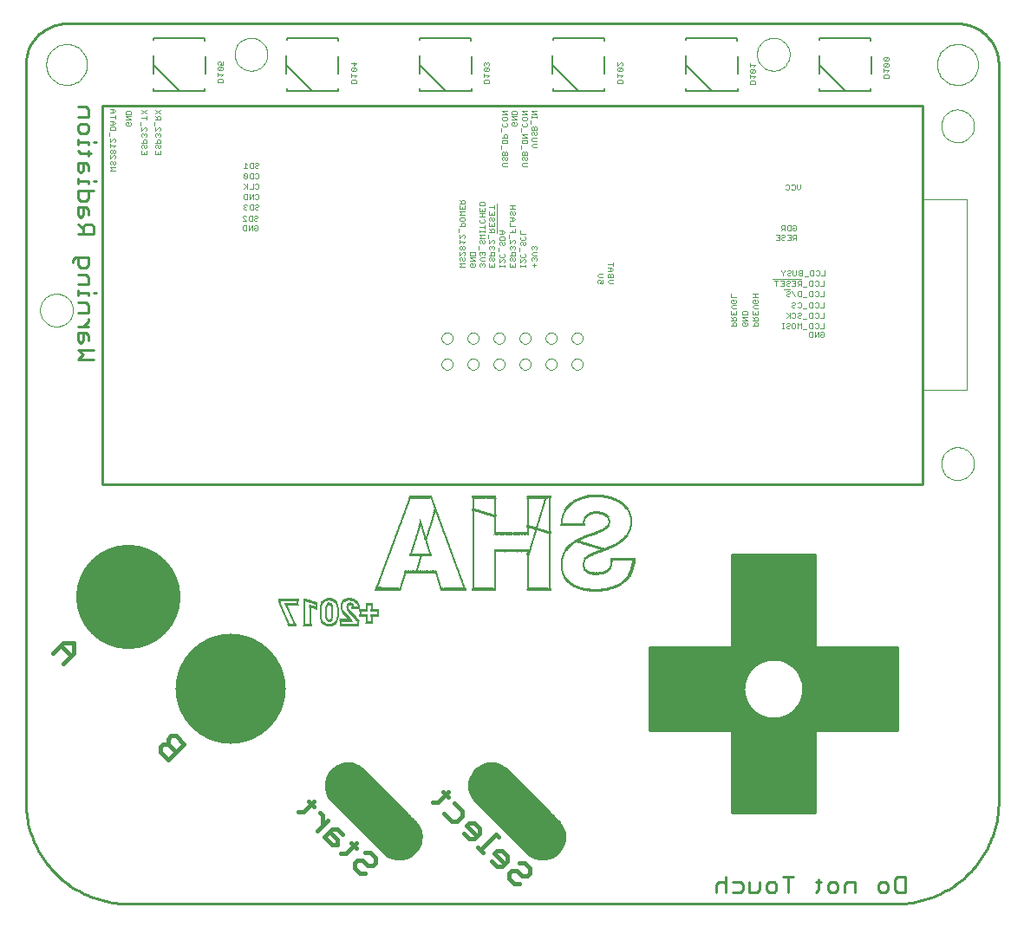
<source format=gbo>
G75*
%MOIN*%
%OFA0B0*%
%FSLAX24Y24*%
%IPPOS*%
%LPD*%
%AMOC8*
5,1,8,0,0,1.08239X$1,22.5*
%
%ADD10C,0.0100*%
%ADD11C,0.0000*%
%ADD12C,0.0039*%
%ADD13C,0.0040*%
%ADD14R,0.0010X0.0010*%
%ADD15R,0.0058X0.0010*%
%ADD16R,0.0029X0.0010*%
%ADD17R,0.0211X0.0010*%
%ADD18R,0.0019X0.0010*%
%ADD19R,0.0749X0.0010*%
%ADD20R,0.0269X0.0010*%
%ADD21R,0.0307X0.0010*%
%ADD22R,0.0327X0.0010*%
%ADD23R,0.0298X0.0010*%
%ADD24R,0.0759X0.0010*%
%ADD25R,0.0365X0.0010*%
%ADD26R,0.0403X0.0010*%
%ADD27R,0.0317X0.0010*%
%ADD28R,0.0423X0.0010*%
%ADD29R,0.0451X0.0010*%
%ADD30R,0.0231X0.0010*%
%ADD31R,0.0173X0.0010*%
%ADD32R,0.0077X0.0010*%
%ADD33R,0.0144X0.0010*%
%ADD34R,0.0086X0.0010*%
%ADD35R,0.0096X0.0010*%
%ADD36R,0.0134X0.0010*%
%ADD37R,0.0125X0.0010*%
%ADD38R,0.0288X0.0010*%
%ADD39R,0.0115X0.0010*%
%ADD40R,0.0106X0.0010*%
%ADD41R,0.0279X0.0010*%
%ADD42R,0.0067X0.0010*%
%ADD43R,0.0500X0.0010*%
%ADD44R,0.0154X0.0010*%
%ADD45R,0.0490X0.0010*%
%ADD46R,0.0480X0.0010*%
%ADD47R,0.0202X0.0010*%
%ADD48R,0.0471X0.0010*%
%ADD49R,0.0250X0.0010*%
%ADD50R,0.0442X0.0010*%
%ADD51R,0.0259X0.0010*%
%ADD52R,0.0048X0.0010*%
%ADD53R,0.0038X0.0010*%
%ADD54R,0.0163X0.0010*%
%ADD55R,0.0528X0.0010*%
%ADD56R,0.0538X0.0010*%
%ADD57R,0.0548X0.0010*%
%ADD58R,0.0557X0.0010*%
%ADD59R,0.0192X0.0010*%
%ADD60R,0.0240X0.0010*%
%ADD61R,0.0183X0.0010*%
%ADD62R,0.0769X0.0010*%
%ADD63R,0.0778X0.0010*%
%ADD64R,0.0221X0.0010*%
%ADD65R,0.0384X0.0010*%
%ADD66R,0.0375X0.0010*%
%ADD67R,0.0346X0.0010*%
%ADD68R,0.0336X0.0010*%
%ADD69R,0.0509X0.0010*%
%ADD70R,0.0682X0.0010*%
%ADD71R,0.0788X0.0010*%
%ADD72R,0.0893X0.0010*%
%ADD73R,0.0980X0.0010*%
%ADD74R,0.0932X0.0010*%
%ADD75R,0.0999X0.0010*%
%ADD76R,0.1057X0.0010*%
%ADD77R,0.0922X0.0010*%
%ADD78R,0.0989X0.0010*%
%ADD79R,0.1124X0.0010*%
%ADD80R,0.0941X0.0010*%
%ADD81R,0.1009X0.0010*%
%ADD82R,0.0413X0.0010*%
%ADD83R,0.0461X0.0010*%
%ADD84R,0.0586X0.0010*%
%ADD85R,0.0634X0.0010*%
%ADD86R,0.0720X0.0010*%
%ADD87R,0.1268X0.0010*%
%ADD88R,0.1258X0.0010*%
%ADD89R,0.1249X0.0010*%
%ADD90R,0.1239X0.0010*%
%ADD91R,0.1230X0.0010*%
%ADD92R,0.0865X0.0010*%
%ADD93R,0.0855X0.0010*%
%ADD94R,0.0845X0.0010*%
%ADD95R,0.0836X0.0010*%
%ADD96R,0.0826X0.0010*%
%ADD97R,0.1403X0.0010*%
%ADD98R,0.1412X0.0010*%
%ADD99R,0.1422X0.0010*%
%ADD100R,0.0432X0.0010*%
%ADD101R,0.0394X0.0010*%
%ADD102R,0.1335X0.0010*%
%ADD103R,0.1345X0.0010*%
%ADD104R,0.0624X0.0010*%
%ADD105R,0.0913X0.0010*%
%ADD106R,0.0903X0.0010*%
%ADD107R,0.0355X0.0010*%
%ADD108R,0.0884X0.0010*%
%ADD109R,0.0874X0.0010*%
%ADD110R,0.0711X0.0010*%
%ADD111R,0.0596X0.0010*%
%ADD112C,0.0150*%
%ADD113C,0.0160*%
%ADD114C,0.4240*%
%ADD115C,0.4015*%
%ADD116C,0.0120*%
%ADD117C,0.0110*%
%ADD118C,0.0080*%
D10*
X005927Y004947D02*
X035455Y004947D01*
X035579Y004949D01*
X035702Y004955D01*
X035826Y004964D01*
X035948Y004978D01*
X036071Y004995D01*
X036193Y005017D01*
X036314Y005042D01*
X036434Y005071D01*
X036553Y005103D01*
X036672Y005140D01*
X036789Y005180D01*
X036904Y005223D01*
X037019Y005271D01*
X037131Y005322D01*
X037242Y005376D01*
X037352Y005434D01*
X037459Y005495D01*
X037565Y005560D01*
X037668Y005628D01*
X037769Y005699D01*
X037868Y005773D01*
X037965Y005850D01*
X038059Y005931D01*
X038150Y006014D01*
X038239Y006100D01*
X038325Y006189D01*
X038408Y006280D01*
X038489Y006374D01*
X038566Y006471D01*
X038640Y006570D01*
X038711Y006671D01*
X038779Y006774D01*
X038844Y006880D01*
X038905Y006987D01*
X038963Y007097D01*
X039017Y007208D01*
X039068Y007320D01*
X039116Y007435D01*
X039159Y007550D01*
X039199Y007667D01*
X039236Y007786D01*
X039268Y007905D01*
X039297Y008025D01*
X039322Y008146D01*
X039344Y008268D01*
X039361Y008391D01*
X039375Y008513D01*
X039384Y008637D01*
X039390Y008760D01*
X039392Y008884D01*
X039392Y037231D01*
X039390Y037308D01*
X039384Y037385D01*
X039375Y037462D01*
X039362Y037538D01*
X039345Y037614D01*
X039324Y037688D01*
X039300Y037762D01*
X039272Y037834D01*
X039241Y037904D01*
X039206Y037973D01*
X039168Y038041D01*
X039127Y038106D01*
X039082Y038169D01*
X039034Y038230D01*
X038984Y038289D01*
X038931Y038345D01*
X038875Y038398D01*
X038816Y038448D01*
X038755Y038496D01*
X038692Y038541D01*
X038627Y038582D01*
X038559Y038620D01*
X038490Y038655D01*
X038420Y038686D01*
X038348Y038714D01*
X038274Y038738D01*
X038200Y038759D01*
X038124Y038776D01*
X038048Y038789D01*
X037971Y038798D01*
X037894Y038804D01*
X037817Y038806D01*
X003565Y038806D01*
X003488Y038804D01*
X003411Y038798D01*
X003334Y038789D01*
X003258Y038776D01*
X003182Y038759D01*
X003108Y038738D01*
X003034Y038714D01*
X002962Y038686D01*
X002892Y038655D01*
X002823Y038620D01*
X002755Y038582D01*
X002690Y038541D01*
X002627Y038496D01*
X002566Y038448D01*
X002507Y038398D01*
X002451Y038345D01*
X002398Y038289D01*
X002348Y038230D01*
X002300Y038169D01*
X002255Y038106D01*
X002214Y038041D01*
X002176Y037973D01*
X002141Y037904D01*
X002110Y037834D01*
X002082Y037762D01*
X002058Y037688D01*
X002037Y037614D01*
X002020Y037538D01*
X002007Y037462D01*
X001998Y037385D01*
X001992Y037308D01*
X001990Y037231D01*
X001990Y008884D01*
X001992Y008760D01*
X001998Y008637D01*
X002007Y008513D01*
X002021Y008391D01*
X002038Y008268D01*
X002060Y008146D01*
X002085Y008025D01*
X002114Y007905D01*
X002146Y007786D01*
X002183Y007667D01*
X002223Y007550D01*
X002266Y007435D01*
X002314Y007320D01*
X002365Y007208D01*
X002419Y007097D01*
X002477Y006987D01*
X002538Y006880D01*
X002603Y006774D01*
X002671Y006671D01*
X002742Y006570D01*
X002816Y006471D01*
X002893Y006374D01*
X002974Y006280D01*
X003057Y006189D01*
X003143Y006100D01*
X003232Y006014D01*
X003323Y005931D01*
X003417Y005850D01*
X003514Y005773D01*
X003613Y005699D01*
X003714Y005628D01*
X003817Y005560D01*
X003923Y005495D01*
X004030Y005434D01*
X004140Y005376D01*
X004251Y005322D01*
X004363Y005271D01*
X004478Y005223D01*
X004593Y005180D01*
X004710Y005140D01*
X004829Y005103D01*
X004948Y005071D01*
X005068Y005042D01*
X005189Y005017D01*
X005311Y004995D01*
X005434Y004978D01*
X005556Y004964D01*
X005680Y004955D01*
X005803Y004949D01*
X005927Y004947D01*
X004943Y021089D02*
X004943Y035656D01*
X036479Y035656D01*
X036479Y021089D01*
X004943Y021089D01*
D11*
X002541Y027782D02*
X002543Y027832D01*
X002549Y027882D01*
X002559Y027931D01*
X002573Y027979D01*
X002590Y028026D01*
X002611Y028071D01*
X002636Y028115D01*
X002664Y028156D01*
X002696Y028195D01*
X002730Y028232D01*
X002767Y028266D01*
X002807Y028296D01*
X002849Y028323D01*
X002893Y028347D01*
X002939Y028368D01*
X002986Y028384D01*
X003034Y028397D01*
X003084Y028406D01*
X003133Y028411D01*
X003184Y028412D01*
X003234Y028409D01*
X003283Y028402D01*
X003332Y028391D01*
X003380Y028376D01*
X003426Y028358D01*
X003471Y028336D01*
X003514Y028310D01*
X003555Y028281D01*
X003594Y028249D01*
X003630Y028214D01*
X003662Y028176D01*
X003692Y028136D01*
X003719Y028093D01*
X003742Y028049D01*
X003761Y028003D01*
X003777Y027955D01*
X003789Y027906D01*
X003797Y027857D01*
X003801Y027807D01*
X003801Y027757D01*
X003797Y027707D01*
X003789Y027658D01*
X003777Y027609D01*
X003761Y027561D01*
X003742Y027515D01*
X003719Y027471D01*
X003692Y027428D01*
X003662Y027388D01*
X003630Y027350D01*
X003594Y027315D01*
X003555Y027283D01*
X003514Y027254D01*
X003471Y027228D01*
X003426Y027206D01*
X003380Y027188D01*
X003332Y027173D01*
X003283Y027162D01*
X003234Y027155D01*
X003184Y027152D01*
X003133Y027153D01*
X003084Y027158D01*
X003034Y027167D01*
X002986Y027180D01*
X002939Y027196D01*
X002893Y027217D01*
X002849Y027241D01*
X002807Y027268D01*
X002767Y027298D01*
X002730Y027332D01*
X002696Y027369D01*
X002664Y027408D01*
X002636Y027449D01*
X002611Y027493D01*
X002590Y027538D01*
X002573Y027585D01*
X002559Y027633D01*
X002549Y027682D01*
X002543Y027732D01*
X002541Y027782D01*
X002778Y037231D02*
X002780Y037287D01*
X002786Y037342D01*
X002796Y037396D01*
X002809Y037450D01*
X002827Y037503D01*
X002848Y037554D01*
X002872Y037604D01*
X002900Y037652D01*
X002932Y037698D01*
X002966Y037742D01*
X003004Y037783D01*
X003044Y037821D01*
X003087Y037856D01*
X003132Y037888D01*
X003180Y037917D01*
X003229Y037943D01*
X003280Y037965D01*
X003332Y037983D01*
X003386Y037997D01*
X003441Y038008D01*
X003496Y038015D01*
X003551Y038018D01*
X003607Y038017D01*
X003662Y038012D01*
X003717Y038003D01*
X003771Y037991D01*
X003824Y037974D01*
X003876Y037954D01*
X003926Y037930D01*
X003974Y037903D01*
X004021Y037873D01*
X004065Y037839D01*
X004107Y037802D01*
X004145Y037762D01*
X004182Y037720D01*
X004215Y037675D01*
X004244Y037629D01*
X004271Y037580D01*
X004293Y037529D01*
X004313Y037477D01*
X004328Y037423D01*
X004340Y037369D01*
X004348Y037314D01*
X004352Y037259D01*
X004352Y037203D01*
X004348Y037148D01*
X004340Y037093D01*
X004328Y037039D01*
X004313Y036985D01*
X004293Y036933D01*
X004271Y036882D01*
X004244Y036833D01*
X004215Y036787D01*
X004182Y036742D01*
X004145Y036700D01*
X004107Y036660D01*
X004065Y036623D01*
X004021Y036589D01*
X003974Y036559D01*
X003926Y036532D01*
X003876Y036508D01*
X003824Y036488D01*
X003771Y036471D01*
X003717Y036459D01*
X003662Y036450D01*
X003607Y036445D01*
X003551Y036444D01*
X003496Y036447D01*
X003441Y036454D01*
X003386Y036465D01*
X003332Y036479D01*
X003280Y036497D01*
X003229Y036519D01*
X003180Y036545D01*
X003132Y036574D01*
X003087Y036606D01*
X003044Y036641D01*
X003004Y036679D01*
X002966Y036720D01*
X002932Y036764D01*
X002900Y036810D01*
X002872Y036858D01*
X002848Y036908D01*
X002827Y036959D01*
X002809Y037012D01*
X002796Y037066D01*
X002786Y037120D01*
X002780Y037175D01*
X002778Y037231D01*
X010022Y037624D02*
X010024Y037674D01*
X010030Y037724D01*
X010040Y037773D01*
X010054Y037821D01*
X010071Y037868D01*
X010092Y037913D01*
X010117Y037957D01*
X010145Y037998D01*
X010177Y038037D01*
X010211Y038074D01*
X010248Y038108D01*
X010288Y038138D01*
X010330Y038165D01*
X010374Y038189D01*
X010420Y038210D01*
X010467Y038226D01*
X010515Y038239D01*
X010565Y038248D01*
X010614Y038253D01*
X010665Y038254D01*
X010715Y038251D01*
X010764Y038244D01*
X010813Y038233D01*
X010861Y038218D01*
X010907Y038200D01*
X010952Y038178D01*
X010995Y038152D01*
X011036Y038123D01*
X011075Y038091D01*
X011111Y038056D01*
X011143Y038018D01*
X011173Y037978D01*
X011200Y037935D01*
X011223Y037891D01*
X011242Y037845D01*
X011258Y037797D01*
X011270Y037748D01*
X011278Y037699D01*
X011282Y037649D01*
X011282Y037599D01*
X011278Y037549D01*
X011270Y037500D01*
X011258Y037451D01*
X011242Y037403D01*
X011223Y037357D01*
X011200Y037313D01*
X011173Y037270D01*
X011143Y037230D01*
X011111Y037192D01*
X011075Y037157D01*
X011036Y037125D01*
X010995Y037096D01*
X010952Y037070D01*
X010907Y037048D01*
X010861Y037030D01*
X010813Y037015D01*
X010764Y037004D01*
X010715Y036997D01*
X010665Y036994D01*
X010614Y036995D01*
X010565Y037000D01*
X010515Y037009D01*
X010467Y037022D01*
X010420Y037038D01*
X010374Y037059D01*
X010330Y037083D01*
X010288Y037110D01*
X010248Y037140D01*
X010211Y037174D01*
X010177Y037211D01*
X010145Y037250D01*
X010117Y037291D01*
X010092Y037335D01*
X010071Y037380D01*
X010054Y037427D01*
X010040Y037475D01*
X010030Y037524D01*
X010024Y037574D01*
X010022Y037624D01*
X017974Y026707D02*
X017976Y026736D01*
X017982Y026764D01*
X017991Y026792D01*
X018004Y026818D01*
X018021Y026841D01*
X018040Y026863D01*
X018062Y026882D01*
X018087Y026897D01*
X018113Y026910D01*
X018141Y026918D01*
X018169Y026923D01*
X018198Y026924D01*
X018227Y026921D01*
X018255Y026914D01*
X018282Y026904D01*
X018308Y026890D01*
X018331Y026873D01*
X018352Y026853D01*
X018370Y026830D01*
X018385Y026805D01*
X018396Y026778D01*
X018404Y026750D01*
X018408Y026721D01*
X018408Y026693D01*
X018404Y026664D01*
X018396Y026636D01*
X018385Y026609D01*
X018370Y026584D01*
X018352Y026561D01*
X018331Y026541D01*
X018308Y026524D01*
X018282Y026510D01*
X018255Y026500D01*
X018227Y026493D01*
X018198Y026490D01*
X018169Y026491D01*
X018141Y026496D01*
X018113Y026504D01*
X018087Y026517D01*
X018062Y026532D01*
X018040Y026551D01*
X018021Y026573D01*
X018004Y026596D01*
X017991Y026622D01*
X017982Y026650D01*
X017976Y026678D01*
X017974Y026707D01*
X017974Y025707D02*
X017976Y025736D01*
X017982Y025764D01*
X017991Y025792D01*
X018004Y025818D01*
X018021Y025841D01*
X018040Y025863D01*
X018062Y025882D01*
X018087Y025897D01*
X018113Y025910D01*
X018141Y025918D01*
X018169Y025923D01*
X018198Y025924D01*
X018227Y025921D01*
X018255Y025914D01*
X018282Y025904D01*
X018308Y025890D01*
X018331Y025873D01*
X018352Y025853D01*
X018370Y025830D01*
X018385Y025805D01*
X018396Y025778D01*
X018404Y025750D01*
X018408Y025721D01*
X018408Y025693D01*
X018404Y025664D01*
X018396Y025636D01*
X018385Y025609D01*
X018370Y025584D01*
X018352Y025561D01*
X018331Y025541D01*
X018308Y025524D01*
X018282Y025510D01*
X018255Y025500D01*
X018227Y025493D01*
X018198Y025490D01*
X018169Y025491D01*
X018141Y025496D01*
X018113Y025504D01*
X018087Y025517D01*
X018062Y025532D01*
X018040Y025551D01*
X018021Y025573D01*
X018004Y025596D01*
X017991Y025622D01*
X017982Y025650D01*
X017976Y025678D01*
X017974Y025707D01*
X018974Y025707D02*
X018976Y025736D01*
X018982Y025764D01*
X018991Y025792D01*
X019004Y025818D01*
X019021Y025841D01*
X019040Y025863D01*
X019062Y025882D01*
X019087Y025897D01*
X019113Y025910D01*
X019141Y025918D01*
X019169Y025923D01*
X019198Y025924D01*
X019227Y025921D01*
X019255Y025914D01*
X019282Y025904D01*
X019308Y025890D01*
X019331Y025873D01*
X019352Y025853D01*
X019370Y025830D01*
X019385Y025805D01*
X019396Y025778D01*
X019404Y025750D01*
X019408Y025721D01*
X019408Y025693D01*
X019404Y025664D01*
X019396Y025636D01*
X019385Y025609D01*
X019370Y025584D01*
X019352Y025561D01*
X019331Y025541D01*
X019308Y025524D01*
X019282Y025510D01*
X019255Y025500D01*
X019227Y025493D01*
X019198Y025490D01*
X019169Y025491D01*
X019141Y025496D01*
X019113Y025504D01*
X019087Y025517D01*
X019062Y025532D01*
X019040Y025551D01*
X019021Y025573D01*
X019004Y025596D01*
X018991Y025622D01*
X018982Y025650D01*
X018976Y025678D01*
X018974Y025707D01*
X018974Y026707D02*
X018976Y026736D01*
X018982Y026764D01*
X018991Y026792D01*
X019004Y026818D01*
X019021Y026841D01*
X019040Y026863D01*
X019062Y026882D01*
X019087Y026897D01*
X019113Y026910D01*
X019141Y026918D01*
X019169Y026923D01*
X019198Y026924D01*
X019227Y026921D01*
X019255Y026914D01*
X019282Y026904D01*
X019308Y026890D01*
X019331Y026873D01*
X019352Y026853D01*
X019370Y026830D01*
X019385Y026805D01*
X019396Y026778D01*
X019404Y026750D01*
X019408Y026721D01*
X019408Y026693D01*
X019404Y026664D01*
X019396Y026636D01*
X019385Y026609D01*
X019370Y026584D01*
X019352Y026561D01*
X019331Y026541D01*
X019308Y026524D01*
X019282Y026510D01*
X019255Y026500D01*
X019227Y026493D01*
X019198Y026490D01*
X019169Y026491D01*
X019141Y026496D01*
X019113Y026504D01*
X019087Y026517D01*
X019062Y026532D01*
X019040Y026551D01*
X019021Y026573D01*
X019004Y026596D01*
X018991Y026622D01*
X018982Y026650D01*
X018976Y026678D01*
X018974Y026707D01*
X019974Y026707D02*
X019976Y026736D01*
X019982Y026764D01*
X019991Y026792D01*
X020004Y026818D01*
X020021Y026841D01*
X020040Y026863D01*
X020062Y026882D01*
X020087Y026897D01*
X020113Y026910D01*
X020141Y026918D01*
X020169Y026923D01*
X020198Y026924D01*
X020227Y026921D01*
X020255Y026914D01*
X020282Y026904D01*
X020308Y026890D01*
X020331Y026873D01*
X020352Y026853D01*
X020370Y026830D01*
X020385Y026805D01*
X020396Y026778D01*
X020404Y026750D01*
X020408Y026721D01*
X020408Y026693D01*
X020404Y026664D01*
X020396Y026636D01*
X020385Y026609D01*
X020370Y026584D01*
X020352Y026561D01*
X020331Y026541D01*
X020308Y026524D01*
X020282Y026510D01*
X020255Y026500D01*
X020227Y026493D01*
X020198Y026490D01*
X020169Y026491D01*
X020141Y026496D01*
X020113Y026504D01*
X020087Y026517D01*
X020062Y026532D01*
X020040Y026551D01*
X020021Y026573D01*
X020004Y026596D01*
X019991Y026622D01*
X019982Y026650D01*
X019976Y026678D01*
X019974Y026707D01*
X019974Y025707D02*
X019976Y025736D01*
X019982Y025764D01*
X019991Y025792D01*
X020004Y025818D01*
X020021Y025841D01*
X020040Y025863D01*
X020062Y025882D01*
X020087Y025897D01*
X020113Y025910D01*
X020141Y025918D01*
X020169Y025923D01*
X020198Y025924D01*
X020227Y025921D01*
X020255Y025914D01*
X020282Y025904D01*
X020308Y025890D01*
X020331Y025873D01*
X020352Y025853D01*
X020370Y025830D01*
X020385Y025805D01*
X020396Y025778D01*
X020404Y025750D01*
X020408Y025721D01*
X020408Y025693D01*
X020404Y025664D01*
X020396Y025636D01*
X020385Y025609D01*
X020370Y025584D01*
X020352Y025561D01*
X020331Y025541D01*
X020308Y025524D01*
X020282Y025510D01*
X020255Y025500D01*
X020227Y025493D01*
X020198Y025490D01*
X020169Y025491D01*
X020141Y025496D01*
X020113Y025504D01*
X020087Y025517D01*
X020062Y025532D01*
X020040Y025551D01*
X020021Y025573D01*
X020004Y025596D01*
X019991Y025622D01*
X019982Y025650D01*
X019976Y025678D01*
X019974Y025707D01*
X020974Y025707D02*
X020976Y025736D01*
X020982Y025764D01*
X020991Y025792D01*
X021004Y025818D01*
X021021Y025841D01*
X021040Y025863D01*
X021062Y025882D01*
X021087Y025897D01*
X021113Y025910D01*
X021141Y025918D01*
X021169Y025923D01*
X021198Y025924D01*
X021227Y025921D01*
X021255Y025914D01*
X021282Y025904D01*
X021308Y025890D01*
X021331Y025873D01*
X021352Y025853D01*
X021370Y025830D01*
X021385Y025805D01*
X021396Y025778D01*
X021404Y025750D01*
X021408Y025721D01*
X021408Y025693D01*
X021404Y025664D01*
X021396Y025636D01*
X021385Y025609D01*
X021370Y025584D01*
X021352Y025561D01*
X021331Y025541D01*
X021308Y025524D01*
X021282Y025510D01*
X021255Y025500D01*
X021227Y025493D01*
X021198Y025490D01*
X021169Y025491D01*
X021141Y025496D01*
X021113Y025504D01*
X021087Y025517D01*
X021062Y025532D01*
X021040Y025551D01*
X021021Y025573D01*
X021004Y025596D01*
X020991Y025622D01*
X020982Y025650D01*
X020976Y025678D01*
X020974Y025707D01*
X020974Y026707D02*
X020976Y026736D01*
X020982Y026764D01*
X020991Y026792D01*
X021004Y026818D01*
X021021Y026841D01*
X021040Y026863D01*
X021062Y026882D01*
X021087Y026897D01*
X021113Y026910D01*
X021141Y026918D01*
X021169Y026923D01*
X021198Y026924D01*
X021227Y026921D01*
X021255Y026914D01*
X021282Y026904D01*
X021308Y026890D01*
X021331Y026873D01*
X021352Y026853D01*
X021370Y026830D01*
X021385Y026805D01*
X021396Y026778D01*
X021404Y026750D01*
X021408Y026721D01*
X021408Y026693D01*
X021404Y026664D01*
X021396Y026636D01*
X021385Y026609D01*
X021370Y026584D01*
X021352Y026561D01*
X021331Y026541D01*
X021308Y026524D01*
X021282Y026510D01*
X021255Y026500D01*
X021227Y026493D01*
X021198Y026490D01*
X021169Y026491D01*
X021141Y026496D01*
X021113Y026504D01*
X021087Y026517D01*
X021062Y026532D01*
X021040Y026551D01*
X021021Y026573D01*
X021004Y026596D01*
X020991Y026622D01*
X020982Y026650D01*
X020976Y026678D01*
X020974Y026707D01*
X021974Y026707D02*
X021976Y026736D01*
X021982Y026764D01*
X021991Y026792D01*
X022004Y026818D01*
X022021Y026841D01*
X022040Y026863D01*
X022062Y026882D01*
X022087Y026897D01*
X022113Y026910D01*
X022141Y026918D01*
X022169Y026923D01*
X022198Y026924D01*
X022227Y026921D01*
X022255Y026914D01*
X022282Y026904D01*
X022308Y026890D01*
X022331Y026873D01*
X022352Y026853D01*
X022370Y026830D01*
X022385Y026805D01*
X022396Y026778D01*
X022404Y026750D01*
X022408Y026721D01*
X022408Y026693D01*
X022404Y026664D01*
X022396Y026636D01*
X022385Y026609D01*
X022370Y026584D01*
X022352Y026561D01*
X022331Y026541D01*
X022308Y026524D01*
X022282Y026510D01*
X022255Y026500D01*
X022227Y026493D01*
X022198Y026490D01*
X022169Y026491D01*
X022141Y026496D01*
X022113Y026504D01*
X022087Y026517D01*
X022062Y026532D01*
X022040Y026551D01*
X022021Y026573D01*
X022004Y026596D01*
X021991Y026622D01*
X021982Y026650D01*
X021976Y026678D01*
X021974Y026707D01*
X021974Y025707D02*
X021976Y025736D01*
X021982Y025764D01*
X021991Y025792D01*
X022004Y025818D01*
X022021Y025841D01*
X022040Y025863D01*
X022062Y025882D01*
X022087Y025897D01*
X022113Y025910D01*
X022141Y025918D01*
X022169Y025923D01*
X022198Y025924D01*
X022227Y025921D01*
X022255Y025914D01*
X022282Y025904D01*
X022308Y025890D01*
X022331Y025873D01*
X022352Y025853D01*
X022370Y025830D01*
X022385Y025805D01*
X022396Y025778D01*
X022404Y025750D01*
X022408Y025721D01*
X022408Y025693D01*
X022404Y025664D01*
X022396Y025636D01*
X022385Y025609D01*
X022370Y025584D01*
X022352Y025561D01*
X022331Y025541D01*
X022308Y025524D01*
X022282Y025510D01*
X022255Y025500D01*
X022227Y025493D01*
X022198Y025490D01*
X022169Y025491D01*
X022141Y025496D01*
X022113Y025504D01*
X022087Y025517D01*
X022062Y025532D01*
X022040Y025551D01*
X022021Y025573D01*
X022004Y025596D01*
X021991Y025622D01*
X021982Y025650D01*
X021976Y025678D01*
X021974Y025707D01*
X022974Y025707D02*
X022976Y025736D01*
X022982Y025764D01*
X022991Y025792D01*
X023004Y025818D01*
X023021Y025841D01*
X023040Y025863D01*
X023062Y025882D01*
X023087Y025897D01*
X023113Y025910D01*
X023141Y025918D01*
X023169Y025923D01*
X023198Y025924D01*
X023227Y025921D01*
X023255Y025914D01*
X023282Y025904D01*
X023308Y025890D01*
X023331Y025873D01*
X023352Y025853D01*
X023370Y025830D01*
X023385Y025805D01*
X023396Y025778D01*
X023404Y025750D01*
X023408Y025721D01*
X023408Y025693D01*
X023404Y025664D01*
X023396Y025636D01*
X023385Y025609D01*
X023370Y025584D01*
X023352Y025561D01*
X023331Y025541D01*
X023308Y025524D01*
X023282Y025510D01*
X023255Y025500D01*
X023227Y025493D01*
X023198Y025490D01*
X023169Y025491D01*
X023141Y025496D01*
X023113Y025504D01*
X023087Y025517D01*
X023062Y025532D01*
X023040Y025551D01*
X023021Y025573D01*
X023004Y025596D01*
X022991Y025622D01*
X022982Y025650D01*
X022976Y025678D01*
X022974Y025707D01*
X022974Y026707D02*
X022976Y026736D01*
X022982Y026764D01*
X022991Y026792D01*
X023004Y026818D01*
X023021Y026841D01*
X023040Y026863D01*
X023062Y026882D01*
X023087Y026897D01*
X023113Y026910D01*
X023141Y026918D01*
X023169Y026923D01*
X023198Y026924D01*
X023227Y026921D01*
X023255Y026914D01*
X023282Y026904D01*
X023308Y026890D01*
X023331Y026873D01*
X023352Y026853D01*
X023370Y026830D01*
X023385Y026805D01*
X023396Y026778D01*
X023404Y026750D01*
X023408Y026721D01*
X023408Y026693D01*
X023404Y026664D01*
X023396Y026636D01*
X023385Y026609D01*
X023370Y026584D01*
X023352Y026561D01*
X023331Y026541D01*
X023308Y026524D01*
X023282Y026510D01*
X023255Y026500D01*
X023227Y026493D01*
X023198Y026490D01*
X023169Y026491D01*
X023141Y026496D01*
X023113Y026504D01*
X023087Y026517D01*
X023062Y026532D01*
X023040Y026551D01*
X023021Y026573D01*
X023004Y026596D01*
X022991Y026622D01*
X022982Y026650D01*
X022976Y026678D01*
X022974Y026707D01*
X030101Y037624D02*
X030103Y037674D01*
X030109Y037724D01*
X030119Y037773D01*
X030133Y037821D01*
X030150Y037868D01*
X030171Y037913D01*
X030196Y037957D01*
X030224Y037998D01*
X030256Y038037D01*
X030290Y038074D01*
X030327Y038108D01*
X030367Y038138D01*
X030409Y038165D01*
X030453Y038189D01*
X030499Y038210D01*
X030546Y038226D01*
X030594Y038239D01*
X030644Y038248D01*
X030693Y038253D01*
X030744Y038254D01*
X030794Y038251D01*
X030843Y038244D01*
X030892Y038233D01*
X030940Y038218D01*
X030986Y038200D01*
X031031Y038178D01*
X031074Y038152D01*
X031115Y038123D01*
X031154Y038091D01*
X031190Y038056D01*
X031222Y038018D01*
X031252Y037978D01*
X031279Y037935D01*
X031302Y037891D01*
X031321Y037845D01*
X031337Y037797D01*
X031349Y037748D01*
X031357Y037699D01*
X031361Y037649D01*
X031361Y037599D01*
X031357Y037549D01*
X031349Y037500D01*
X031337Y037451D01*
X031321Y037403D01*
X031302Y037357D01*
X031279Y037313D01*
X031252Y037270D01*
X031222Y037230D01*
X031190Y037192D01*
X031154Y037157D01*
X031115Y037125D01*
X031074Y037096D01*
X031031Y037070D01*
X030986Y037048D01*
X030940Y037030D01*
X030892Y037015D01*
X030843Y037004D01*
X030794Y036997D01*
X030744Y036994D01*
X030693Y036995D01*
X030644Y037000D01*
X030594Y037009D01*
X030546Y037022D01*
X030499Y037038D01*
X030453Y037059D01*
X030409Y037083D01*
X030367Y037110D01*
X030327Y037140D01*
X030290Y037174D01*
X030256Y037211D01*
X030224Y037250D01*
X030196Y037291D01*
X030171Y037335D01*
X030150Y037380D01*
X030133Y037427D01*
X030119Y037475D01*
X030109Y037524D01*
X030103Y037574D01*
X030101Y037624D01*
X036518Y032034D02*
X036518Y031561D01*
X037187Y034869D02*
X037189Y034919D01*
X037195Y034969D01*
X037205Y035018D01*
X037219Y035066D01*
X037236Y035113D01*
X037257Y035158D01*
X037282Y035202D01*
X037310Y035243D01*
X037342Y035282D01*
X037376Y035319D01*
X037413Y035353D01*
X037453Y035383D01*
X037495Y035410D01*
X037539Y035434D01*
X037585Y035455D01*
X037632Y035471D01*
X037680Y035484D01*
X037730Y035493D01*
X037779Y035498D01*
X037830Y035499D01*
X037880Y035496D01*
X037929Y035489D01*
X037978Y035478D01*
X038026Y035463D01*
X038072Y035445D01*
X038117Y035423D01*
X038160Y035397D01*
X038201Y035368D01*
X038240Y035336D01*
X038276Y035301D01*
X038308Y035263D01*
X038338Y035223D01*
X038365Y035180D01*
X038388Y035136D01*
X038407Y035090D01*
X038423Y035042D01*
X038435Y034993D01*
X038443Y034944D01*
X038447Y034894D01*
X038447Y034844D01*
X038443Y034794D01*
X038435Y034745D01*
X038423Y034696D01*
X038407Y034648D01*
X038388Y034602D01*
X038365Y034558D01*
X038338Y034515D01*
X038308Y034475D01*
X038276Y034437D01*
X038240Y034402D01*
X038201Y034370D01*
X038160Y034341D01*
X038117Y034315D01*
X038072Y034293D01*
X038026Y034275D01*
X037978Y034260D01*
X037929Y034249D01*
X037880Y034242D01*
X037830Y034239D01*
X037779Y034240D01*
X037730Y034245D01*
X037680Y034254D01*
X037632Y034267D01*
X037585Y034283D01*
X037539Y034304D01*
X037495Y034328D01*
X037453Y034355D01*
X037413Y034385D01*
X037376Y034419D01*
X037342Y034456D01*
X037310Y034495D01*
X037282Y034536D01*
X037257Y034580D01*
X037236Y034625D01*
X037219Y034672D01*
X037205Y034720D01*
X037195Y034769D01*
X037189Y034819D01*
X037187Y034869D01*
X037030Y037231D02*
X037032Y037287D01*
X037038Y037342D01*
X037048Y037396D01*
X037061Y037450D01*
X037079Y037503D01*
X037100Y037554D01*
X037124Y037604D01*
X037152Y037652D01*
X037184Y037698D01*
X037218Y037742D01*
X037256Y037783D01*
X037296Y037821D01*
X037339Y037856D01*
X037384Y037888D01*
X037432Y037917D01*
X037481Y037943D01*
X037532Y037965D01*
X037584Y037983D01*
X037638Y037997D01*
X037693Y038008D01*
X037748Y038015D01*
X037803Y038018D01*
X037859Y038017D01*
X037914Y038012D01*
X037969Y038003D01*
X038023Y037991D01*
X038076Y037974D01*
X038128Y037954D01*
X038178Y037930D01*
X038226Y037903D01*
X038273Y037873D01*
X038317Y037839D01*
X038359Y037802D01*
X038397Y037762D01*
X038434Y037720D01*
X038467Y037675D01*
X038496Y037629D01*
X038523Y037580D01*
X038545Y037529D01*
X038565Y037477D01*
X038580Y037423D01*
X038592Y037369D01*
X038600Y037314D01*
X038604Y037259D01*
X038604Y037203D01*
X038600Y037148D01*
X038592Y037093D01*
X038580Y037039D01*
X038565Y036985D01*
X038545Y036933D01*
X038523Y036882D01*
X038496Y036833D01*
X038467Y036787D01*
X038434Y036742D01*
X038397Y036700D01*
X038359Y036660D01*
X038317Y036623D01*
X038273Y036589D01*
X038226Y036559D01*
X038178Y036532D01*
X038128Y036508D01*
X038076Y036488D01*
X038023Y036471D01*
X037969Y036459D01*
X037914Y036450D01*
X037859Y036445D01*
X037803Y036444D01*
X037748Y036447D01*
X037693Y036454D01*
X037638Y036465D01*
X037584Y036479D01*
X037532Y036497D01*
X037481Y036519D01*
X037432Y036545D01*
X037384Y036574D01*
X037339Y036606D01*
X037296Y036641D01*
X037256Y036679D01*
X037218Y036720D01*
X037184Y036764D01*
X037152Y036810D01*
X037124Y036858D01*
X037100Y036908D01*
X037079Y036959D01*
X037061Y037012D01*
X037048Y037066D01*
X037038Y037120D01*
X037032Y037175D01*
X037030Y037231D01*
X037187Y021876D02*
X037189Y021926D01*
X037195Y021976D01*
X037205Y022025D01*
X037219Y022073D01*
X037236Y022120D01*
X037257Y022165D01*
X037282Y022209D01*
X037310Y022250D01*
X037342Y022289D01*
X037376Y022326D01*
X037413Y022360D01*
X037453Y022390D01*
X037495Y022417D01*
X037539Y022441D01*
X037585Y022462D01*
X037632Y022478D01*
X037680Y022491D01*
X037730Y022500D01*
X037779Y022505D01*
X037830Y022506D01*
X037880Y022503D01*
X037929Y022496D01*
X037978Y022485D01*
X038026Y022470D01*
X038072Y022452D01*
X038117Y022430D01*
X038160Y022404D01*
X038201Y022375D01*
X038240Y022343D01*
X038276Y022308D01*
X038308Y022270D01*
X038338Y022230D01*
X038365Y022187D01*
X038388Y022143D01*
X038407Y022097D01*
X038423Y022049D01*
X038435Y022000D01*
X038443Y021951D01*
X038447Y021901D01*
X038447Y021851D01*
X038443Y021801D01*
X038435Y021752D01*
X038423Y021703D01*
X038407Y021655D01*
X038388Y021609D01*
X038365Y021565D01*
X038338Y021522D01*
X038308Y021482D01*
X038276Y021444D01*
X038240Y021409D01*
X038201Y021377D01*
X038160Y021348D01*
X038117Y021322D01*
X038072Y021300D01*
X038026Y021282D01*
X037978Y021267D01*
X037929Y021256D01*
X037880Y021249D01*
X037830Y021246D01*
X037779Y021247D01*
X037730Y021252D01*
X037680Y021261D01*
X037632Y021274D01*
X037585Y021290D01*
X037539Y021311D01*
X037495Y021335D01*
X037453Y021362D01*
X037413Y021392D01*
X037376Y021426D01*
X037342Y021463D01*
X037310Y021502D01*
X037282Y021543D01*
X037257Y021587D01*
X037236Y021632D01*
X037219Y021679D01*
X037205Y021727D01*
X037195Y021776D01*
X037189Y021826D01*
X037187Y021876D01*
D12*
X036518Y024711D02*
X036518Y032034D01*
X038171Y032034D01*
X038171Y024711D01*
X036518Y024711D01*
D13*
X032679Y026772D02*
X032646Y026739D01*
X032579Y026739D01*
X032546Y026772D01*
X032546Y026839D01*
X032612Y026839D01*
X032546Y026906D02*
X032579Y026939D01*
X032646Y026939D01*
X032679Y026906D01*
X032679Y026772D01*
X032458Y026739D02*
X032458Y026939D01*
X032325Y026739D01*
X032325Y026939D01*
X032237Y026939D02*
X032137Y026939D01*
X032104Y026906D01*
X032104Y026772D01*
X032137Y026739D01*
X032237Y026739D01*
X032237Y026939D01*
X032237Y027093D02*
X032137Y027093D01*
X032104Y027127D01*
X032104Y027260D01*
X032137Y027293D01*
X032237Y027293D01*
X032237Y027093D01*
X032325Y027127D02*
X032358Y027093D01*
X032425Y027093D01*
X032458Y027127D01*
X032458Y027260D01*
X032425Y027293D01*
X032358Y027293D01*
X032325Y027260D01*
X032358Y027487D02*
X032325Y027520D01*
X032358Y027487D02*
X032425Y027487D01*
X032458Y027520D01*
X032458Y027654D01*
X032425Y027687D01*
X032358Y027687D01*
X032325Y027654D01*
X032237Y027687D02*
X032137Y027687D01*
X032104Y027654D01*
X032104Y027520D01*
X032137Y027487D01*
X032237Y027487D01*
X032237Y027687D01*
X032237Y027881D02*
X032137Y027881D01*
X032104Y027914D01*
X032104Y028048D01*
X032137Y028081D01*
X032237Y028081D01*
X032237Y027881D01*
X032325Y027914D02*
X032358Y027881D01*
X032425Y027881D01*
X032458Y027914D01*
X032458Y028048D01*
X032425Y028081D01*
X032358Y028081D01*
X032325Y028048D01*
X032358Y028314D02*
X032325Y028347D01*
X032358Y028314D02*
X032425Y028314D01*
X032458Y028347D01*
X032458Y028481D01*
X032425Y028514D01*
X032358Y028514D01*
X032325Y028481D01*
X032237Y028514D02*
X032137Y028514D01*
X032104Y028481D01*
X032104Y028347D01*
X032137Y028314D01*
X032237Y028314D01*
X032237Y028514D01*
X032237Y028707D02*
X032137Y028707D01*
X032104Y028741D01*
X032104Y028874D01*
X032137Y028908D01*
X032237Y028908D01*
X032237Y028707D01*
X032325Y028741D02*
X032358Y028707D01*
X032425Y028707D01*
X032458Y028741D01*
X032458Y028874D01*
X032425Y028908D01*
X032358Y028908D01*
X032325Y028874D01*
X032276Y029101D02*
X032176Y029101D01*
X032143Y029135D01*
X032143Y029268D01*
X032176Y029301D01*
X032276Y029301D01*
X032276Y029101D01*
X032364Y029135D02*
X032397Y029101D01*
X032464Y029101D01*
X032497Y029135D01*
X032497Y029268D01*
X032464Y029301D01*
X032397Y029301D01*
X032364Y029268D01*
X032585Y029101D02*
X032718Y029101D01*
X032718Y029301D01*
X032679Y028908D02*
X032679Y028707D01*
X032546Y028707D01*
X032679Y028514D02*
X032679Y028314D01*
X032546Y028314D01*
X032679Y028081D02*
X032679Y027881D01*
X032546Y027881D01*
X032679Y027687D02*
X032679Y027487D01*
X032546Y027487D01*
X032679Y027293D02*
X032679Y027093D01*
X032546Y027093D01*
X032016Y027060D02*
X031883Y027060D01*
X031795Y027093D02*
X031795Y027293D01*
X031728Y027227D01*
X031662Y027293D01*
X031662Y027093D01*
X031574Y027127D02*
X031541Y027093D01*
X031474Y027093D01*
X031441Y027127D01*
X031441Y027260D01*
X031474Y027293D01*
X031541Y027293D01*
X031574Y027260D01*
X031574Y027127D01*
X031353Y027127D02*
X031320Y027093D01*
X031253Y027093D01*
X031220Y027127D01*
X031220Y027160D01*
X031253Y027193D01*
X031320Y027193D01*
X031353Y027227D01*
X031353Y027260D01*
X031320Y027293D01*
X031253Y027293D01*
X031220Y027260D01*
X031132Y027293D02*
X031065Y027293D01*
X031099Y027293D02*
X031099Y027093D01*
X031132Y027093D02*
X031065Y027093D01*
X031220Y027487D02*
X031320Y027587D01*
X031353Y027554D02*
X031220Y027687D01*
X031353Y027687D02*
X031353Y027487D01*
X031441Y027520D02*
X031474Y027487D01*
X031541Y027487D01*
X031574Y027520D01*
X031574Y027654D01*
X031541Y027687D01*
X031474Y027687D01*
X031441Y027654D01*
X031662Y027654D02*
X031695Y027687D01*
X031762Y027687D01*
X031795Y027654D01*
X031795Y027620D01*
X031762Y027587D01*
X031695Y027587D01*
X031662Y027554D01*
X031662Y027520D01*
X031695Y027487D01*
X031762Y027487D01*
X031795Y027520D01*
X031883Y027454D02*
X032016Y027454D01*
X032016Y027847D02*
X031883Y027847D01*
X031795Y027914D02*
X031762Y027881D01*
X031695Y027881D01*
X031662Y027914D01*
X031574Y027914D02*
X031541Y027881D01*
X031474Y027881D01*
X031441Y027914D01*
X031441Y027947D01*
X031474Y027981D01*
X031541Y027981D01*
X031574Y028014D01*
X031574Y028048D01*
X031541Y028081D01*
X031474Y028081D01*
X031441Y028048D01*
X031662Y028048D02*
X031695Y028081D01*
X031762Y028081D01*
X031795Y028048D01*
X031795Y027914D01*
X031883Y028280D02*
X032016Y028280D01*
X031795Y028314D02*
X031695Y028314D01*
X031662Y028347D01*
X031662Y028481D01*
X031695Y028514D01*
X031795Y028514D01*
X031795Y028314D01*
X031574Y028314D02*
X031441Y028514D01*
X031353Y028481D02*
X031353Y028447D01*
X031320Y028414D01*
X031253Y028414D01*
X031220Y028381D01*
X031220Y028347D01*
X031253Y028314D01*
X031320Y028314D01*
X031353Y028347D01*
X031353Y028481D02*
X031320Y028514D01*
X031253Y028514D01*
X031220Y028481D01*
X031152Y028594D02*
X031373Y028594D01*
X031320Y028707D02*
X031353Y028741D01*
X031320Y028707D02*
X031253Y028707D01*
X031220Y028741D01*
X031220Y028774D01*
X031253Y028808D01*
X031320Y028808D01*
X031353Y028841D01*
X031353Y028874D01*
X031320Y028908D01*
X031253Y028908D01*
X031220Y028874D01*
X031132Y028908D02*
X031132Y028707D01*
X030999Y028707D01*
X031065Y028808D02*
X031132Y028808D01*
X031132Y028908D02*
X030999Y028908D01*
X030911Y028908D02*
X030778Y028908D01*
X030844Y028908D02*
X030844Y028707D01*
X030710Y028987D02*
X031815Y028987D01*
X031795Y028908D02*
X031695Y028908D01*
X031662Y028874D01*
X031662Y028808D01*
X031695Y028774D01*
X031795Y028774D01*
X031795Y028707D02*
X031795Y028908D01*
X031728Y028774D02*
X031662Y028707D01*
X031574Y028707D02*
X031441Y028707D01*
X031507Y028808D02*
X031574Y028808D01*
X031574Y028908D02*
X031574Y028707D01*
X031574Y028908D02*
X031441Y028908D01*
X031513Y029101D02*
X031480Y029135D01*
X031480Y029301D01*
X031392Y029268D02*
X031392Y029235D01*
X031359Y029201D01*
X031292Y029201D01*
X031259Y029168D01*
X031259Y029135D01*
X031292Y029101D01*
X031359Y029101D01*
X031392Y029135D01*
X031513Y029101D02*
X031580Y029101D01*
X031613Y029135D01*
X031613Y029301D01*
X031701Y029268D02*
X031701Y029235D01*
X031734Y029201D01*
X031834Y029201D01*
X031734Y029201D02*
X031701Y029168D01*
X031701Y029135D01*
X031734Y029101D01*
X031834Y029101D01*
X031834Y029301D01*
X031734Y029301D01*
X031701Y029268D01*
X031922Y029068D02*
X032055Y029068D01*
X032016Y028674D02*
X031883Y028674D01*
X031392Y029268D02*
X031359Y029301D01*
X031292Y029301D01*
X031259Y029268D01*
X031172Y029268D02*
X031105Y029201D01*
X031105Y029101D01*
X031105Y029201D02*
X031038Y029268D01*
X031038Y029301D01*
X031172Y029301D02*
X031172Y029268D01*
X031141Y030479D02*
X031174Y030512D01*
X031141Y030479D02*
X031074Y030479D01*
X031041Y030512D01*
X031041Y030546D01*
X031074Y030579D01*
X031141Y030579D01*
X031174Y030613D01*
X031174Y030646D01*
X031141Y030679D01*
X031074Y030679D01*
X031041Y030646D01*
X030953Y030679D02*
X030953Y030479D01*
X030820Y030479D01*
X030886Y030579D02*
X030953Y030579D01*
X030953Y030679D02*
X030820Y030679D01*
X031041Y030833D02*
X031107Y030900D01*
X031074Y030900D02*
X031174Y030900D01*
X031174Y030833D02*
X031174Y031034D01*
X031074Y031034D01*
X031041Y031000D01*
X031041Y030934D01*
X031074Y030900D01*
X031262Y030867D02*
X031262Y031000D01*
X031295Y031034D01*
X031395Y031034D01*
X031395Y030833D01*
X031295Y030833D01*
X031262Y030867D01*
X031262Y030679D02*
X031395Y030679D01*
X031395Y030479D01*
X031262Y030479D01*
X031328Y030579D02*
X031395Y030579D01*
X031483Y030579D02*
X031516Y030546D01*
X031616Y030546D01*
X031549Y030546D02*
X031483Y030479D01*
X031483Y030579D02*
X031483Y030646D01*
X031516Y030679D01*
X031616Y030679D01*
X031616Y030479D01*
X031583Y030833D02*
X031516Y030833D01*
X031483Y030867D01*
X031483Y030934D01*
X031549Y030934D01*
X031483Y031000D02*
X031516Y031034D01*
X031583Y031034D01*
X031616Y031000D01*
X031616Y030867D01*
X031583Y030833D01*
X031519Y032408D02*
X031452Y032408D01*
X031419Y032442D01*
X031332Y032442D02*
X031298Y032408D01*
X031231Y032408D01*
X031198Y032442D01*
X031198Y032575D02*
X031231Y032608D01*
X031298Y032608D01*
X031332Y032575D01*
X031332Y032442D01*
X031419Y032575D02*
X031452Y032608D01*
X031519Y032608D01*
X031553Y032575D01*
X031553Y032442D01*
X031519Y032408D01*
X031640Y032475D02*
X031640Y032608D01*
X031640Y032475D02*
X031707Y032408D01*
X031774Y032475D01*
X031774Y032608D01*
X030045Y036485D02*
X029845Y036485D01*
X029845Y036585D01*
X029878Y036618D01*
X030012Y036618D01*
X030045Y036585D01*
X030045Y036485D01*
X029978Y036706D02*
X030045Y036772D01*
X029845Y036772D01*
X029845Y036706D02*
X029845Y036839D01*
X029878Y036927D02*
X030012Y037060D01*
X029878Y037060D01*
X029845Y037027D01*
X029845Y036960D01*
X029878Y036927D01*
X030012Y036927D01*
X030045Y036960D01*
X030045Y037027D01*
X030012Y037060D01*
X029978Y037148D02*
X030045Y037214D01*
X029845Y037214D01*
X029845Y037148D02*
X029845Y037281D01*
X024927Y037287D02*
X024927Y037220D01*
X024894Y037187D01*
X024894Y037099D02*
X024760Y036966D01*
X024727Y036999D01*
X024727Y037066D01*
X024760Y037099D01*
X024894Y037099D01*
X024927Y037066D01*
X024927Y036999D01*
X024894Y036966D01*
X024760Y036966D01*
X024727Y036878D02*
X024727Y036745D01*
X024727Y036812D02*
X024927Y036812D01*
X024860Y036745D01*
X024894Y036657D02*
X024927Y036624D01*
X024927Y036524D01*
X024727Y036524D01*
X024727Y036624D01*
X024760Y036657D01*
X024894Y036657D01*
X024727Y037187D02*
X024860Y037320D01*
X024894Y037320D01*
X024927Y037287D01*
X024727Y037320D02*
X024727Y037187D01*
X021620Y035448D02*
X021420Y035448D01*
X021620Y035314D01*
X021420Y035314D01*
X021420Y035233D02*
X021420Y035167D01*
X021420Y035200D02*
X021620Y035200D01*
X021620Y035167D02*
X021620Y035233D01*
X021386Y035079D02*
X021386Y034946D01*
X021453Y034858D02*
X021420Y034825D01*
X021420Y034725D01*
X021620Y034725D01*
X021620Y034825D01*
X021587Y034858D01*
X021553Y034858D01*
X021520Y034825D01*
X021520Y034725D01*
X021487Y034637D02*
X021453Y034637D01*
X021420Y034604D01*
X021420Y034537D01*
X021453Y034504D01*
X021520Y034537D02*
X021553Y034504D01*
X021587Y034504D01*
X021620Y034537D01*
X021620Y034604D01*
X021587Y034637D01*
X021520Y034604D02*
X021487Y034637D01*
X021520Y034604D02*
X021520Y034537D01*
X021453Y034416D02*
X021620Y034416D01*
X021620Y034283D02*
X021453Y034283D01*
X021420Y034316D01*
X021420Y034383D01*
X021453Y034416D01*
X021266Y034419D02*
X021066Y034552D01*
X021266Y034552D01*
X021266Y034419D02*
X021066Y034419D01*
X021099Y034331D02*
X021232Y034331D01*
X021266Y034298D01*
X021266Y034198D01*
X021066Y034198D01*
X021066Y034298D01*
X021099Y034331D01*
X021032Y034110D02*
X021032Y033977D01*
X021099Y033889D02*
X021066Y033856D01*
X021066Y033756D01*
X021266Y033756D01*
X021266Y033856D01*
X021232Y033889D01*
X021199Y033889D01*
X021166Y033856D01*
X021166Y033756D01*
X021132Y033668D02*
X021099Y033668D01*
X021066Y033635D01*
X021066Y033568D01*
X021099Y033535D01*
X021166Y033568D02*
X021166Y033635D01*
X021132Y033668D01*
X021232Y033668D02*
X021266Y033635D01*
X021266Y033568D01*
X021232Y033535D01*
X021199Y033535D01*
X021166Y033568D01*
X021099Y033447D02*
X021266Y033447D01*
X021266Y033314D02*
X021099Y033314D01*
X021066Y033347D01*
X021066Y033414D01*
X021099Y033447D01*
X021166Y033856D02*
X021132Y033889D01*
X021099Y033889D01*
X021420Y034129D02*
X021487Y034195D01*
X021620Y034195D01*
X021620Y034062D02*
X021487Y034062D01*
X021420Y034129D01*
X021032Y034640D02*
X021032Y034773D01*
X021099Y034861D02*
X021066Y034894D01*
X021066Y034961D01*
X021099Y034994D01*
X021099Y035082D02*
X021066Y035115D01*
X021066Y035182D01*
X021099Y035215D01*
X021232Y035215D01*
X021266Y035182D01*
X021266Y035115D01*
X021232Y035082D01*
X021099Y035082D01*
X021232Y034994D02*
X021266Y034961D01*
X021266Y034894D01*
X021232Y034861D01*
X021099Y034861D01*
X020872Y034922D02*
X020839Y034889D01*
X020705Y034889D01*
X020672Y034922D01*
X020672Y034989D01*
X020705Y035022D01*
X020772Y035022D01*
X020772Y034955D01*
X020839Y035022D02*
X020872Y034989D01*
X020872Y034922D01*
X020872Y035110D02*
X020672Y035243D01*
X020872Y035243D01*
X020872Y035331D02*
X020872Y035431D01*
X020839Y035464D01*
X020705Y035464D01*
X020672Y035431D01*
X020672Y035331D01*
X020872Y035331D01*
X021066Y035303D02*
X021266Y035303D01*
X021066Y035436D01*
X021266Y035436D01*
X020872Y035110D02*
X020672Y035110D01*
X020518Y035115D02*
X020484Y035082D01*
X020351Y035082D01*
X020317Y035115D01*
X020317Y035182D01*
X020351Y035215D01*
X020484Y035215D01*
X020518Y035182D01*
X020518Y035115D01*
X020484Y034994D02*
X020518Y034961D01*
X020518Y034894D01*
X020484Y034861D01*
X020351Y034861D01*
X020317Y034894D01*
X020317Y034961D01*
X020351Y034994D01*
X020284Y034773D02*
X020284Y034640D01*
X020384Y034519D02*
X020384Y034419D01*
X020317Y034419D02*
X020518Y034419D01*
X020518Y034519D01*
X020484Y034552D01*
X020418Y034552D01*
X020384Y034519D01*
X020351Y034331D02*
X020484Y034331D01*
X020518Y034298D01*
X020518Y034198D01*
X020317Y034198D01*
X020317Y034298D01*
X020351Y034331D01*
X020284Y034110D02*
X020284Y033977D01*
X020351Y033889D02*
X020317Y033856D01*
X020317Y033756D01*
X020518Y033756D01*
X020518Y033856D01*
X020484Y033889D01*
X020451Y033889D01*
X020418Y033856D01*
X020418Y033756D01*
X020384Y033668D02*
X020418Y033635D01*
X020418Y033568D01*
X020451Y033535D01*
X020484Y033535D01*
X020518Y033568D01*
X020518Y033635D01*
X020484Y033668D01*
X020384Y033668D02*
X020351Y033668D01*
X020317Y033635D01*
X020317Y033568D01*
X020351Y033535D01*
X020351Y033447D02*
X020518Y033447D01*
X020518Y033314D02*
X020351Y033314D01*
X020317Y033347D01*
X020317Y033414D01*
X020351Y033447D01*
X020418Y033856D02*
X020384Y033889D01*
X020351Y033889D01*
X020317Y035303D02*
X020518Y035303D01*
X020317Y035436D01*
X020518Y035436D01*
X021453Y034858D02*
X021487Y034858D01*
X021520Y034825D01*
X019809Y036524D02*
X019809Y036624D01*
X019776Y036657D01*
X019642Y036657D01*
X019609Y036624D01*
X019609Y036524D01*
X019809Y036524D01*
X019742Y036745D02*
X019809Y036812D01*
X019609Y036812D01*
X019609Y036878D02*
X019609Y036745D01*
X019642Y036966D02*
X019776Y037099D01*
X019642Y037099D01*
X019609Y037066D01*
X019609Y036999D01*
X019642Y036966D01*
X019776Y036966D01*
X019809Y036999D01*
X019809Y037066D01*
X019776Y037099D01*
X019776Y037187D02*
X019809Y037220D01*
X019809Y037287D01*
X019776Y037320D01*
X019742Y037320D01*
X019709Y037287D01*
X019676Y037320D01*
X019642Y037320D01*
X019609Y037287D01*
X019609Y037220D01*
X019642Y037187D01*
X019709Y037254D02*
X019709Y037287D01*
X018831Y032020D02*
X018764Y032020D01*
X018731Y031986D01*
X018731Y031886D01*
X018664Y031886D02*
X018864Y031886D01*
X018864Y031986D01*
X018831Y032020D01*
X018731Y031953D02*
X018664Y032020D01*
X018664Y031799D02*
X018664Y031665D01*
X018864Y031665D01*
X018864Y031799D01*
X018764Y031732D02*
X018764Y031665D01*
X018664Y031578D02*
X018864Y031578D01*
X018864Y031444D02*
X018664Y031444D01*
X018731Y031511D01*
X018664Y031578D01*
X018697Y031357D02*
X018831Y031357D01*
X018864Y031324D01*
X018864Y031257D01*
X018831Y031223D01*
X018697Y031223D01*
X018664Y031257D01*
X018664Y031324D01*
X018697Y031357D01*
X018764Y031136D02*
X018731Y031103D01*
X018731Y031002D01*
X018664Y031002D02*
X018864Y031002D01*
X018864Y031103D01*
X018831Y031136D01*
X018764Y031136D01*
X018631Y030915D02*
X018631Y030781D01*
X018664Y030694D02*
X018664Y030560D01*
X018797Y030694D01*
X018831Y030694D01*
X018864Y030661D01*
X018864Y030594D01*
X018831Y030560D01*
X018864Y030406D02*
X018664Y030406D01*
X018664Y030339D02*
X018664Y030473D01*
X018797Y030339D02*
X018864Y030406D01*
X018831Y030252D02*
X018797Y030252D01*
X018764Y030219D01*
X018764Y030152D01*
X018797Y030118D01*
X018831Y030118D01*
X018864Y030152D01*
X018864Y030219D01*
X018831Y030252D01*
X018764Y030219D02*
X018731Y030252D01*
X018697Y030252D01*
X018664Y030219D01*
X018664Y030152D01*
X018697Y030118D01*
X018731Y030118D01*
X018764Y030152D01*
X018797Y030031D02*
X018664Y029897D01*
X018664Y030031D01*
X018797Y030031D02*
X018831Y030031D01*
X018864Y029998D01*
X018864Y029931D01*
X018831Y029897D01*
X018831Y029810D02*
X018864Y029777D01*
X018864Y029710D01*
X018831Y029676D01*
X018797Y029676D01*
X018764Y029710D01*
X018764Y029777D01*
X018731Y029810D01*
X018697Y029810D01*
X018664Y029777D01*
X018664Y029710D01*
X018697Y029676D01*
X018664Y029589D02*
X018864Y029589D01*
X018864Y029456D02*
X018664Y029456D01*
X018731Y029522D01*
X018664Y029589D01*
X019058Y029556D02*
X019091Y029589D01*
X019158Y029589D01*
X019158Y029522D01*
X019224Y029456D02*
X019091Y029456D01*
X019058Y029489D01*
X019058Y029556D01*
X019058Y029676D02*
X019258Y029676D01*
X019058Y029810D01*
X019258Y029810D01*
X019258Y029897D02*
X019258Y029998D01*
X019224Y030031D01*
X019091Y030031D01*
X019058Y029998D01*
X019058Y029897D01*
X019258Y029897D01*
X019451Y029931D02*
X019485Y029897D01*
X019451Y029931D02*
X019451Y029998D01*
X019485Y030031D01*
X019518Y030031D01*
X019551Y029998D01*
X019551Y029964D01*
X019551Y029998D02*
X019585Y030031D01*
X019618Y030031D01*
X019652Y029998D01*
X019652Y029931D01*
X019618Y029897D01*
X019652Y029810D02*
X019518Y029810D01*
X019451Y029743D01*
X019518Y029676D01*
X019652Y029676D01*
X019618Y029589D02*
X019585Y029589D01*
X019551Y029556D01*
X019518Y029589D01*
X019485Y029589D01*
X019451Y029556D01*
X019451Y029489D01*
X019485Y029456D01*
X019551Y029522D02*
X019551Y029556D01*
X019618Y029589D02*
X019652Y029556D01*
X019652Y029489D01*
X019618Y029456D01*
X019806Y029456D02*
X019806Y029589D01*
X019839Y029676D02*
X019806Y029710D01*
X019806Y029777D01*
X019839Y029810D01*
X019872Y029810D01*
X019906Y029777D01*
X019906Y029710D01*
X019939Y029676D01*
X019972Y029676D01*
X020006Y029710D01*
X020006Y029777D01*
X019972Y029810D01*
X020006Y029897D02*
X019806Y029897D01*
X019872Y029897D02*
X019872Y029998D01*
X019906Y030031D01*
X019972Y030031D01*
X020006Y029998D01*
X020006Y029897D01*
X020199Y029924D02*
X020233Y029957D01*
X020199Y029924D02*
X020199Y029857D01*
X020233Y029824D01*
X020366Y029824D01*
X020400Y029857D01*
X020400Y029924D01*
X020366Y029957D01*
X020166Y030045D02*
X020166Y030178D01*
X020233Y030266D02*
X020199Y030299D01*
X020199Y030366D01*
X020233Y030399D01*
X020266Y030399D01*
X020299Y030366D01*
X020299Y030299D01*
X020333Y030266D01*
X020366Y030266D01*
X020400Y030299D01*
X020400Y030366D01*
X020366Y030399D01*
X020400Y030487D02*
X020199Y030487D01*
X020199Y030587D01*
X020233Y030620D01*
X020366Y030620D01*
X020400Y030587D01*
X020400Y030487D01*
X020560Y030560D02*
X020560Y030694D01*
X020593Y030781D02*
X020793Y030781D01*
X020793Y030915D01*
X020793Y031002D02*
X020593Y031002D01*
X020593Y031136D01*
X020593Y031223D02*
X020727Y031223D01*
X020793Y031290D01*
X020727Y031357D01*
X020593Y031357D01*
X020626Y031444D02*
X020593Y031478D01*
X020593Y031544D01*
X020626Y031578D01*
X020660Y031578D01*
X020693Y031544D01*
X020693Y031478D01*
X020727Y031444D01*
X020760Y031444D01*
X020793Y031478D01*
X020793Y031544D01*
X020760Y031578D01*
X020793Y031665D02*
X020593Y031665D01*
X020693Y031665D02*
X020693Y031799D01*
X020793Y031799D02*
X020593Y031799D01*
X020693Y031357D02*
X020693Y031223D01*
X020693Y030848D02*
X020693Y030781D01*
X020400Y030775D02*
X020333Y030841D01*
X020199Y030841D01*
X020299Y030841D02*
X020299Y030708D01*
X020333Y030708D02*
X020400Y030775D01*
X020333Y030708D02*
X020199Y030708D01*
X020086Y030761D02*
X020086Y031866D01*
X020006Y031799D02*
X020006Y031665D01*
X020006Y031732D02*
X019806Y031732D01*
X019806Y031578D02*
X019806Y031444D01*
X020006Y031444D01*
X020006Y031578D01*
X019906Y031511D02*
X019906Y031444D01*
X019872Y031357D02*
X019839Y031357D01*
X019806Y031324D01*
X019806Y031257D01*
X019839Y031223D01*
X019906Y031257D02*
X019906Y031324D01*
X019872Y031357D01*
X019972Y031357D02*
X020006Y031324D01*
X020006Y031257D01*
X019972Y031223D01*
X019939Y031223D01*
X019906Y031257D01*
X020006Y031136D02*
X020006Y031002D01*
X019806Y031002D01*
X019806Y031136D01*
X019906Y031069D02*
X019906Y031002D01*
X019906Y030915D02*
X019872Y030882D01*
X019872Y030781D01*
X019806Y030781D02*
X020006Y030781D01*
X020006Y030882D01*
X019972Y030915D01*
X019906Y030915D01*
X019872Y030848D02*
X019806Y030915D01*
X019652Y030929D02*
X019652Y031062D01*
X019652Y030995D02*
X019451Y030995D01*
X019451Y030848D02*
X019451Y030781D01*
X019451Y030815D02*
X019652Y030815D01*
X019652Y030848D02*
X019652Y030781D01*
X019652Y030694D02*
X019451Y030694D01*
X019518Y030627D01*
X019451Y030560D01*
X019652Y030560D01*
X019618Y030473D02*
X019652Y030440D01*
X019652Y030373D01*
X019618Y030339D01*
X019585Y030339D01*
X019551Y030373D01*
X019551Y030440D01*
X019518Y030473D01*
X019485Y030473D01*
X019451Y030440D01*
X019451Y030373D01*
X019485Y030339D01*
X019418Y030252D02*
X019418Y030118D01*
X019806Y030152D02*
X019839Y030118D01*
X019806Y030152D02*
X019806Y030219D01*
X019839Y030252D01*
X019872Y030252D01*
X019906Y030219D01*
X019906Y030185D01*
X019906Y030219D02*
X019939Y030252D01*
X019972Y030252D01*
X020006Y030219D01*
X020006Y030152D01*
X019972Y030118D01*
X019972Y030339D02*
X020006Y030373D01*
X020006Y030440D01*
X019972Y030473D01*
X019939Y030473D01*
X019806Y030339D01*
X019806Y030473D01*
X019772Y030560D02*
X019772Y030694D01*
X019618Y031150D02*
X019485Y031150D01*
X019451Y031183D01*
X019451Y031250D01*
X019485Y031283D01*
X019451Y031371D02*
X019652Y031371D01*
X019618Y031283D02*
X019652Y031250D01*
X019652Y031183D01*
X019618Y031150D01*
X019551Y031371D02*
X019551Y031504D01*
X019551Y031592D02*
X019551Y031658D01*
X019451Y031592D02*
X019451Y031725D01*
X019451Y031813D02*
X019451Y031913D01*
X019485Y031946D01*
X019618Y031946D01*
X019652Y031913D01*
X019652Y031813D01*
X019451Y031813D01*
X019652Y031725D02*
X019652Y031592D01*
X019451Y031592D01*
X019451Y031504D02*
X019652Y031504D01*
X020593Y030473D02*
X020593Y030339D01*
X020727Y030473D01*
X020760Y030473D01*
X020793Y030440D01*
X020793Y030373D01*
X020760Y030339D01*
X020760Y030252D02*
X020727Y030252D01*
X020693Y030219D01*
X020660Y030252D01*
X020626Y030252D01*
X020593Y030219D01*
X020593Y030152D01*
X020626Y030118D01*
X020693Y030185D02*
X020693Y030219D01*
X020760Y030252D02*
X020793Y030219D01*
X020793Y030152D01*
X020760Y030118D01*
X020760Y030031D02*
X020693Y030031D01*
X020660Y029998D01*
X020660Y029897D01*
X020593Y029897D02*
X020793Y029897D01*
X020793Y029998D01*
X020760Y030031D01*
X020953Y030045D02*
X020953Y030178D01*
X021020Y030266D02*
X020987Y030299D01*
X020987Y030366D01*
X021020Y030399D01*
X021053Y030399D01*
X021087Y030366D01*
X021087Y030299D01*
X021120Y030266D01*
X021154Y030266D01*
X021187Y030299D01*
X021187Y030366D01*
X021154Y030399D01*
X021154Y030487D02*
X021020Y030487D01*
X020987Y030520D01*
X020987Y030587D01*
X021020Y030620D01*
X020987Y030708D02*
X020987Y030841D01*
X020987Y030708D02*
X021187Y030708D01*
X021154Y030620D02*
X021187Y030587D01*
X021187Y030520D01*
X021154Y030487D01*
X021420Y030219D02*
X021420Y030152D01*
X021453Y030118D01*
X021487Y030031D02*
X021620Y030031D01*
X021587Y030118D02*
X021620Y030152D01*
X021620Y030219D01*
X021587Y030252D01*
X021553Y030252D01*
X021520Y030219D01*
X021487Y030252D01*
X021453Y030252D01*
X021420Y030219D01*
X021520Y030219D02*
X021520Y030185D01*
X021487Y030031D02*
X021420Y029964D01*
X021487Y029897D01*
X021620Y029897D01*
X021587Y029810D02*
X021620Y029777D01*
X021620Y029710D01*
X021587Y029676D01*
X021520Y029743D02*
X021520Y029777D01*
X021487Y029810D01*
X021453Y029810D01*
X021420Y029777D01*
X021420Y029710D01*
X021453Y029676D01*
X021520Y029589D02*
X021520Y029456D01*
X021587Y029522D02*
X021453Y029522D01*
X021520Y029777D02*
X021553Y029810D01*
X021587Y029810D01*
X021187Y029857D02*
X021154Y029824D01*
X021020Y029824D01*
X020987Y029857D01*
X020987Y029924D01*
X021020Y029957D01*
X021154Y029957D02*
X021187Y029924D01*
X021187Y029857D01*
X021154Y029736D02*
X021187Y029703D01*
X021187Y029636D01*
X021154Y029603D01*
X021187Y029522D02*
X021187Y029456D01*
X021187Y029489D02*
X020987Y029489D01*
X020987Y029456D02*
X020987Y029522D01*
X020987Y029603D02*
X021120Y029736D01*
X021154Y029736D01*
X020987Y029736D02*
X020987Y029603D01*
X020793Y029589D02*
X020793Y029456D01*
X020593Y029456D01*
X020593Y029589D01*
X020626Y029676D02*
X020593Y029710D01*
X020593Y029777D01*
X020626Y029810D01*
X020660Y029810D01*
X020693Y029777D01*
X020693Y029710D01*
X020727Y029676D01*
X020760Y029676D01*
X020793Y029710D01*
X020793Y029777D01*
X020760Y029810D01*
X020693Y029522D02*
X020693Y029456D01*
X020400Y029456D02*
X020400Y029522D01*
X020400Y029489D02*
X020199Y029489D01*
X020199Y029456D02*
X020199Y029522D01*
X020199Y029603D02*
X020333Y029736D01*
X020366Y029736D01*
X020400Y029703D01*
X020400Y029636D01*
X020366Y029603D01*
X020199Y029603D02*
X020199Y029736D01*
X020006Y029589D02*
X020006Y029456D01*
X019806Y029456D01*
X019906Y029456D02*
X019906Y029522D01*
X019258Y029489D02*
X019224Y029456D01*
X019258Y029489D02*
X019258Y029556D01*
X019224Y029589D01*
X023979Y029113D02*
X024046Y029180D01*
X024179Y029180D01*
X024179Y029047D02*
X024046Y029047D01*
X023979Y029113D01*
X024012Y028959D02*
X023979Y028926D01*
X023979Y028859D01*
X024012Y028826D01*
X024079Y028826D02*
X024112Y028892D01*
X024112Y028926D01*
X024079Y028959D01*
X024012Y028959D01*
X024079Y028826D02*
X024179Y028826D01*
X024179Y028959D01*
X024373Y028892D02*
X024439Y028959D01*
X024573Y028959D01*
X024573Y029047D02*
X024573Y029147D01*
X024539Y029180D01*
X024506Y029180D01*
X024473Y029147D01*
X024473Y029047D01*
X024473Y029147D02*
X024439Y029180D01*
X024406Y029180D01*
X024373Y029147D01*
X024373Y029047D01*
X024573Y029047D01*
X024573Y028826D02*
X024439Y028826D01*
X024373Y028892D01*
X024373Y029268D02*
X024506Y029268D01*
X024573Y029334D01*
X024506Y029401D01*
X024373Y029401D01*
X024473Y029401D02*
X024473Y029268D01*
X024573Y029489D02*
X024573Y029622D01*
X024573Y029555D02*
X024373Y029555D01*
X029097Y028410D02*
X029097Y028277D01*
X029297Y028277D01*
X029264Y028189D02*
X029297Y028156D01*
X029297Y028089D01*
X029264Y028056D01*
X029130Y028056D01*
X029097Y028089D01*
X029097Y028156D01*
X029130Y028189D01*
X029197Y028189D01*
X029197Y028123D01*
X029164Y027968D02*
X029297Y027968D01*
X029297Y027835D02*
X029164Y027835D01*
X029097Y027902D01*
X029164Y027968D01*
X029097Y027747D02*
X029097Y027614D01*
X029297Y027614D01*
X029297Y027747D01*
X029197Y027681D02*
X029197Y027614D01*
X029197Y027526D02*
X029164Y027493D01*
X029164Y027393D01*
X029164Y027460D02*
X029097Y027526D01*
X029197Y027526D02*
X029264Y027526D01*
X029297Y027493D01*
X029297Y027393D01*
X029097Y027393D01*
X029197Y027305D02*
X029164Y027272D01*
X029164Y027172D01*
X029097Y027172D02*
X029297Y027172D01*
X029297Y027272D01*
X029264Y027305D01*
X029197Y027305D01*
X029530Y027272D02*
X029563Y027305D01*
X029630Y027305D01*
X029630Y027239D01*
X029697Y027305D02*
X029730Y027272D01*
X029730Y027205D01*
X029697Y027172D01*
X029563Y027172D01*
X029530Y027205D01*
X029530Y027272D01*
X029530Y027393D02*
X029730Y027393D01*
X029530Y027526D01*
X029730Y027526D01*
X029730Y027614D02*
X029530Y027614D01*
X029530Y027714D01*
X029563Y027747D01*
X029697Y027747D01*
X029730Y027714D01*
X029730Y027614D01*
X029924Y027614D02*
X029924Y027747D01*
X029991Y027835D02*
X029924Y027902D01*
X029991Y027968D01*
X030124Y027968D01*
X030091Y028056D02*
X029957Y028056D01*
X029924Y028089D01*
X029924Y028156D01*
X029957Y028189D01*
X030024Y028189D01*
X030024Y028123D01*
X030091Y028189D02*
X030124Y028156D01*
X030124Y028089D01*
X030091Y028056D01*
X030124Y028277D02*
X029924Y028277D01*
X030024Y028277D02*
X030024Y028410D01*
X030124Y028410D02*
X029924Y028410D01*
X029991Y027835D02*
X030124Y027835D01*
X030124Y027747D02*
X030124Y027614D01*
X029924Y027614D01*
X029924Y027526D02*
X029991Y027460D01*
X029991Y027493D02*
X029991Y027393D01*
X029924Y027393D02*
X030124Y027393D01*
X030124Y027493D01*
X030091Y027526D01*
X030024Y027526D01*
X029991Y027493D01*
X030024Y027614D02*
X030024Y027681D01*
X030024Y027305D02*
X029991Y027272D01*
X029991Y027172D01*
X029924Y027172D02*
X030124Y027172D01*
X030124Y027272D01*
X030091Y027305D01*
X030024Y027305D01*
X034963Y036721D02*
X034963Y036821D01*
X034997Y036854D01*
X035130Y036854D01*
X035163Y036821D01*
X035163Y036721D01*
X034963Y036721D01*
X034963Y036942D02*
X034963Y037075D01*
X034963Y037009D02*
X035163Y037009D01*
X035097Y036942D01*
X035130Y037163D02*
X035163Y037196D01*
X035163Y037263D01*
X035130Y037296D01*
X034997Y037163D01*
X034963Y037196D01*
X034963Y037263D01*
X034997Y037296D01*
X035130Y037296D01*
X035130Y037384D02*
X035163Y037417D01*
X035163Y037484D01*
X035130Y037517D01*
X034997Y037384D01*
X034963Y037417D01*
X034963Y037484D01*
X034997Y037517D01*
X035130Y037517D01*
X035130Y037384D02*
X034997Y037384D01*
X034997Y037163D02*
X035130Y037163D01*
X014691Y037066D02*
X014658Y037099D01*
X014524Y036966D01*
X014491Y036999D01*
X014491Y037066D01*
X014524Y037099D01*
X014658Y037099D01*
X014691Y037066D02*
X014691Y036999D01*
X014658Y036966D01*
X014524Y036966D01*
X014491Y036878D02*
X014491Y036745D01*
X014491Y036812D02*
X014691Y036812D01*
X014624Y036745D01*
X014658Y036657D02*
X014691Y036624D01*
X014691Y036524D01*
X014491Y036524D01*
X014491Y036624D01*
X014524Y036657D01*
X014658Y036657D01*
X014591Y037187D02*
X014591Y037320D01*
X014691Y037287D02*
X014591Y037187D01*
X014491Y037287D02*
X014691Y037287D01*
X010913Y033435D02*
X010947Y033402D01*
X010947Y033368D01*
X010913Y033335D01*
X010847Y033335D01*
X010813Y033302D01*
X010813Y033268D01*
X010847Y033235D01*
X010913Y033235D01*
X010947Y033268D01*
X010913Y033435D02*
X010847Y033435D01*
X010813Y033402D01*
X010726Y033435D02*
X010626Y033435D01*
X010592Y033402D01*
X010592Y033268D01*
X010626Y033235D01*
X010726Y033235D01*
X010726Y033435D01*
X010505Y033368D02*
X010438Y033435D01*
X010438Y033235D01*
X010505Y033235D02*
X010371Y033235D01*
X010405Y033042D02*
X010371Y033008D01*
X010505Y032875D01*
X010471Y032841D01*
X010405Y032841D01*
X010371Y032875D01*
X010371Y033008D01*
X010405Y033042D02*
X010471Y033042D01*
X010505Y033008D01*
X010505Y032875D01*
X010592Y032875D02*
X010592Y033008D01*
X010626Y033042D01*
X010726Y033042D01*
X010726Y032841D01*
X010626Y032841D01*
X010592Y032875D01*
X010813Y032875D02*
X010847Y032841D01*
X010913Y032841D01*
X010947Y032875D01*
X010947Y033008D01*
X010913Y033042D01*
X010847Y033042D01*
X010813Y033008D01*
X010847Y032648D02*
X010913Y032648D01*
X010947Y032614D01*
X010947Y032481D01*
X010913Y032448D01*
X010847Y032448D01*
X010813Y032481D01*
X010726Y032448D02*
X010726Y032648D01*
X010813Y032614D02*
X010847Y032648D01*
X010726Y032448D02*
X010592Y032448D01*
X010505Y032448D02*
X010505Y032648D01*
X010471Y032548D02*
X010371Y032448D01*
X010505Y032514D02*
X010371Y032648D01*
X010405Y032254D02*
X010371Y032221D01*
X010371Y032087D01*
X010405Y032054D01*
X010505Y032054D01*
X010505Y032254D01*
X010405Y032254D01*
X010592Y032254D02*
X010592Y032054D01*
X010726Y032254D01*
X010726Y032054D01*
X010813Y032087D02*
X010847Y032054D01*
X010913Y032054D01*
X010947Y032087D01*
X010947Y032221D01*
X010913Y032254D01*
X010847Y032254D01*
X010813Y032221D01*
X010847Y031860D02*
X010913Y031860D01*
X010947Y031827D01*
X010947Y031794D01*
X010913Y031760D01*
X010847Y031760D01*
X010813Y031727D01*
X010813Y031694D01*
X010847Y031660D01*
X010913Y031660D01*
X010947Y031694D01*
X010813Y031827D02*
X010847Y031860D01*
X010726Y031860D02*
X010626Y031860D01*
X010592Y031827D01*
X010592Y031694D01*
X010626Y031660D01*
X010726Y031660D01*
X010726Y031860D01*
X010505Y031827D02*
X010471Y031860D01*
X010405Y031860D01*
X010371Y031827D01*
X010371Y031794D01*
X010405Y031760D01*
X010371Y031727D01*
X010371Y031694D01*
X010405Y031660D01*
X010471Y031660D01*
X010505Y031694D01*
X010438Y031760D02*
X010405Y031760D01*
X010432Y031427D02*
X010365Y031427D01*
X010332Y031394D01*
X010332Y031361D01*
X010465Y031227D01*
X010332Y031227D01*
X010365Y031034D02*
X010465Y031034D01*
X010465Y030833D01*
X010365Y030833D01*
X010332Y030867D01*
X010332Y031000D01*
X010365Y031034D01*
X010553Y031034D02*
X010553Y030833D01*
X010686Y031034D01*
X010686Y030833D01*
X010774Y030867D02*
X010774Y030934D01*
X010841Y030934D01*
X010907Y031000D02*
X010907Y030867D01*
X010874Y030833D01*
X010807Y030833D01*
X010774Y030867D01*
X010774Y031000D02*
X010807Y031034D01*
X010874Y031034D01*
X010907Y031000D01*
X010874Y031227D02*
X010907Y031261D01*
X010874Y031227D02*
X010807Y031227D01*
X010774Y031261D01*
X010774Y031294D01*
X010807Y031327D01*
X010874Y031327D01*
X010907Y031361D01*
X010907Y031394D01*
X010874Y031427D01*
X010807Y031427D01*
X010774Y031394D01*
X010686Y031427D02*
X010586Y031427D01*
X010553Y031394D01*
X010553Y031261D01*
X010586Y031227D01*
X010686Y031227D01*
X010686Y031427D01*
X010465Y031394D02*
X010432Y031427D01*
X007171Y033786D02*
X006971Y033786D01*
X006971Y033920D01*
X007004Y034007D02*
X006971Y034041D01*
X006971Y034107D01*
X007004Y034141D01*
X007038Y034141D01*
X007071Y034107D01*
X007071Y034041D01*
X007104Y034007D01*
X007138Y034007D01*
X007171Y034041D01*
X007171Y034107D01*
X007138Y034141D01*
X007171Y034228D02*
X007171Y034328D01*
X007138Y034362D01*
X007071Y034362D01*
X007038Y034328D01*
X007038Y034228D01*
X006971Y034228D02*
X007171Y034228D01*
X007138Y034449D02*
X007171Y034483D01*
X007171Y034549D01*
X007138Y034583D01*
X007104Y034583D01*
X007071Y034549D01*
X007038Y034583D01*
X007004Y034583D01*
X006971Y034549D01*
X006971Y034483D01*
X007004Y034449D01*
X007071Y034516D02*
X007071Y034549D01*
X007138Y034670D02*
X007171Y034704D01*
X007171Y034770D01*
X007138Y034804D01*
X007104Y034804D01*
X006971Y034670D01*
X006971Y034804D01*
X006938Y034891D02*
X006938Y035025D01*
X006971Y035112D02*
X007171Y035112D01*
X007171Y035212D01*
X007138Y035246D01*
X007071Y035246D01*
X007038Y035212D01*
X007038Y035112D01*
X007038Y035179D02*
X006971Y035246D01*
X006971Y035333D02*
X007171Y035467D01*
X007171Y035333D02*
X006971Y035467D01*
X006620Y035467D02*
X006420Y035333D01*
X006420Y035467D02*
X006620Y035333D01*
X006620Y035246D02*
X006620Y035112D01*
X006620Y035179D02*
X006420Y035179D01*
X006386Y035025D02*
X006386Y034891D01*
X006420Y034804D02*
X006420Y034670D01*
X006553Y034804D01*
X006587Y034804D01*
X006620Y034770D01*
X006620Y034704D01*
X006587Y034670D01*
X006587Y034583D02*
X006553Y034583D01*
X006520Y034549D01*
X006487Y034583D01*
X006453Y034583D01*
X006420Y034549D01*
X006420Y034483D01*
X006453Y034449D01*
X006520Y034516D02*
X006520Y034549D01*
X006587Y034583D02*
X006620Y034549D01*
X006620Y034483D01*
X006587Y034449D01*
X006587Y034362D02*
X006520Y034362D01*
X006487Y034328D01*
X006487Y034228D01*
X006420Y034228D02*
X006620Y034228D01*
X006620Y034328D01*
X006587Y034362D01*
X006587Y034141D02*
X006620Y034107D01*
X006620Y034041D01*
X006587Y034007D01*
X006553Y034007D01*
X006520Y034041D01*
X006520Y034107D01*
X006487Y034141D01*
X006453Y034141D01*
X006420Y034107D01*
X006420Y034041D01*
X006453Y034007D01*
X006420Y033920D02*
X006420Y033786D01*
X006620Y033786D01*
X006620Y033920D01*
X006520Y033853D02*
X006520Y033786D01*
X007071Y033786D02*
X007071Y033853D01*
X007171Y033920D02*
X007171Y033786D01*
X006029Y034922D02*
X005996Y034889D01*
X005863Y034889D01*
X005829Y034922D01*
X005829Y034989D01*
X005863Y035022D01*
X005929Y035022D01*
X005929Y034955D01*
X005996Y035022D02*
X006029Y034989D01*
X006029Y034922D01*
X006029Y035110D02*
X005829Y035243D01*
X006029Y035243D01*
X006029Y035331D02*
X006029Y035431D01*
X005996Y035464D01*
X005863Y035464D01*
X005829Y035431D01*
X005829Y035331D01*
X006029Y035331D01*
X006029Y035110D02*
X005829Y035110D01*
X005439Y035145D02*
X005439Y035279D01*
X005439Y035212D02*
X005239Y035212D01*
X005239Y035366D02*
X005372Y035366D01*
X005439Y035433D01*
X005372Y035500D01*
X005239Y035500D01*
X005339Y035500D02*
X005339Y035366D01*
X005339Y035058D02*
X005339Y034924D01*
X005372Y034924D02*
X005439Y034991D01*
X005372Y035058D01*
X005239Y035058D01*
X005239Y034924D02*
X005372Y034924D01*
X005406Y034837D02*
X005439Y034803D01*
X005439Y034703D01*
X005239Y034703D01*
X005239Y034803D01*
X005272Y034837D01*
X005406Y034837D01*
X005205Y034616D02*
X005205Y034482D01*
X005239Y034395D02*
X005239Y034261D01*
X005372Y034395D01*
X005406Y034395D01*
X005439Y034361D01*
X005439Y034295D01*
X005406Y034261D01*
X005439Y034107D02*
X005239Y034107D01*
X005239Y034040D02*
X005239Y034174D01*
X005372Y034040D02*
X005439Y034107D01*
X005406Y033953D02*
X005372Y033953D01*
X005339Y033919D01*
X005339Y033853D01*
X005372Y033819D01*
X005406Y033819D01*
X005439Y033853D01*
X005439Y033919D01*
X005406Y033953D01*
X005339Y033919D02*
X005305Y033953D01*
X005272Y033953D01*
X005239Y033919D01*
X005239Y033853D01*
X005272Y033819D01*
X005305Y033819D01*
X005339Y033853D01*
X005372Y033732D02*
X005406Y033732D01*
X005439Y033698D01*
X005439Y033632D01*
X005406Y033598D01*
X005406Y033511D02*
X005439Y033477D01*
X005439Y033411D01*
X005406Y033377D01*
X005372Y033377D01*
X005339Y033411D01*
X005339Y033477D01*
X005305Y033511D01*
X005272Y033511D01*
X005239Y033477D01*
X005239Y033411D01*
X005272Y033377D01*
X005239Y033290D02*
X005439Y033290D01*
X005439Y033156D02*
X005239Y033156D01*
X005305Y033223D01*
X005239Y033290D01*
X005239Y033598D02*
X005372Y033732D01*
X005239Y033732D02*
X005239Y033598D01*
X009373Y036563D02*
X009373Y036663D01*
X009406Y036697D01*
X009539Y036697D01*
X009573Y036663D01*
X009573Y036563D01*
X009373Y036563D01*
X009373Y036784D02*
X009373Y036918D01*
X009373Y036851D02*
X009573Y036851D01*
X009506Y036784D01*
X009539Y037005D02*
X009573Y037039D01*
X009573Y037105D01*
X009539Y037139D01*
X009406Y037005D01*
X009373Y037039D01*
X009373Y037105D01*
X009406Y037139D01*
X009539Y037139D01*
X009573Y037226D02*
X009473Y037226D01*
X009506Y037293D01*
X009506Y037326D01*
X009473Y037360D01*
X009406Y037360D01*
X009373Y037326D01*
X009373Y037260D01*
X009406Y037226D01*
X009573Y037226D02*
X009573Y037360D01*
X009539Y037005D02*
X009406Y037005D01*
D14*
X016861Y020529D03*
X016919Y020529D03*
X016976Y020529D03*
X017034Y020529D03*
X017091Y020529D03*
X017111Y020529D03*
X017168Y020529D03*
X017188Y020529D03*
X017245Y020529D03*
X017303Y020529D03*
X017360Y020529D03*
X017380Y020529D03*
X017399Y020529D03*
X017457Y020529D03*
X017514Y020529D03*
X017533Y020529D03*
X017178Y019702D03*
X017178Y019693D03*
X017091Y018310D03*
X016986Y018310D03*
X016938Y018310D03*
X016919Y018310D03*
X016899Y018310D03*
X016880Y018310D03*
X016861Y018310D03*
X016813Y018310D03*
X017351Y018310D03*
X017399Y018310D03*
X017418Y018310D03*
X017437Y018310D03*
X017447Y017733D03*
X017485Y017733D03*
X017409Y017733D03*
X017351Y017733D03*
X017332Y017733D03*
X017255Y017733D03*
X017188Y017733D03*
X017159Y017733D03*
X017111Y017733D03*
X017082Y017733D03*
X016919Y017733D03*
X016890Y017733D03*
X016871Y017733D03*
X016794Y017733D03*
X016726Y017733D03*
X016698Y017733D03*
X016650Y017733D03*
X016621Y017733D03*
X016602Y017733D03*
X016323Y017070D03*
X016265Y017070D03*
X016208Y017070D03*
X016150Y017070D03*
X016131Y017070D03*
X016112Y017070D03*
X016092Y017070D03*
X016035Y017070D03*
X015977Y017070D03*
X015920Y017070D03*
X015900Y017070D03*
X015881Y017070D03*
X015862Y017070D03*
X015843Y017070D03*
X015823Y017070D03*
X015804Y017070D03*
X015237Y016417D03*
X015218Y016417D03*
X015189Y016417D03*
X015266Y016167D03*
X015286Y016167D03*
X015305Y016167D03*
X015391Y016167D03*
X015410Y016167D03*
X015430Y016167D03*
X015458Y015975D03*
X015478Y015975D03*
X015506Y015975D03*
X015564Y015975D03*
X015372Y015975D03*
X015353Y015975D03*
X015334Y015716D03*
X015305Y015716D03*
X015286Y015716D03*
X015266Y015716D03*
X015228Y015716D03*
X015209Y015716D03*
X015170Y015716D03*
X015074Y015716D03*
X014969Y015975D03*
X014940Y015975D03*
X014892Y015975D03*
X014872Y015975D03*
X014844Y015975D03*
X014940Y016167D03*
X015074Y016167D03*
X015093Y016167D03*
X014815Y016273D03*
X014786Y016273D03*
X014738Y016273D03*
X014709Y016273D03*
X014690Y016273D03*
X014671Y016273D03*
X014623Y016273D03*
X014603Y016273D03*
X014584Y016273D03*
X014555Y016273D03*
X014536Y016273D03*
X014488Y016504D03*
X014517Y016590D03*
X014479Y016676D03*
X014459Y016676D03*
X014440Y016676D03*
X014411Y016676D03*
X014392Y015793D03*
X014334Y015793D03*
X014277Y015793D03*
X014219Y015793D03*
X014162Y015793D03*
X014171Y015620D03*
X014152Y015620D03*
X014133Y015620D03*
X014114Y015620D03*
X014094Y015620D03*
X014190Y015620D03*
X014210Y015620D03*
X014248Y015620D03*
X014267Y015620D03*
X014296Y015620D03*
X014315Y015620D03*
X014344Y015620D03*
X014363Y015620D03*
X014402Y015620D03*
X014421Y015620D03*
X014440Y015620D03*
X014459Y015620D03*
X014479Y015620D03*
X014498Y015620D03*
X014517Y015620D03*
X014555Y015620D03*
X014575Y015620D03*
X014603Y015620D03*
X014623Y015620D03*
X014651Y015620D03*
X014671Y015620D03*
X014709Y015620D03*
X014728Y015620D03*
X014748Y015620D03*
X014776Y015620D03*
X014796Y015620D03*
X014565Y015793D03*
X014507Y015793D03*
X014450Y015793D03*
X013710Y015610D03*
X012970Y015620D03*
X012951Y015620D03*
X012932Y015620D03*
X012903Y015620D03*
X012884Y015620D03*
X012865Y015620D03*
X012846Y015620D03*
X012817Y015620D03*
X012797Y015620D03*
X012778Y015620D03*
X012749Y015620D03*
X012730Y015620D03*
X012701Y015620D03*
X012682Y015620D03*
X012394Y015620D03*
X012375Y015620D03*
X012356Y015620D03*
X012327Y015620D03*
X012308Y015620D03*
X012288Y015620D03*
X012269Y015620D03*
X012240Y015620D03*
X012221Y015620D03*
X012202Y015620D03*
X012173Y015620D03*
X012125Y015620D03*
X012096Y015620D03*
X012115Y016407D03*
X012173Y016407D03*
X012231Y016407D03*
X012288Y016407D03*
X012346Y016407D03*
X012404Y016407D03*
X012461Y016407D03*
X012375Y016494D03*
X012317Y016494D03*
X012317Y016580D03*
X012288Y016580D03*
X012250Y016580D03*
X012202Y016580D03*
X012173Y016580D03*
X012125Y016580D03*
X012087Y016580D03*
X012048Y016580D03*
X012010Y016580D03*
X011971Y016580D03*
X011943Y016580D03*
X011904Y016580D03*
X011856Y016580D03*
X011818Y016580D03*
X012048Y016494D03*
X012077Y016494D03*
X012125Y016494D03*
X012183Y016494D03*
X012365Y016580D03*
X013604Y016590D03*
X013624Y016676D03*
X013652Y016504D03*
X013672Y016504D03*
X017562Y017733D03*
X017639Y017733D03*
X017658Y017733D03*
X017716Y017733D03*
X017754Y017733D03*
X018052Y017070D03*
X018110Y017070D03*
X018167Y017070D03*
X018225Y017070D03*
X018244Y017070D03*
X018302Y017070D03*
X018321Y017070D03*
X018379Y017070D03*
X018398Y017070D03*
X018456Y017070D03*
X018475Y017070D03*
X018494Y017070D03*
X018513Y017070D03*
X018532Y017070D03*
X018590Y017070D03*
X018648Y017070D03*
X018667Y017070D03*
X018686Y017070D03*
X018705Y017070D03*
X018725Y017070D03*
X018744Y017070D03*
X018763Y017070D03*
X018782Y017070D03*
X019301Y017070D03*
X019320Y017070D03*
X019378Y017070D03*
X019435Y017070D03*
X019493Y017070D03*
X019551Y017070D03*
X019570Y017070D03*
X019589Y017070D03*
X019608Y017070D03*
X019666Y017070D03*
X019724Y017070D03*
X019781Y017070D03*
X019800Y017070D03*
X019820Y017070D03*
X019839Y017070D03*
X019897Y017070D03*
X019954Y017070D03*
X019983Y017070D03*
X020021Y018550D03*
X020060Y018550D03*
X020098Y018550D03*
X020127Y018550D03*
X020156Y018550D03*
X020185Y018550D03*
X020214Y018550D03*
X020242Y018550D03*
X020271Y018550D03*
X020300Y018550D03*
X020338Y018550D03*
X020367Y018550D03*
X020396Y018550D03*
X020425Y018550D03*
X020454Y018550D03*
X020483Y018550D03*
X020511Y018550D03*
X020540Y018550D03*
X020569Y018550D03*
X020598Y018550D03*
X020627Y018550D03*
X020655Y018550D03*
X020684Y018550D03*
X020713Y018550D03*
X020742Y018550D03*
X020771Y018550D03*
X020800Y018550D03*
X020828Y018550D03*
X020857Y018550D03*
X020886Y018550D03*
X020924Y018550D03*
X020963Y018550D03*
X021001Y018550D03*
X021040Y018550D03*
X021078Y018550D03*
X021117Y018550D03*
X021155Y018550D03*
X021193Y018550D03*
X021241Y018550D03*
X021270Y018550D03*
X021309Y018550D03*
X021069Y018463D03*
X020905Y018463D03*
X021337Y019126D03*
X021376Y020529D03*
X021395Y020529D03*
X021453Y020529D03*
X021510Y020529D03*
X021530Y020529D03*
X021549Y020529D03*
X021606Y020529D03*
X021664Y020529D03*
X021683Y020529D03*
X021703Y020529D03*
X021760Y020529D03*
X021818Y020529D03*
X021837Y020529D03*
X021856Y020529D03*
X022711Y019558D03*
X022730Y019558D03*
X022750Y019558D03*
X022769Y019558D03*
X022826Y019558D03*
X022884Y019558D03*
X022903Y019558D03*
X022923Y019558D03*
X022980Y019558D03*
X023038Y019558D03*
X023095Y019558D03*
X023143Y019558D03*
X023172Y019558D03*
X023220Y019558D03*
X023268Y019558D03*
X023288Y019558D03*
X023307Y019558D03*
X023364Y019558D03*
X023912Y019933D03*
X023874Y020010D03*
X023854Y020010D03*
X024018Y020010D03*
X024104Y020567D03*
X024123Y020567D03*
X024171Y020644D03*
X024046Y020653D03*
X024027Y020653D03*
X024008Y020653D03*
X023806Y020653D03*
X023777Y020653D03*
X023749Y020567D03*
X023720Y020567D03*
X023681Y020644D03*
X023605Y020634D03*
X023557Y020625D03*
X024306Y020538D03*
X024584Y018137D03*
X024613Y018137D03*
X024632Y018137D03*
X024652Y018137D03*
X024748Y018137D03*
X024805Y018137D03*
X024825Y018137D03*
X024882Y018137D03*
X024901Y018137D03*
X024921Y018137D03*
X024940Y018137D03*
X024997Y018137D03*
X025017Y018137D03*
X025036Y018137D03*
X025055Y018137D03*
X025074Y018137D03*
X025094Y018137D03*
X025151Y018137D03*
X025170Y018137D03*
X025190Y018137D03*
X025209Y018137D03*
X025266Y018137D03*
X024046Y017589D03*
X024027Y017589D03*
X023960Y017666D03*
X023931Y017666D03*
X023874Y017666D03*
X023845Y017666D03*
X023826Y017666D03*
X023787Y017589D03*
X023691Y017032D03*
X023729Y016945D03*
X023749Y016945D03*
X023614Y016955D03*
X023585Y017041D03*
X023537Y017051D03*
X023480Y017061D03*
X023912Y017022D03*
X023941Y017022D03*
X023960Y017022D03*
X023979Y017022D03*
X024046Y016945D03*
X024162Y016955D03*
X024191Y017041D03*
X024354Y017070D03*
X022077Y017070D03*
X022048Y017070D03*
X021991Y017070D03*
X021971Y017070D03*
X021952Y017070D03*
X021933Y017070D03*
X021875Y017070D03*
X021818Y017070D03*
X021760Y017070D03*
X021741Y017070D03*
X021722Y017070D03*
X021703Y017070D03*
X021645Y017070D03*
X021587Y017070D03*
X021491Y017070D03*
X021434Y017070D03*
X021376Y017070D03*
X021357Y017070D03*
X019954Y020529D03*
X019935Y020529D03*
X019877Y020529D03*
X019858Y020529D03*
X019800Y020529D03*
X019743Y020529D03*
X019685Y020529D03*
X019628Y020529D03*
X019570Y020529D03*
X019493Y020529D03*
X019474Y020529D03*
X019416Y020529D03*
X019397Y020529D03*
X019339Y020529D03*
X019282Y020529D03*
D15*
X020948Y019126D03*
X021064Y019126D03*
X021179Y019126D03*
X021294Y019126D03*
X017173Y019616D03*
X017173Y019626D03*
X013667Y015610D03*
X012927Y016407D03*
D16*
X013614Y015610D03*
X015554Y016244D03*
X017178Y019664D03*
X017216Y020529D03*
X017140Y020529D03*
X019445Y020529D03*
X019906Y020529D03*
X020146Y019203D03*
X020012Y019126D03*
X020896Y019126D03*
X020905Y019203D03*
X021001Y019126D03*
X021030Y019203D03*
X021117Y019126D03*
X021232Y019126D03*
X022682Y019558D03*
X023989Y020010D03*
X023941Y020577D03*
D17*
X024042Y019241D03*
X024013Y019232D03*
X023465Y019030D03*
X023446Y019020D03*
X023417Y019011D03*
X023398Y019001D03*
X023187Y018886D03*
X023850Y018406D03*
X024387Y018607D03*
X024407Y018617D03*
X023907Y017589D03*
X023657Y017676D03*
X023187Y017109D03*
X024656Y017128D03*
X021361Y019443D03*
X019969Y019847D03*
X019258Y020087D03*
X014455Y016456D03*
X013657Y016456D03*
X013657Y015831D03*
X013792Y015687D03*
X013657Y015620D03*
X013090Y016494D03*
D18*
X013667Y016676D03*
X014186Y015793D03*
X014243Y015793D03*
X014301Y015793D03*
X014359Y015793D03*
X014416Y015793D03*
X014474Y015793D03*
X014531Y015793D03*
X014916Y015975D03*
X014993Y015975D03*
X015031Y015975D03*
X015021Y016167D03*
X014993Y016167D03*
X014964Y016167D03*
X015050Y016167D03*
X015117Y016167D03*
X015329Y016167D03*
X015358Y016167D03*
X015396Y015975D03*
X015434Y015975D03*
X015530Y015975D03*
X015108Y015716D03*
X014762Y016273D03*
X014647Y016273D03*
X014455Y016504D03*
X015165Y016417D03*
X015953Y017070D03*
X016011Y017070D03*
X016068Y017070D03*
X016184Y017070D03*
X016241Y017070D03*
X016299Y017070D03*
X016760Y018310D03*
X016789Y018310D03*
X016837Y018310D03*
X016962Y018310D03*
X017010Y018310D03*
X017039Y018310D03*
X017067Y018310D03*
X017116Y018310D03*
X017269Y018310D03*
X017298Y018310D03*
X017327Y018310D03*
X017375Y018310D03*
X017471Y018310D03*
X017500Y018310D03*
X017529Y018310D03*
X017557Y018310D03*
X017586Y018310D03*
X017173Y019674D03*
X017173Y019683D03*
X017067Y020529D03*
X017010Y020529D03*
X016952Y020529D03*
X016895Y020529D03*
X016837Y020529D03*
X017279Y020529D03*
X017336Y020529D03*
X017433Y020529D03*
X017490Y020529D03*
X019258Y020529D03*
X019315Y020529D03*
X019373Y020529D03*
X019517Y020529D03*
X019546Y020529D03*
X019604Y020529D03*
X019661Y020529D03*
X019719Y020529D03*
X019776Y020529D03*
X019834Y020529D03*
X020180Y019203D03*
X020257Y019203D03*
X020334Y019203D03*
X020410Y019203D03*
X020487Y019203D03*
X020564Y019203D03*
X020641Y019203D03*
X020718Y019203D03*
X020795Y019203D03*
X020872Y019203D03*
X020939Y019203D03*
X020968Y019203D03*
X020996Y019203D03*
X021064Y019203D03*
X021141Y019203D03*
X021169Y019203D03*
X021198Y019203D03*
X020449Y018463D03*
X019930Y017070D03*
X019873Y017070D03*
X019757Y017070D03*
X019700Y017070D03*
X019642Y017070D03*
X019527Y017070D03*
X019469Y017070D03*
X019411Y017070D03*
X019354Y017070D03*
X019277Y017070D03*
X018624Y017070D03*
X018566Y017070D03*
X018432Y017070D03*
X018355Y017070D03*
X018278Y017070D03*
X018201Y017070D03*
X018143Y017070D03*
X018086Y017070D03*
X018028Y017070D03*
X021410Y017070D03*
X021467Y017070D03*
X021525Y017070D03*
X021563Y017070D03*
X021621Y017070D03*
X021679Y017070D03*
X021794Y017070D03*
X021851Y017070D03*
X021909Y017070D03*
X022024Y017070D03*
X023811Y017022D03*
X023850Y017022D03*
X023888Y017022D03*
X024676Y018137D03*
X024714Y018137D03*
X024772Y018137D03*
X024849Y018137D03*
X024964Y018137D03*
X025118Y018137D03*
X025233Y018137D03*
X025290Y018137D03*
X023936Y019933D03*
X023955Y020010D03*
X023907Y020577D03*
X023878Y020577D03*
X023859Y020653D03*
X023830Y020653D03*
X024234Y020634D03*
X023331Y019558D03*
X023244Y019558D03*
X023196Y019558D03*
X023119Y019558D03*
X023062Y019558D03*
X023004Y019558D03*
X022947Y019558D03*
X022850Y019558D03*
X022793Y019558D03*
X022082Y020529D03*
X022044Y020529D03*
X021890Y020529D03*
X021794Y020529D03*
X021736Y020529D03*
X021640Y020529D03*
X021582Y020529D03*
X021486Y020529D03*
X021429Y020529D03*
X013667Y015687D03*
X012149Y015620D03*
X012264Y016494D03*
X011995Y016494D03*
D19*
X014435Y015687D03*
X014445Y015697D03*
X014445Y015668D03*
X014435Y015658D03*
X014445Y015639D03*
X014435Y015629D03*
D20*
X013657Y015629D03*
X012812Y016590D03*
X019287Y020067D03*
X021390Y019424D03*
X023398Y020538D03*
X024493Y020529D03*
X023898Y016945D03*
D21*
X023369Y017051D03*
X024224Y018559D03*
X023436Y020548D03*
X021410Y019414D03*
X019306Y020058D03*
X015415Y016235D03*
X015415Y016225D03*
X015415Y016215D03*
X015415Y016206D03*
X015415Y016196D03*
X015415Y016187D03*
X015415Y016177D03*
X015415Y016052D03*
X015415Y016042D03*
X015415Y016033D03*
X015415Y016023D03*
X015415Y016014D03*
X015415Y016004D03*
X015415Y015994D03*
X015415Y015985D03*
X014983Y015985D03*
X014983Y015994D03*
X014983Y016004D03*
X014983Y016014D03*
X014983Y016023D03*
X014983Y016033D03*
X014983Y016042D03*
X014983Y016052D03*
X014983Y016177D03*
X014983Y016187D03*
X014983Y016196D03*
X014983Y016206D03*
X014983Y016215D03*
X014983Y016225D03*
X014983Y016235D03*
X014685Y016283D03*
X014685Y016292D03*
X014685Y016311D03*
X014685Y016331D03*
X014685Y016350D03*
X013657Y016648D03*
X013042Y016340D03*
X012821Y015697D03*
X012821Y015687D03*
X012821Y015668D03*
X012821Y015658D03*
X012821Y015649D03*
X012821Y015629D03*
D22*
X012245Y015629D03*
X012236Y015639D03*
X012236Y015649D03*
X012226Y015668D03*
X012216Y015687D03*
X013657Y015639D03*
X024157Y017666D03*
X024416Y017051D03*
X024416Y020548D03*
D23*
X023336Y018828D03*
X023201Y018867D03*
X023864Y018665D03*
X024460Y017061D03*
X021722Y019318D03*
X015593Y017080D03*
X015199Y016456D03*
X015199Y016436D03*
X014680Y016340D03*
X014680Y016321D03*
X014680Y016302D03*
X015199Y015764D03*
X015199Y015745D03*
X015199Y015725D03*
X013047Y016321D03*
X013047Y016331D03*
X013047Y016350D03*
X013047Y016359D03*
X012826Y016580D03*
X012826Y015677D03*
X012826Y015639D03*
D24*
X014440Y015649D03*
X014440Y015677D03*
D25*
X013657Y015649D03*
X019335Y020039D03*
X023523Y020567D03*
D26*
X023465Y017032D03*
X013657Y015658D03*
D27*
X012231Y015658D03*
X012221Y015677D03*
X012211Y015697D03*
X019925Y019875D03*
X021520Y019385D03*
X022029Y019232D03*
X024114Y019933D03*
D28*
X024215Y018579D03*
X021467Y019395D03*
X014445Y016628D03*
X013657Y016619D03*
X013657Y015668D03*
D29*
X013662Y015677D03*
X014296Y015850D03*
X023922Y020644D03*
D30*
X023312Y020509D03*
X024580Y020500D03*
X023946Y019203D03*
X023917Y019193D03*
X023888Y019184D03*
X023590Y019078D03*
X023542Y019059D03*
X023513Y019049D03*
X023898Y018425D03*
X023974Y018454D03*
X024186Y018530D03*
X024215Y018540D03*
X023235Y017090D03*
X014455Y016446D03*
X013657Y016446D03*
X013657Y016436D03*
X013657Y015841D03*
X013532Y015687D03*
D31*
X013494Y015697D03*
X013657Y015812D03*
X013821Y015697D03*
X014147Y015870D03*
X014455Y016475D03*
X014618Y016590D03*
X013657Y016475D03*
X012754Y016628D03*
X017173Y019433D03*
X017750Y019981D03*
X017750Y019991D03*
X019239Y020096D03*
X023139Y020433D03*
X023158Y020442D03*
X023177Y020452D03*
X023657Y019904D03*
X024224Y019904D03*
X024762Y020423D03*
X024772Y020413D03*
X024656Y018732D03*
X024637Y018723D03*
X024618Y018713D03*
X023705Y018338D03*
X023686Y018329D03*
X023273Y018944D03*
X023254Y018934D03*
X023216Y018915D03*
X024291Y017704D03*
X024762Y017176D03*
X024781Y017186D03*
X024801Y017195D03*
D32*
X024493Y017944D03*
X024503Y017993D03*
X024512Y018021D03*
X024512Y018031D03*
X024512Y018050D03*
X024522Y018079D03*
X024522Y018089D03*
X024522Y018098D03*
X024522Y018108D03*
X023456Y018079D03*
X023456Y018069D03*
X023446Y018031D03*
X023446Y018021D03*
X023446Y018012D03*
X023446Y018002D03*
X023446Y017983D03*
X023446Y017954D03*
X023446Y017944D03*
X023446Y017916D03*
X023446Y017906D03*
X023456Y017877D03*
X022639Y017656D03*
X022620Y017724D03*
X022610Y017762D03*
X022610Y017772D03*
X022601Y017800D03*
X022601Y017820D03*
X022601Y017829D03*
X022601Y017848D03*
X022591Y017868D03*
X022591Y017887D03*
X022591Y017896D03*
X022591Y017916D03*
X022591Y017925D03*
X022591Y017935D03*
X022591Y017944D03*
X022591Y017954D03*
X022591Y017964D03*
X022591Y017973D03*
X022591Y017983D03*
X022591Y017993D03*
X022591Y018002D03*
X022591Y018012D03*
X022591Y018021D03*
X022591Y018031D03*
X022591Y018041D03*
X022591Y018060D03*
X022591Y018069D03*
X022601Y018089D03*
X022601Y018117D03*
X022601Y018127D03*
X022610Y018175D03*
X022610Y018185D03*
X022620Y018213D03*
X022630Y018261D03*
X022649Y018319D03*
X022149Y018319D03*
X022149Y018329D03*
X022149Y018338D03*
X022149Y018358D03*
X022149Y018367D03*
X022149Y018377D03*
X022149Y018396D03*
X022149Y018406D03*
X022149Y018415D03*
X022149Y018434D03*
X022149Y018444D03*
X022149Y018454D03*
X022149Y018473D03*
X022149Y018482D03*
X022149Y018492D03*
X022149Y018511D03*
X022149Y018521D03*
X022149Y018530D03*
X022149Y018550D03*
X022149Y018559D03*
X022149Y018569D03*
X022149Y018588D03*
X022149Y018598D03*
X022149Y018607D03*
X022149Y018627D03*
X022149Y018636D03*
X022149Y018646D03*
X022149Y018665D03*
X022149Y018675D03*
X022149Y018684D03*
X022149Y018703D03*
X022149Y018713D03*
X022149Y018723D03*
X022149Y018742D03*
X022149Y018751D03*
X022149Y018761D03*
X022149Y018780D03*
X022149Y018790D03*
X022149Y018799D03*
X022149Y018819D03*
X022149Y018828D03*
X022149Y018838D03*
X022149Y018857D03*
X022149Y018867D03*
X022149Y018876D03*
X022149Y018896D03*
X022149Y018905D03*
X022149Y018915D03*
X022149Y018934D03*
X022149Y018944D03*
X022149Y018953D03*
X022149Y018972D03*
X022149Y018982D03*
X022149Y018992D03*
X022149Y019011D03*
X022149Y019020D03*
X022149Y019030D03*
X022149Y019049D03*
X022149Y019059D03*
X022149Y019068D03*
X022149Y019088D03*
X022149Y019097D03*
X022149Y019107D03*
X022149Y019126D03*
X022149Y019136D03*
X022149Y019145D03*
X022149Y019251D03*
X022149Y019270D03*
X022149Y019280D03*
X022149Y019289D03*
X022149Y019309D03*
X022149Y019318D03*
X022149Y019328D03*
X022149Y019347D03*
X022149Y019357D03*
X022149Y019376D03*
X022149Y019385D03*
X022149Y019395D03*
X022149Y019405D03*
X022149Y019424D03*
X022149Y019433D03*
X022149Y019443D03*
X022149Y019462D03*
X022149Y019472D03*
X022149Y019491D03*
X022149Y019501D03*
X022149Y019510D03*
X022149Y019520D03*
X022149Y019539D03*
X022149Y019549D03*
X022149Y019558D03*
X022149Y019578D03*
X022149Y019587D03*
X022149Y019606D03*
X022149Y019616D03*
X022149Y019626D03*
X022149Y019635D03*
X022149Y019654D03*
X022149Y019664D03*
X022149Y019674D03*
X022149Y019693D03*
X022149Y019702D03*
X022149Y019722D03*
X022149Y019731D03*
X022149Y019741D03*
X022149Y019750D03*
X022149Y019770D03*
X022149Y019779D03*
X022149Y019789D03*
X022149Y019808D03*
X022149Y019818D03*
X022149Y019837D03*
X022149Y019847D03*
X022149Y019856D03*
X022149Y019866D03*
X022149Y019885D03*
X022149Y019895D03*
X022149Y019904D03*
X022149Y019923D03*
X022149Y019933D03*
X022149Y019952D03*
X022149Y019962D03*
X022149Y019971D03*
X022149Y019981D03*
X022149Y020000D03*
X022149Y020010D03*
X022149Y020019D03*
X022149Y020039D03*
X022149Y020048D03*
X022149Y020067D03*
X022149Y020077D03*
X022149Y020087D03*
X022149Y020096D03*
X022149Y020116D03*
X022149Y020125D03*
X022149Y020135D03*
X022149Y020154D03*
X022149Y020164D03*
X022149Y020183D03*
X022149Y020192D03*
X022149Y020202D03*
X022149Y020212D03*
X022149Y020231D03*
X022149Y020240D03*
X022149Y020250D03*
X022149Y020269D03*
X022149Y020279D03*
X022149Y020298D03*
X022149Y020308D03*
X022149Y020317D03*
X022149Y020327D03*
X022149Y020346D03*
X022149Y020356D03*
X022149Y020365D03*
X022149Y020384D03*
X022149Y020394D03*
X022149Y020413D03*
X022149Y020423D03*
X022149Y020433D03*
X022149Y020442D03*
X022149Y020461D03*
X022149Y020471D03*
X022149Y020481D03*
X022149Y020500D03*
X022149Y020509D03*
X022649Y019875D03*
X022639Y019847D03*
X022630Y019818D03*
X022630Y019808D03*
X022620Y019789D03*
X022620Y019770D03*
X022610Y019741D03*
X022610Y019731D03*
X022610Y019712D03*
X022601Y019683D03*
X022601Y019674D03*
X022601Y019664D03*
X022591Y019606D03*
X022591Y019597D03*
X022591Y019578D03*
X022591Y019568D03*
X023446Y019587D03*
X023446Y019597D03*
X023446Y019606D03*
X023456Y019645D03*
X023456Y019654D03*
X023465Y019683D03*
X024416Y019683D03*
X024416Y019693D03*
X024426Y019645D03*
X024426Y019626D03*
X024426Y019616D03*
X024426Y019606D03*
X024426Y019597D03*
X024416Y019558D03*
X024416Y019549D03*
X025233Y019357D03*
X025242Y019385D03*
X025252Y019424D03*
X025252Y019443D03*
X025262Y019453D03*
X025262Y019472D03*
X025262Y019481D03*
X025262Y019491D03*
X025271Y019539D03*
X025271Y019558D03*
X025271Y019578D03*
X025271Y019587D03*
X025271Y019597D03*
X025271Y019616D03*
X025271Y019626D03*
X025271Y019645D03*
X025271Y019654D03*
X025271Y019664D03*
X025271Y019674D03*
X025271Y019683D03*
X025271Y019693D03*
X025271Y019702D03*
X025271Y019712D03*
X025262Y019750D03*
X025262Y019760D03*
X025262Y019770D03*
X025252Y019818D03*
X025252Y019827D03*
X025242Y019856D03*
X025214Y019943D03*
X022149Y018300D03*
X022149Y018290D03*
X022149Y018281D03*
X022149Y018261D03*
X022149Y018252D03*
X022149Y018242D03*
X022149Y018223D03*
X022149Y018213D03*
X022149Y018204D03*
X022149Y018185D03*
X022149Y018175D03*
X022149Y018165D03*
X022149Y018146D03*
X022149Y018137D03*
X022149Y018127D03*
X022149Y018108D03*
X022149Y018098D03*
X022149Y018089D03*
X022149Y018069D03*
X022149Y018060D03*
X022149Y018050D03*
X022149Y018031D03*
X022149Y018021D03*
X022149Y018012D03*
X022149Y017993D03*
X022149Y017983D03*
X022149Y017973D03*
X022149Y017954D03*
X022149Y017944D03*
X022149Y017935D03*
X022149Y017925D03*
X022149Y017906D03*
X022149Y017896D03*
X022149Y017887D03*
X022149Y017877D03*
X022149Y017858D03*
X022149Y017848D03*
X022149Y017829D03*
X022149Y017820D03*
X022149Y017810D03*
X022149Y017791D03*
X022149Y017781D03*
X022149Y017772D03*
X022149Y017762D03*
X022149Y017743D03*
X022149Y017733D03*
X022149Y017714D03*
X022149Y017704D03*
X022149Y017695D03*
X022149Y017676D03*
X022149Y017666D03*
X022149Y017656D03*
X022149Y017647D03*
X022149Y017627D03*
X022149Y017618D03*
X022149Y017599D03*
X022149Y017589D03*
X022149Y017579D03*
X022149Y017560D03*
X022149Y017551D03*
X022149Y017541D03*
X022149Y017531D03*
X022149Y017512D03*
X022149Y017503D03*
X022149Y017483D03*
X022149Y017474D03*
X022149Y017464D03*
X022149Y017445D03*
X022149Y017435D03*
X022149Y017426D03*
X022149Y017416D03*
X022149Y017397D03*
X022149Y017387D03*
X022149Y017368D03*
X022149Y017359D03*
X022149Y017349D03*
X022149Y017330D03*
X022149Y017320D03*
X022149Y017310D03*
X022149Y017301D03*
X022149Y017282D03*
X022149Y017272D03*
X022149Y017253D03*
X022149Y017243D03*
X022149Y017234D03*
X022149Y017214D03*
X022149Y017205D03*
X022149Y017195D03*
X022149Y017186D03*
X022149Y017166D03*
X022149Y017157D03*
X022149Y017138D03*
X022149Y017128D03*
X022149Y017118D03*
X022149Y017099D03*
X022149Y017090D03*
X022149Y017080D03*
X021294Y017080D03*
X021294Y017099D03*
X021294Y017109D03*
X021294Y017138D03*
X021294Y017147D03*
X021294Y017157D03*
X021294Y017176D03*
X021294Y017186D03*
X021294Y017195D03*
X021294Y017205D03*
X021294Y017214D03*
X021294Y017224D03*
X021294Y017253D03*
X021294Y017262D03*
X021294Y017291D03*
X021294Y017301D03*
X021294Y017310D03*
X021294Y017320D03*
X021294Y017330D03*
X021294Y017339D03*
X021294Y017359D03*
X021294Y017368D03*
X021294Y017378D03*
X021294Y017407D03*
X021294Y017416D03*
X021294Y017435D03*
X021294Y017445D03*
X021294Y017455D03*
X021294Y017474D03*
X021294Y017483D03*
X021294Y017493D03*
X021294Y017522D03*
X021294Y017531D03*
X021294Y017551D03*
X021294Y017560D03*
X021294Y017570D03*
X021294Y017589D03*
X021294Y017599D03*
X021294Y017608D03*
X021294Y017637D03*
X021294Y017647D03*
X021294Y017666D03*
X021294Y017676D03*
X021294Y017685D03*
X021294Y017714D03*
X021294Y017724D03*
X021294Y017743D03*
X021294Y017752D03*
X021294Y017762D03*
X021294Y017781D03*
X021294Y017791D03*
X021294Y017800D03*
X021294Y017829D03*
X021294Y017839D03*
X021294Y017858D03*
X021294Y017868D03*
X021294Y017877D03*
X021294Y017896D03*
X021294Y017906D03*
X021294Y017916D03*
X021294Y017944D03*
X021294Y017954D03*
X021294Y017964D03*
X021294Y017973D03*
X021294Y017983D03*
X021294Y017993D03*
X021294Y018021D03*
X021294Y018031D03*
X021294Y018060D03*
X021294Y018069D03*
X021294Y018079D03*
X021294Y018098D03*
X021294Y018108D03*
X021294Y018117D03*
X021294Y018127D03*
X021294Y018137D03*
X021294Y018146D03*
X021294Y018175D03*
X021294Y018185D03*
X021294Y018213D03*
X021294Y018223D03*
X021294Y018233D03*
X021294Y018242D03*
X021294Y018252D03*
X021294Y018271D03*
X021294Y019213D03*
X021294Y019222D03*
X021294Y019251D03*
X021294Y019261D03*
X021294Y019270D03*
X021294Y019289D03*
X021294Y019299D03*
X021294Y019318D03*
X021294Y019328D03*
X021294Y019337D03*
X021294Y019366D03*
X021294Y019376D03*
X021294Y019491D03*
X021294Y019501D03*
X021294Y019510D03*
X021294Y019520D03*
X021294Y019530D03*
X021294Y019558D03*
X021294Y019568D03*
X021294Y019587D03*
X021294Y019597D03*
X021294Y019606D03*
X021294Y019626D03*
X021294Y019635D03*
X021294Y019645D03*
X021294Y019674D03*
X021294Y019683D03*
X021294Y019702D03*
X021294Y019712D03*
X021294Y019722D03*
X021294Y019741D03*
X021294Y019750D03*
X021294Y019760D03*
X021294Y019789D03*
X021294Y019799D03*
X021294Y019808D03*
X021294Y019818D03*
X021294Y019827D03*
X021294Y019837D03*
X021294Y019866D03*
X021294Y019875D03*
X021294Y019904D03*
X021294Y019914D03*
X021294Y019923D03*
X021294Y019943D03*
X021294Y019952D03*
X021294Y019962D03*
X021294Y019971D03*
X021294Y019981D03*
X021294Y019991D03*
X021294Y020019D03*
X021294Y020029D03*
X021294Y020058D03*
X021294Y020067D03*
X021294Y020077D03*
X021294Y020087D03*
X021294Y020096D03*
X021294Y020106D03*
X021294Y020125D03*
X021294Y020135D03*
X021294Y020144D03*
X021294Y020164D03*
X021294Y020173D03*
X021294Y020183D03*
X021294Y020202D03*
X021294Y020212D03*
X021294Y020221D03*
X021294Y020240D03*
X021294Y020250D03*
X021294Y020260D03*
X021294Y020279D03*
X021294Y020288D03*
X021294Y020298D03*
X021294Y020327D03*
X021294Y020336D03*
X021294Y020356D03*
X021294Y020365D03*
X021294Y020375D03*
X021294Y020394D03*
X021294Y020404D03*
X021294Y020413D03*
X021294Y020442D03*
X021294Y020452D03*
X021294Y020471D03*
X021294Y020481D03*
X021294Y020490D03*
X021294Y020509D03*
X021294Y020519D03*
X020036Y020519D03*
X020036Y020500D03*
X020036Y020471D03*
X020036Y020452D03*
X020036Y020442D03*
X020036Y020423D03*
X020036Y020394D03*
X020036Y020384D03*
X020036Y020365D03*
X020036Y020356D03*
X020036Y020336D03*
X020036Y020317D03*
X020036Y020308D03*
X020036Y020288D03*
X020036Y020260D03*
X020036Y020240D03*
X020036Y020231D03*
X020036Y020202D03*
X020036Y020192D03*
X020036Y020173D03*
X020036Y020154D03*
X020036Y020135D03*
X020036Y020125D03*
X020036Y020106D03*
X020036Y020087D03*
X020036Y020077D03*
X020036Y020058D03*
X020036Y020048D03*
X020036Y020029D03*
X020036Y020010D03*
X020036Y020000D03*
X020036Y019981D03*
X020036Y019952D03*
X020036Y019933D03*
X020036Y019923D03*
X020036Y019895D03*
X020036Y019799D03*
X020036Y019779D03*
X020036Y019770D03*
X020036Y019750D03*
X020036Y019722D03*
X020036Y019712D03*
X020036Y019693D03*
X020036Y019664D03*
X020036Y019654D03*
X020036Y019635D03*
X020036Y019616D03*
X020036Y019597D03*
X020036Y019568D03*
X020036Y019558D03*
X020036Y019539D03*
X020036Y019510D03*
X020036Y019501D03*
X020036Y019481D03*
X020036Y019453D03*
X020036Y019443D03*
X020036Y019424D03*
X020036Y019395D03*
X020036Y019376D03*
X020036Y019366D03*
X020036Y019347D03*
X020036Y019318D03*
X020036Y019309D03*
X020036Y019289D03*
X020036Y019280D03*
X020036Y019261D03*
X020036Y019241D03*
X020036Y019232D03*
X020036Y019213D03*
X020036Y018454D03*
X020036Y018444D03*
X020036Y018415D03*
X020036Y018396D03*
X020036Y018386D03*
X020036Y018358D03*
X020036Y018348D03*
X020036Y018329D03*
X020036Y018310D03*
X020036Y018290D03*
X020036Y018281D03*
X020036Y018261D03*
X020036Y018242D03*
X020036Y018233D03*
X020036Y018213D03*
X020036Y018204D03*
X020036Y018185D03*
X020036Y018165D03*
X020036Y018156D03*
X020036Y018137D03*
X020036Y018108D03*
X020036Y018089D03*
X020036Y018079D03*
X020036Y018050D03*
X020036Y018041D03*
X020036Y018021D03*
X020036Y018002D03*
X020036Y017983D03*
X020036Y017973D03*
X020036Y017954D03*
X020036Y017935D03*
X020036Y017916D03*
X020036Y017906D03*
X020036Y017887D03*
X020036Y017858D03*
X020036Y017839D03*
X020036Y017829D03*
X020036Y017810D03*
X020036Y017781D03*
X020036Y017772D03*
X020036Y017752D03*
X020036Y017743D03*
X020036Y017724D03*
X020036Y017704D03*
X020036Y017695D03*
X020036Y017676D03*
X020036Y017647D03*
X020036Y017627D03*
X020036Y017618D03*
X020036Y017589D03*
X020036Y017579D03*
X020036Y017560D03*
X020036Y017541D03*
X020036Y017522D03*
X020036Y017512D03*
X020036Y017493D03*
X020036Y017474D03*
X020036Y017455D03*
X020036Y017445D03*
X020036Y017426D03*
X020036Y017397D03*
X020036Y017378D03*
X020036Y017368D03*
X020036Y017349D03*
X020036Y017320D03*
X020036Y017301D03*
X020036Y017291D03*
X020036Y017272D03*
X020036Y017243D03*
X020036Y017224D03*
X020036Y017214D03*
X020036Y017195D03*
X020036Y017166D03*
X020036Y017157D03*
X020036Y017138D03*
X020036Y017128D03*
X020036Y017109D03*
X020036Y017090D03*
X020036Y017080D03*
X019190Y017080D03*
X019190Y017090D03*
X019190Y017099D03*
X019190Y017109D03*
X019190Y017118D03*
X019190Y017128D03*
X019190Y017138D03*
X019190Y017147D03*
X019190Y017157D03*
X019190Y017166D03*
X019190Y017176D03*
X019190Y017186D03*
X019190Y017195D03*
X019190Y017205D03*
X019190Y017214D03*
X019190Y017224D03*
X019190Y017234D03*
X019190Y017243D03*
X019190Y017253D03*
X019190Y017262D03*
X019190Y017272D03*
X019190Y017282D03*
X019190Y017291D03*
X019190Y017301D03*
X019190Y017310D03*
X019190Y017320D03*
X019190Y017330D03*
X019190Y017339D03*
X019190Y017349D03*
X019190Y017359D03*
X019190Y017368D03*
X019190Y017378D03*
X019190Y017387D03*
X019190Y017397D03*
X019190Y017407D03*
X019190Y017416D03*
X019190Y017426D03*
X019190Y017435D03*
X019190Y017445D03*
X019190Y017455D03*
X019190Y017464D03*
X019190Y017474D03*
X019190Y017483D03*
X019190Y017493D03*
X019190Y017503D03*
X019190Y017512D03*
X019190Y017522D03*
X019190Y017531D03*
X019190Y017541D03*
X019190Y017551D03*
X019190Y017560D03*
X019190Y017570D03*
X019190Y017579D03*
X019190Y017589D03*
X019190Y017599D03*
X019190Y017608D03*
X019190Y017618D03*
X019190Y017627D03*
X019190Y017637D03*
X019190Y017647D03*
X019190Y017656D03*
X019190Y017666D03*
X019190Y017676D03*
X019190Y017685D03*
X019190Y017695D03*
X019190Y017704D03*
X019190Y017714D03*
X019190Y017724D03*
X019190Y017733D03*
X019190Y017743D03*
X019190Y017752D03*
X019190Y017762D03*
X019190Y017772D03*
X019190Y017781D03*
X019190Y017791D03*
X019190Y017800D03*
X019190Y017810D03*
X019190Y017820D03*
X019190Y017829D03*
X019190Y017839D03*
X019190Y017848D03*
X019190Y017858D03*
X019190Y017868D03*
X019190Y017877D03*
X019190Y017887D03*
X019190Y017896D03*
X019190Y017906D03*
X019190Y017916D03*
X019190Y017925D03*
X019190Y017935D03*
X019190Y017944D03*
X019190Y017954D03*
X019190Y017964D03*
X019190Y017973D03*
X019190Y017983D03*
X019190Y017993D03*
X019190Y018002D03*
X019190Y018012D03*
X019190Y018021D03*
X019190Y018031D03*
X019190Y018041D03*
X019190Y018050D03*
X019190Y018060D03*
X019190Y018069D03*
X019190Y018079D03*
X019190Y018089D03*
X019190Y018098D03*
X019190Y018108D03*
X019190Y018117D03*
X019190Y018127D03*
X019190Y018137D03*
X019190Y018146D03*
X019190Y018156D03*
X019190Y018165D03*
X019190Y018175D03*
X019190Y018185D03*
X019190Y018194D03*
X019190Y018204D03*
X019190Y018213D03*
X019190Y018223D03*
X019190Y018233D03*
X019190Y018242D03*
X019190Y018252D03*
X019190Y018261D03*
X019190Y018271D03*
X019190Y018281D03*
X019190Y018290D03*
X019190Y018300D03*
X019190Y018310D03*
X019190Y018319D03*
X019190Y018329D03*
X019190Y018338D03*
X019190Y018348D03*
X019190Y018358D03*
X019190Y018367D03*
X019190Y018377D03*
X019190Y018386D03*
X019190Y018396D03*
X019190Y018406D03*
X019190Y018415D03*
X019190Y018425D03*
X019190Y018434D03*
X019190Y018444D03*
X019190Y018454D03*
X019190Y018463D03*
X019190Y018473D03*
X019190Y018482D03*
X019190Y018492D03*
X019190Y018502D03*
X019190Y018511D03*
X019190Y018521D03*
X019190Y018530D03*
X019190Y018540D03*
X019190Y018550D03*
X019190Y018559D03*
X019190Y018569D03*
X019190Y018579D03*
X019190Y018588D03*
X019190Y018598D03*
X019190Y018607D03*
X019190Y018617D03*
X019190Y018627D03*
X019190Y018636D03*
X019190Y018646D03*
X019190Y018655D03*
X019190Y018665D03*
X019190Y018675D03*
X019190Y018684D03*
X019190Y018694D03*
X019190Y018703D03*
X019190Y018713D03*
X019190Y018723D03*
X019190Y018732D03*
X019190Y018742D03*
X019190Y018751D03*
X019190Y018761D03*
X019190Y018771D03*
X019190Y018780D03*
X019190Y018790D03*
X019190Y018799D03*
X019190Y018809D03*
X019190Y018819D03*
X019190Y018828D03*
X019190Y018838D03*
X019190Y018847D03*
X019190Y018857D03*
X019190Y018867D03*
X019190Y018876D03*
X019190Y018886D03*
X019190Y018896D03*
X019190Y018905D03*
X019190Y018915D03*
X019190Y018924D03*
X019190Y018934D03*
X019190Y018944D03*
X019190Y018953D03*
X019190Y018963D03*
X019190Y018972D03*
X019190Y018982D03*
X019190Y018992D03*
X019190Y019001D03*
X019190Y019011D03*
X019190Y019020D03*
X019190Y019030D03*
X019190Y019040D03*
X019190Y019049D03*
X019190Y019059D03*
X019190Y019068D03*
X019190Y019078D03*
X019190Y019088D03*
X019190Y019097D03*
X019190Y019107D03*
X019190Y019116D03*
X019190Y019126D03*
X019190Y019136D03*
X019190Y019145D03*
X019190Y019155D03*
X019190Y019164D03*
X019190Y019174D03*
X019190Y019184D03*
X019190Y019193D03*
X019190Y019203D03*
X019190Y019213D03*
X019190Y019222D03*
X019190Y019232D03*
X019190Y019241D03*
X019190Y019251D03*
X019190Y019261D03*
X019190Y019270D03*
X019190Y019280D03*
X019190Y019289D03*
X019190Y019299D03*
X019190Y019309D03*
X019190Y019318D03*
X019190Y019328D03*
X019190Y019337D03*
X019190Y019347D03*
X019190Y019357D03*
X019190Y019366D03*
X019190Y019376D03*
X019190Y019385D03*
X019190Y019395D03*
X019190Y019405D03*
X019190Y019414D03*
X019190Y019424D03*
X019190Y019433D03*
X019190Y019443D03*
X019190Y019453D03*
X019190Y019462D03*
X019190Y019472D03*
X019190Y019481D03*
X019190Y019491D03*
X019190Y019501D03*
X019190Y019510D03*
X019190Y019520D03*
X019190Y019530D03*
X019190Y019539D03*
X019190Y019549D03*
X019190Y019558D03*
X019190Y019568D03*
X019190Y019578D03*
X019190Y019587D03*
X019190Y019597D03*
X019190Y019606D03*
X019190Y019616D03*
X019190Y019626D03*
X019190Y019635D03*
X019190Y019645D03*
X019190Y019654D03*
X019190Y019664D03*
X019190Y019674D03*
X019190Y019683D03*
X019190Y019693D03*
X019190Y019702D03*
X019190Y019712D03*
X019190Y019722D03*
X019190Y019731D03*
X019190Y019741D03*
X019190Y019750D03*
X019190Y019760D03*
X019190Y019770D03*
X019190Y019779D03*
X019190Y019789D03*
X019190Y019799D03*
X019190Y019808D03*
X019190Y019818D03*
X019190Y019827D03*
X019190Y019837D03*
X019190Y019847D03*
X019190Y019856D03*
X019190Y019866D03*
X019190Y019875D03*
X019190Y019885D03*
X019190Y019895D03*
X019190Y019904D03*
X019190Y019914D03*
X019190Y019923D03*
X019190Y019933D03*
X019190Y019943D03*
X019190Y019952D03*
X019190Y019962D03*
X019190Y019971D03*
X019190Y019981D03*
X019190Y019991D03*
X019190Y020000D03*
X019190Y020010D03*
X019190Y020019D03*
X019190Y020029D03*
X019190Y020135D03*
X019190Y020144D03*
X019190Y020154D03*
X019190Y020164D03*
X019190Y020173D03*
X019190Y020183D03*
X019190Y020192D03*
X019190Y020202D03*
X019190Y020212D03*
X019190Y020221D03*
X019190Y020231D03*
X019190Y020240D03*
X019190Y020250D03*
X019190Y020260D03*
X019190Y020269D03*
X019190Y020279D03*
X019190Y020288D03*
X019190Y020298D03*
X019190Y020308D03*
X019190Y020317D03*
X019190Y020327D03*
X019190Y020336D03*
X019190Y020346D03*
X019190Y020356D03*
X019190Y020365D03*
X019190Y020375D03*
X019190Y020384D03*
X019190Y020394D03*
X019190Y020404D03*
X019190Y020413D03*
X019190Y020423D03*
X019190Y020433D03*
X019190Y020442D03*
X019190Y020452D03*
X019190Y020461D03*
X019190Y020471D03*
X019190Y020481D03*
X019190Y020490D03*
X019190Y020500D03*
X019190Y020509D03*
X019190Y020519D03*
X018028Y019337D03*
X018067Y019232D03*
X018124Y019078D03*
X018172Y018944D03*
X018239Y018761D03*
X018259Y018703D03*
X018345Y018473D03*
X018384Y018367D03*
X018489Y018079D03*
X018547Y017925D03*
X018595Y017791D03*
X018662Y017608D03*
X018797Y017243D03*
X017942Y017099D03*
X017932Y017128D03*
X017913Y017195D03*
X017903Y017224D03*
X017894Y017253D03*
X017874Y017320D03*
X017865Y017349D03*
X017855Y017378D03*
X017836Y017435D03*
X017836Y017445D03*
X017826Y017474D03*
X017817Y017503D03*
X017798Y017560D03*
X017788Y017599D03*
X017778Y017627D03*
X017529Y018434D03*
X017509Y018492D03*
X017490Y018559D03*
X017481Y018588D03*
X017471Y018617D03*
X017461Y018655D03*
X017452Y018684D03*
X017442Y018713D03*
X017433Y018742D03*
X017413Y018809D03*
X017404Y018838D03*
X017394Y018867D03*
X017384Y018905D03*
X017327Y019088D03*
X017317Y019116D03*
X017288Y019213D03*
X017279Y019241D03*
X017260Y019309D03*
X017250Y019337D03*
X017240Y019366D03*
X017231Y019395D03*
X017125Y019414D03*
X017116Y019385D03*
X017096Y019318D03*
X017087Y019289D03*
X017077Y019261D03*
X017058Y019203D03*
X017058Y019193D03*
X017048Y019164D03*
X017039Y019136D03*
X017029Y019107D03*
X017010Y019049D03*
X017000Y019011D03*
X016991Y018982D03*
X016962Y018886D03*
X016952Y018857D03*
X016943Y018828D03*
X016923Y018761D03*
X016914Y018732D03*
X016904Y018703D03*
X016885Y018646D03*
X016866Y018579D03*
X016856Y018550D03*
X016837Y018492D03*
X016837Y018482D03*
X016818Y018425D03*
X016808Y018396D03*
X016578Y017647D03*
X016568Y017618D03*
X016558Y017589D03*
X016520Y017464D03*
X016501Y017407D03*
X016481Y017339D03*
X016472Y017310D03*
X016462Y017282D03*
X016443Y017224D03*
X016424Y017157D03*
X016414Y017128D03*
X016405Y017099D03*
X015617Y017435D03*
X015588Y017359D03*
X015646Y017512D03*
X015675Y017589D03*
X015713Y017695D03*
X015742Y017772D03*
X015751Y017800D03*
X015780Y017877D03*
X015847Y018060D03*
X015876Y018137D03*
X015944Y018319D03*
X016040Y018579D03*
X016078Y018684D03*
X016136Y018838D03*
X016203Y019020D03*
X016232Y019097D03*
X016241Y019126D03*
X016280Y019232D03*
X016366Y019462D03*
X016405Y019568D03*
X016433Y019645D03*
X016530Y019904D03*
X016558Y019981D03*
X016578Y020039D03*
X016597Y020087D03*
X016626Y020164D03*
X016693Y020346D03*
X016722Y020423D03*
X016731Y020452D03*
X017173Y019597D03*
X017173Y019587D03*
X017855Y019808D03*
X017798Y019971D03*
X017721Y020173D03*
X017644Y020384D03*
X017605Y020490D03*
X017922Y019626D03*
X015300Y016407D03*
X015300Y016379D03*
X015300Y016359D03*
X015300Y016350D03*
X015300Y016331D03*
X015300Y016311D03*
X015300Y016292D03*
X015300Y016263D03*
X015098Y016254D03*
X015098Y016273D03*
X015098Y016283D03*
X015098Y016311D03*
X015098Y016331D03*
X015098Y016340D03*
X015098Y016369D03*
X015098Y016388D03*
X015098Y016407D03*
X014791Y016379D03*
X014791Y016369D03*
X014791Y016359D03*
X014781Y016407D03*
X014868Y016158D03*
X014868Y016148D03*
X014868Y016139D03*
X014868Y016119D03*
X014868Y016110D03*
X014868Y016090D03*
X014868Y016081D03*
X014868Y016062D03*
X015098Y015966D03*
X015098Y015937D03*
X015098Y015927D03*
X015098Y015908D03*
X015098Y015879D03*
X015098Y015870D03*
X015098Y015850D03*
X015098Y015821D03*
X015098Y015812D03*
X015300Y015802D03*
X015300Y015831D03*
X015300Y015850D03*
X015300Y015870D03*
X015300Y015889D03*
X015300Y015898D03*
X015300Y015918D03*
X015300Y015946D03*
X015300Y015966D03*
X015300Y015975D03*
X015530Y016062D03*
X015530Y016081D03*
X015530Y016090D03*
X015530Y016100D03*
X015530Y016119D03*
X015530Y016129D03*
X015530Y016139D03*
X015530Y016158D03*
X014772Y015764D03*
X014772Y015754D03*
X014772Y015706D03*
X014109Y015725D03*
X014099Y015735D03*
X014109Y015754D03*
X014099Y015764D03*
X014099Y015706D03*
X013974Y015889D03*
X013974Y015898D03*
X013984Y015927D03*
X013984Y015946D03*
X013984Y015956D03*
X013993Y015985D03*
X013993Y016004D03*
X013993Y016014D03*
X013993Y016033D03*
X013993Y016042D03*
X013993Y016052D03*
X013993Y016062D03*
X013993Y016071D03*
X013993Y016090D03*
X013993Y016100D03*
X013993Y016119D03*
X013993Y016139D03*
X013993Y016148D03*
X013993Y016158D03*
X013993Y016167D03*
X013993Y016187D03*
X013993Y016196D03*
X013993Y016206D03*
X013993Y016215D03*
X013993Y016225D03*
X013993Y016244D03*
X013993Y016263D03*
X013993Y016273D03*
X013993Y016283D03*
X013984Y016340D03*
X013984Y016350D03*
X013974Y016388D03*
X014128Y016388D03*
X014128Y016379D03*
X014128Y016369D03*
X014128Y016359D03*
X014128Y016350D03*
X014128Y016331D03*
X014138Y016292D03*
X014138Y016283D03*
X014147Y016254D03*
X014128Y016398D03*
X014138Y016427D03*
X014138Y016436D03*
X014359Y016379D03*
X014349Y016340D03*
X014359Y016302D03*
X013773Y016292D03*
X013773Y016263D03*
X013773Y016244D03*
X013773Y016225D03*
X013773Y016206D03*
X013773Y016196D03*
X013773Y016187D03*
X013773Y016167D03*
X013773Y016148D03*
X013773Y016129D03*
X013773Y016119D03*
X013773Y016110D03*
X013773Y016090D03*
X013773Y016081D03*
X013773Y016062D03*
X013773Y016033D03*
X013773Y016023D03*
X013773Y015994D03*
X013763Y015966D03*
X013763Y015937D03*
X013763Y015927D03*
X013753Y015898D03*
X013561Y015898D03*
X013552Y015927D03*
X013552Y015937D03*
X013552Y015946D03*
X013542Y015994D03*
X013542Y016014D03*
X013542Y016033D03*
X013542Y016052D03*
X013542Y016071D03*
X013542Y016090D03*
X013542Y016110D03*
X013542Y016139D03*
X013542Y016148D03*
X013542Y016167D03*
X013542Y016196D03*
X013542Y016206D03*
X013542Y016225D03*
X013542Y016244D03*
X013542Y016263D03*
X013542Y016283D03*
X013552Y016302D03*
X013552Y016331D03*
X013552Y016340D03*
X013552Y016350D03*
X013561Y016379D03*
X013763Y016359D03*
X013763Y016350D03*
X013763Y016340D03*
X013350Y016417D03*
X013331Y016340D03*
X013331Y016321D03*
X013331Y016311D03*
X013321Y016263D03*
X013321Y016244D03*
X013321Y016235D03*
X013321Y016215D03*
X013321Y016206D03*
X013321Y016187D03*
X013321Y016177D03*
X013321Y016167D03*
X013321Y016158D03*
X013321Y016129D03*
X013321Y016119D03*
X013321Y016110D03*
X013321Y016100D03*
X013321Y016071D03*
X013321Y016062D03*
X013321Y016052D03*
X013321Y016042D03*
X013321Y016014D03*
X013321Y015994D03*
X013331Y015966D03*
X013331Y015946D03*
X013331Y015937D03*
X013340Y015898D03*
X012937Y015889D03*
X012937Y015908D03*
X012937Y015918D03*
X012937Y015927D03*
X012937Y015937D03*
X012937Y015946D03*
X012937Y015966D03*
X012937Y015975D03*
X012937Y015994D03*
X012937Y016004D03*
X012937Y016023D03*
X012937Y016033D03*
X012937Y016042D03*
X012937Y016052D03*
X012937Y016062D03*
X012937Y016081D03*
X012937Y016090D03*
X012937Y016100D03*
X012937Y016119D03*
X012937Y016129D03*
X012937Y016148D03*
X012937Y016158D03*
X012937Y016177D03*
X012937Y016187D03*
X012937Y016196D03*
X012937Y016206D03*
X012937Y016215D03*
X012937Y016235D03*
X012937Y016254D03*
X012937Y016273D03*
X012937Y016292D03*
X012937Y016302D03*
X012937Y016311D03*
X012716Y016292D03*
X012716Y016254D03*
X012716Y016235D03*
X012716Y016215D03*
X012716Y016187D03*
X012716Y016177D03*
X012716Y016158D03*
X012716Y016129D03*
X012716Y016119D03*
X012716Y016100D03*
X012716Y016081D03*
X012716Y016062D03*
X012716Y016033D03*
X012716Y016023D03*
X012716Y016004D03*
X012716Y015975D03*
X012716Y015966D03*
X012716Y015946D03*
X012716Y015908D03*
X012716Y015870D03*
X012716Y015850D03*
X012716Y015831D03*
X012716Y015802D03*
X012716Y015793D03*
X012716Y015773D03*
X012716Y015745D03*
X012716Y015735D03*
X012716Y015716D03*
X012937Y015716D03*
X012937Y015706D03*
X012937Y015735D03*
X012937Y015745D03*
X012937Y015764D03*
X012937Y015773D03*
X012937Y015793D03*
X012937Y015802D03*
X012937Y015812D03*
X012937Y015821D03*
X012937Y015831D03*
X012937Y015850D03*
X012937Y015870D03*
X012716Y016331D03*
X012716Y016350D03*
X012716Y016359D03*
X012716Y016388D03*
X012716Y016407D03*
X012716Y016417D03*
X012716Y016446D03*
X012716Y016465D03*
X012716Y016484D03*
X012716Y016523D03*
X012716Y016561D03*
X012447Y016561D03*
X012447Y016552D03*
X012447Y016542D03*
X012447Y016523D03*
X012447Y016504D03*
X013158Y016436D03*
X013158Y016417D03*
X013158Y016398D03*
X013158Y016388D03*
X013158Y016369D03*
X011755Y016504D03*
X011755Y016523D03*
X011755Y016532D03*
X011755Y016561D03*
X011755Y016580D03*
D33*
X013470Y015706D03*
X013845Y015706D03*
X013662Y016484D03*
X014229Y016571D03*
X017178Y019481D03*
X017380Y019020D03*
X017380Y019011D03*
X017380Y019001D03*
X017514Y018386D03*
X017207Y018386D03*
X017745Y020019D03*
X017745Y020029D03*
X019224Y020106D03*
X021328Y019462D03*
X021328Y018463D03*
X023047Y018809D03*
X023057Y018819D03*
X023076Y018828D03*
X023624Y018290D03*
X024344Y017733D03*
X024882Y017243D03*
X024892Y017253D03*
X024911Y017262D03*
X024921Y017272D03*
X024949Y017291D03*
X025257Y017695D03*
X025257Y017704D03*
X025266Y017724D03*
X025276Y017752D03*
X025286Y017772D03*
X025286Y017781D03*
X025286Y017791D03*
X025295Y017800D03*
X025295Y017810D03*
X025295Y017820D03*
X025305Y017839D03*
X025305Y017848D03*
X025305Y017858D03*
X025314Y017868D03*
X025314Y017877D03*
X025314Y017887D03*
X025314Y017896D03*
X025324Y017906D03*
X025324Y017916D03*
X025334Y017954D03*
X024786Y018809D03*
X024796Y018819D03*
X024815Y018828D03*
X024825Y018838D03*
X024258Y019357D03*
X024248Y019347D03*
X024277Y019875D03*
X024267Y019885D03*
X023624Y019885D03*
X023057Y020384D03*
X024882Y020346D03*
X024911Y020327D03*
X022961Y017234D03*
X022971Y017224D03*
X022990Y017214D03*
D34*
X022721Y017483D03*
X022692Y017531D03*
X022682Y017551D03*
X022673Y017570D03*
X022673Y017579D03*
X022663Y017589D03*
X022663Y017599D03*
X022654Y017618D03*
X022644Y017627D03*
X022644Y017637D03*
X022644Y017647D03*
X022634Y017666D03*
X022634Y017676D03*
X022634Y017685D03*
X022625Y017695D03*
X022625Y017704D03*
X022625Y017714D03*
X022615Y017733D03*
X022615Y017743D03*
X022615Y017752D03*
X022606Y017781D03*
X022606Y017791D03*
X022606Y017810D03*
X022596Y017839D03*
X022596Y017858D03*
X022596Y017877D03*
X022596Y017906D03*
X022596Y018050D03*
X022596Y018079D03*
X022596Y018098D03*
X022596Y018108D03*
X022606Y018137D03*
X022606Y018146D03*
X022606Y018156D03*
X022606Y018165D03*
X022615Y018194D03*
X022615Y018204D03*
X022615Y018223D03*
X022625Y018233D03*
X022625Y018242D03*
X022625Y018252D03*
X022634Y018271D03*
X022634Y018281D03*
X022644Y018290D03*
X022644Y018300D03*
X022644Y018310D03*
X022654Y018329D03*
X022654Y018338D03*
X022663Y018348D03*
X022663Y018358D03*
X022663Y018367D03*
X022673Y018377D03*
X022682Y018396D03*
X022682Y018406D03*
X022692Y018415D03*
X022702Y018434D03*
X022711Y018454D03*
X022721Y018473D03*
X022144Y018463D03*
X022144Y018425D03*
X022144Y018386D03*
X022144Y018348D03*
X022144Y018310D03*
X022144Y018271D03*
X022144Y018233D03*
X022144Y018194D03*
X022144Y018156D03*
X022144Y018117D03*
X022144Y018079D03*
X022144Y018041D03*
X022144Y018002D03*
X022144Y017964D03*
X022144Y017916D03*
X022144Y017868D03*
X022144Y017839D03*
X022144Y017800D03*
X022144Y017752D03*
X022144Y017724D03*
X022144Y017685D03*
X022144Y017637D03*
X022144Y017608D03*
X022144Y017570D03*
X022144Y017522D03*
X022144Y017493D03*
X022144Y017455D03*
X022144Y017407D03*
X022144Y017378D03*
X022144Y017339D03*
X022144Y017291D03*
X022144Y017262D03*
X022144Y017224D03*
X022144Y017176D03*
X022144Y017147D03*
X022144Y017109D03*
X021299Y017118D03*
X021299Y017128D03*
X021289Y017090D03*
X021299Y017070D03*
X021299Y017234D03*
X021289Y017243D03*
X021299Y017272D03*
X021299Y017282D03*
X021299Y017349D03*
X021299Y017387D03*
X021299Y017397D03*
X021289Y017426D03*
X021299Y017464D03*
X021299Y017503D03*
X021299Y017512D03*
X021289Y017541D03*
X021299Y017579D03*
X021299Y017618D03*
X021289Y017627D03*
X021299Y017656D03*
X021299Y017695D03*
X021299Y017704D03*
X021289Y017733D03*
X021299Y017772D03*
X021299Y017810D03*
X021299Y017820D03*
X021289Y017848D03*
X021299Y017887D03*
X021299Y017925D03*
X021299Y018002D03*
X021289Y018012D03*
X021299Y018041D03*
X021299Y018050D03*
X021299Y018156D03*
X021289Y018165D03*
X021299Y018194D03*
X021299Y018204D03*
X021299Y018261D03*
X021299Y018281D03*
X021299Y018290D03*
X021299Y018300D03*
X021376Y018550D03*
X021386Y018559D03*
X021386Y018569D03*
X021386Y018579D03*
X021395Y018598D03*
X021395Y018607D03*
X021395Y018617D03*
X021405Y018627D03*
X021405Y018636D03*
X021405Y018646D03*
X021414Y018655D03*
X021414Y018665D03*
X021414Y018675D03*
X021424Y018694D03*
X021424Y018703D03*
X021434Y018723D03*
X021434Y018732D03*
X021434Y018742D03*
X021443Y018751D03*
X021443Y018761D03*
X021443Y018771D03*
X021453Y018780D03*
X021453Y018790D03*
X021453Y018799D03*
X021462Y018819D03*
X021462Y018828D03*
X021472Y018847D03*
X021472Y018857D03*
X021472Y018867D03*
X021482Y018876D03*
X021482Y018886D03*
X021482Y018896D03*
X021491Y018905D03*
X021491Y018915D03*
X021491Y018924D03*
X021501Y018944D03*
X021501Y018953D03*
X021501Y018963D03*
X021510Y018972D03*
X021510Y018982D03*
X021510Y018992D03*
X021520Y019001D03*
X021520Y019011D03*
X021520Y019020D03*
X021530Y019040D03*
X021530Y019049D03*
X021539Y019068D03*
X021539Y019078D03*
X021539Y019088D03*
X021549Y019097D03*
X021549Y019107D03*
X021549Y019116D03*
X021558Y019126D03*
X021558Y019136D03*
X021558Y019145D03*
X021568Y019164D03*
X021568Y019174D03*
X021568Y019184D03*
X021578Y019193D03*
X021578Y019203D03*
X021578Y019213D03*
X021587Y019222D03*
X021587Y019232D03*
X021587Y019241D03*
X021597Y019251D03*
X021597Y019261D03*
X021597Y019270D03*
X021606Y019289D03*
X021645Y019414D03*
X021645Y019424D03*
X021645Y019433D03*
X021654Y019443D03*
X021654Y019453D03*
X021654Y019462D03*
X021664Y019472D03*
X021664Y019481D03*
X021664Y019491D03*
X021674Y019510D03*
X021674Y019520D03*
X021683Y019539D03*
X021683Y019549D03*
X021683Y019558D03*
X021693Y019568D03*
X021693Y019578D03*
X021693Y019587D03*
X021703Y019597D03*
X021703Y019606D03*
X021703Y019616D03*
X021712Y019635D03*
X021712Y019645D03*
X021722Y019664D03*
X021722Y019674D03*
X021722Y019683D03*
X021731Y019693D03*
X021731Y019702D03*
X021731Y019712D03*
X021741Y019731D03*
X021741Y019741D03*
X021751Y019760D03*
X021751Y019770D03*
X021751Y019779D03*
X021760Y019789D03*
X021760Y019799D03*
X021760Y019808D03*
X021770Y019818D03*
X021770Y019827D03*
X021770Y019837D03*
X021779Y019856D03*
X021779Y019866D03*
X021789Y019885D03*
X021789Y019895D03*
X021789Y019904D03*
X021799Y019914D03*
X021799Y019923D03*
X021799Y019933D03*
X021808Y019943D03*
X021808Y019952D03*
X021808Y019962D03*
X021818Y019981D03*
X021818Y019991D03*
X021827Y020010D03*
X021827Y020019D03*
X021827Y020029D03*
X021837Y020039D03*
X021837Y020048D03*
X021837Y020058D03*
X021847Y020077D03*
X021847Y020087D03*
X021856Y020106D03*
X021856Y020116D03*
X021856Y020125D03*
X021866Y020135D03*
X021866Y020144D03*
X021866Y020154D03*
X021875Y020164D03*
X021875Y020173D03*
X021875Y020183D03*
X021885Y020202D03*
X021885Y020212D03*
X021885Y020221D03*
X021895Y020231D03*
X021895Y020240D03*
X021895Y020250D03*
X021904Y020260D03*
X021904Y020269D03*
X021904Y020279D03*
X021914Y020288D03*
X021914Y020298D03*
X021914Y020308D03*
X021914Y020317D03*
X021923Y020327D03*
X021923Y020336D03*
X021933Y020356D03*
X021933Y020365D03*
X021933Y020375D03*
X021943Y020384D03*
X021943Y020394D03*
X021943Y020404D03*
X021952Y020423D03*
X021952Y020433D03*
X021962Y020452D03*
X021962Y020461D03*
X021971Y020481D03*
X021971Y020490D03*
X021971Y020500D03*
X021981Y020509D03*
X021981Y020519D03*
X022144Y020519D03*
X022144Y020529D03*
X022144Y020490D03*
X022144Y020452D03*
X022144Y020404D03*
X022144Y020375D03*
X022144Y020336D03*
X022144Y020288D03*
X022144Y020260D03*
X022144Y020221D03*
X022144Y020173D03*
X022144Y020144D03*
X022144Y020106D03*
X022144Y020058D03*
X022144Y020029D03*
X022144Y019991D03*
X022144Y019943D03*
X022144Y019914D03*
X022144Y019875D03*
X022144Y019827D03*
X022144Y019799D03*
X022144Y019760D03*
X022144Y019712D03*
X022144Y019683D03*
X022144Y019645D03*
X022144Y019597D03*
X022144Y019568D03*
X022144Y019530D03*
X022144Y019481D03*
X022144Y019453D03*
X022144Y019414D03*
X022144Y019366D03*
X022144Y019337D03*
X022144Y019299D03*
X022144Y019261D03*
X022144Y019155D03*
X022144Y019116D03*
X022144Y019078D03*
X022144Y019040D03*
X022144Y019001D03*
X022144Y018963D03*
X022144Y018924D03*
X022144Y018886D03*
X022144Y018847D03*
X022144Y018809D03*
X022144Y018771D03*
X022144Y018732D03*
X022144Y018694D03*
X022144Y018655D03*
X022144Y018617D03*
X022144Y018579D03*
X022144Y018540D03*
X022144Y018502D03*
X021299Y019232D03*
X021299Y019241D03*
X021289Y019280D03*
X021299Y019309D03*
X021299Y019347D03*
X021299Y019357D03*
X021289Y019385D03*
X021299Y019481D03*
X021299Y019539D03*
X021299Y019549D03*
X021289Y019578D03*
X021299Y019616D03*
X021299Y019654D03*
X021299Y019664D03*
X021289Y019693D03*
X021299Y019731D03*
X021299Y019770D03*
X021299Y019847D03*
X021289Y019856D03*
X021299Y019885D03*
X021299Y019895D03*
X021299Y020000D03*
X021289Y020010D03*
X021299Y020039D03*
X021299Y020048D03*
X021299Y020116D03*
X021299Y020154D03*
X021299Y020192D03*
X021299Y020269D03*
X021299Y020308D03*
X021299Y020317D03*
X021289Y020346D03*
X021299Y020384D03*
X021299Y020423D03*
X021299Y020433D03*
X021289Y020461D03*
X021299Y020500D03*
X020041Y020509D03*
X020041Y020490D03*
X020041Y020481D03*
X020041Y020461D03*
X020041Y020433D03*
X020041Y020413D03*
X020041Y020404D03*
X020041Y020375D03*
X020041Y020346D03*
X020041Y020327D03*
X020041Y020298D03*
X020041Y020279D03*
X020041Y020269D03*
X020041Y020250D03*
X020041Y020221D03*
X020041Y020212D03*
X020041Y020183D03*
X020041Y020164D03*
X020041Y020144D03*
X020041Y020116D03*
X020041Y020096D03*
X020041Y020067D03*
X020041Y020039D03*
X020041Y020019D03*
X020041Y019991D03*
X020041Y019971D03*
X020041Y019962D03*
X020041Y019943D03*
X020041Y019914D03*
X020041Y019904D03*
X020041Y019789D03*
X020041Y019760D03*
X020041Y019741D03*
X020041Y019731D03*
X020041Y019702D03*
X020041Y019683D03*
X020041Y019674D03*
X020041Y019645D03*
X020041Y019626D03*
X020041Y019606D03*
X020041Y019587D03*
X020041Y019578D03*
X020041Y019549D03*
X020041Y019530D03*
X020041Y019520D03*
X020041Y019491D03*
X020041Y019472D03*
X020041Y019462D03*
X020041Y019433D03*
X020041Y019414D03*
X020041Y019405D03*
X020041Y019385D03*
X020041Y019357D03*
X020041Y019337D03*
X020041Y019328D03*
X020041Y019299D03*
X020041Y019270D03*
X020041Y019251D03*
X020041Y019222D03*
X020041Y018463D03*
X020041Y018434D03*
X020041Y018425D03*
X020041Y018406D03*
X020041Y018377D03*
X020041Y018367D03*
X020041Y018338D03*
X020041Y018319D03*
X020041Y018300D03*
X020041Y018271D03*
X020041Y018252D03*
X020041Y018223D03*
X020041Y018194D03*
X020041Y018175D03*
X020041Y018146D03*
X020041Y018127D03*
X020041Y018117D03*
X020041Y018098D03*
X020041Y018069D03*
X020041Y018060D03*
X020041Y018031D03*
X020041Y018012D03*
X020041Y017993D03*
X020041Y017964D03*
X020041Y017944D03*
X020041Y017925D03*
X020041Y017896D03*
X020041Y017877D03*
X020041Y017868D03*
X020041Y017848D03*
X020041Y017820D03*
X020041Y017800D03*
X020041Y017791D03*
X020041Y017762D03*
X020041Y017733D03*
X020041Y017714D03*
X020041Y017685D03*
X020041Y017666D03*
X020041Y017656D03*
X020041Y017637D03*
X020041Y017608D03*
X020041Y017599D03*
X020041Y017570D03*
X020041Y017551D03*
X020041Y017531D03*
X020041Y017503D03*
X020041Y017483D03*
X020041Y017464D03*
X020041Y017435D03*
X020041Y017416D03*
X020041Y017407D03*
X020041Y017387D03*
X020041Y017359D03*
X020041Y017339D03*
X020041Y017330D03*
X020041Y017310D03*
X020041Y017282D03*
X020041Y017262D03*
X020041Y017253D03*
X020041Y017234D03*
X020041Y017205D03*
X020041Y017186D03*
X020041Y017176D03*
X020041Y017147D03*
X020041Y017118D03*
X020041Y017099D03*
X020041Y017070D03*
X018859Y017080D03*
X018849Y017090D03*
X018849Y017099D03*
X018849Y017109D03*
X018840Y017118D03*
X018840Y017128D03*
X018830Y017138D03*
X018830Y017147D03*
X018830Y017157D03*
X018821Y017166D03*
X018821Y017176D03*
X018821Y017186D03*
X018811Y017195D03*
X018811Y017205D03*
X018811Y017214D03*
X018801Y017224D03*
X018801Y017234D03*
X018792Y017253D03*
X018792Y017262D03*
X018782Y017272D03*
X018782Y017282D03*
X018782Y017291D03*
X018773Y017301D03*
X018773Y017310D03*
X018773Y017320D03*
X018763Y017330D03*
X018763Y017339D03*
X018753Y017349D03*
X018753Y017359D03*
X018753Y017368D03*
X018744Y017378D03*
X018744Y017387D03*
X018744Y017397D03*
X018734Y017407D03*
X018734Y017416D03*
X018725Y017426D03*
X018725Y017435D03*
X018725Y017445D03*
X018715Y017455D03*
X018715Y017464D03*
X018715Y017474D03*
X018705Y017483D03*
X018705Y017493D03*
X018705Y017503D03*
X018696Y017512D03*
X018696Y017522D03*
X018686Y017531D03*
X018686Y017541D03*
X018686Y017551D03*
X018677Y017560D03*
X018677Y017570D03*
X018677Y017579D03*
X018667Y017589D03*
X018667Y017599D03*
X018657Y017618D03*
X018657Y017627D03*
X018648Y017637D03*
X018648Y017647D03*
X018648Y017656D03*
X018638Y017666D03*
X018638Y017676D03*
X018638Y017685D03*
X018629Y017695D03*
X018629Y017704D03*
X018619Y017714D03*
X018619Y017724D03*
X018619Y017733D03*
X018609Y017743D03*
X018609Y017752D03*
X018609Y017762D03*
X018600Y017772D03*
X018600Y017781D03*
X018590Y017800D03*
X018590Y017810D03*
X018580Y017820D03*
X018580Y017829D03*
X018580Y017839D03*
X018571Y017848D03*
X018571Y017858D03*
X018571Y017868D03*
X018561Y017877D03*
X018561Y017887D03*
X018552Y017906D03*
X018552Y017916D03*
X018542Y017935D03*
X018542Y017944D03*
X018532Y017954D03*
X018532Y017964D03*
X018532Y017973D03*
X018523Y017983D03*
X018523Y017993D03*
X018513Y018002D03*
X018513Y018012D03*
X018513Y018021D03*
X018504Y018031D03*
X018504Y018041D03*
X018504Y018050D03*
X018494Y018060D03*
X018494Y018069D03*
X018484Y018089D03*
X018484Y018098D03*
X018475Y018108D03*
X018475Y018117D03*
X018475Y018127D03*
X018465Y018137D03*
X018465Y018146D03*
X018465Y018156D03*
X018456Y018165D03*
X018456Y018175D03*
X018456Y018185D03*
X018446Y018194D03*
X018446Y018204D03*
X018436Y018213D03*
X018436Y018223D03*
X018436Y018233D03*
X018427Y018242D03*
X018427Y018252D03*
X018427Y018261D03*
X018417Y018271D03*
X018417Y018281D03*
X018408Y018290D03*
X018408Y018300D03*
X018408Y018310D03*
X018398Y018319D03*
X018398Y018329D03*
X018398Y018338D03*
X018388Y018348D03*
X018388Y018358D03*
X018379Y018377D03*
X018379Y018386D03*
X018379Y018396D03*
X018369Y018406D03*
X018369Y018415D03*
X018360Y018425D03*
X018360Y018434D03*
X018350Y018454D03*
X018350Y018463D03*
X018340Y018482D03*
X018340Y018492D03*
X018331Y018502D03*
X018331Y018511D03*
X018331Y018521D03*
X018321Y018530D03*
X018321Y018540D03*
X018321Y018550D03*
X018311Y018559D03*
X018311Y018569D03*
X018302Y018579D03*
X018302Y018588D03*
X018302Y018598D03*
X018292Y018607D03*
X018292Y018617D03*
X018292Y018627D03*
X018283Y018636D03*
X018283Y018646D03*
X018283Y018655D03*
X018273Y018665D03*
X018273Y018675D03*
X018263Y018684D03*
X018263Y018694D03*
X018254Y018713D03*
X018254Y018723D03*
X018254Y018732D03*
X018244Y018742D03*
X018244Y018751D03*
X018235Y018771D03*
X018235Y018780D03*
X018225Y018790D03*
X018225Y018799D03*
X018225Y018809D03*
X018215Y018819D03*
X018215Y018828D03*
X018206Y018847D03*
X018206Y018857D03*
X018196Y018867D03*
X018196Y018876D03*
X018196Y018886D03*
X018187Y018896D03*
X018187Y018905D03*
X018187Y018915D03*
X018177Y018924D03*
X018177Y018934D03*
X018167Y018953D03*
X018167Y018963D03*
X018158Y018972D03*
X018158Y018982D03*
X018158Y018992D03*
X018148Y019011D03*
X018148Y019020D03*
X018139Y019030D03*
X018139Y019040D03*
X018129Y019059D03*
X018129Y019068D03*
X018119Y019088D03*
X018119Y019097D03*
X018110Y019107D03*
X018110Y019116D03*
X018100Y019126D03*
X018100Y019136D03*
X018100Y019145D03*
X018100Y019155D03*
X018091Y019164D03*
X018091Y019174D03*
X018081Y019184D03*
X018081Y019193D03*
X018081Y019203D03*
X018071Y019213D03*
X018071Y019222D03*
X018062Y019241D03*
X018062Y019251D03*
X018052Y019261D03*
X018052Y019270D03*
X018052Y019280D03*
X018043Y019289D03*
X018043Y019299D03*
X018043Y019309D03*
X018033Y019318D03*
X018033Y019328D03*
X018023Y019347D03*
X018023Y019357D03*
X018014Y019366D03*
X018014Y019376D03*
X018014Y019385D03*
X018004Y019395D03*
X018004Y019405D03*
X018004Y019414D03*
X017994Y019424D03*
X017994Y019433D03*
X017985Y019443D03*
X017985Y019453D03*
X017985Y019462D03*
X017975Y019472D03*
X017975Y019481D03*
X017975Y019491D03*
X017966Y019501D03*
X017966Y019510D03*
X017966Y019520D03*
X017956Y019530D03*
X017956Y019539D03*
X017946Y019549D03*
X017946Y019558D03*
X017946Y019568D03*
X017937Y019578D03*
X017937Y019587D03*
X017937Y019597D03*
X017927Y019606D03*
X017927Y019616D03*
X017918Y019635D03*
X017918Y019645D03*
X017908Y019654D03*
X017908Y019664D03*
X017908Y019674D03*
X017898Y019683D03*
X017898Y019693D03*
X017898Y019702D03*
X017889Y019712D03*
X017889Y019722D03*
X017879Y019731D03*
X017879Y019741D03*
X017879Y019750D03*
X017870Y019760D03*
X017870Y019770D03*
X017870Y019779D03*
X017860Y019789D03*
X017860Y019799D03*
X017850Y019818D03*
X017850Y019827D03*
X017841Y019837D03*
X017841Y019847D03*
X017841Y019856D03*
X017831Y019866D03*
X017831Y019875D03*
X017831Y019885D03*
X017822Y019895D03*
X017822Y019904D03*
X017812Y019914D03*
X017812Y019923D03*
X017812Y019933D03*
X017802Y019943D03*
X017802Y019952D03*
X017802Y019962D03*
X017697Y019962D03*
X017697Y019952D03*
X017687Y019933D03*
X017687Y019923D03*
X017687Y019914D03*
X017677Y019904D03*
X017677Y019895D03*
X017677Y019885D03*
X017668Y019875D03*
X017668Y019866D03*
X017668Y019856D03*
X017658Y019837D03*
X017658Y019827D03*
X017658Y019818D03*
X017649Y019808D03*
X017649Y019799D03*
X017649Y019789D03*
X017639Y019779D03*
X017639Y019770D03*
X017639Y019760D03*
X017629Y019750D03*
X017629Y019741D03*
X017629Y019731D03*
X017620Y019712D03*
X017620Y019702D03*
X017620Y019693D03*
X017610Y019683D03*
X017610Y019674D03*
X017610Y019664D03*
X017601Y019654D03*
X017601Y019645D03*
X017601Y019635D03*
X017591Y019616D03*
X017591Y019606D03*
X017581Y019587D03*
X017581Y019578D03*
X017581Y019568D03*
X017572Y019558D03*
X017572Y019549D03*
X017572Y019539D03*
X017562Y019530D03*
X017562Y019520D03*
X017562Y019510D03*
X017553Y019491D03*
X017553Y019481D03*
X017553Y019472D03*
X017543Y019462D03*
X017543Y019453D03*
X017543Y019443D03*
X017533Y019433D03*
X017533Y019424D03*
X017533Y019414D03*
X017524Y019395D03*
X017524Y019385D03*
X017514Y019366D03*
X017514Y019357D03*
X017514Y019347D03*
X017505Y019337D03*
X017505Y019328D03*
X017505Y019318D03*
X017495Y019309D03*
X017495Y019299D03*
X017495Y019289D03*
X017485Y019270D03*
X017485Y019261D03*
X017476Y019241D03*
X017476Y019232D03*
X017476Y019222D03*
X017466Y019213D03*
X017466Y019203D03*
X017466Y019193D03*
X017457Y019184D03*
X017457Y019174D03*
X017457Y019164D03*
X017447Y019145D03*
X017447Y019136D03*
X017437Y019116D03*
X017437Y019107D03*
X017437Y019097D03*
X017428Y019088D03*
X017428Y019078D03*
X017428Y019068D03*
X017332Y019068D03*
X017332Y019078D03*
X017322Y019097D03*
X017322Y019107D03*
X017312Y019126D03*
X017312Y019136D03*
X017312Y019145D03*
X017303Y019155D03*
X017303Y019164D03*
X017303Y019174D03*
X017293Y019184D03*
X017293Y019193D03*
X017293Y019203D03*
X017284Y019222D03*
X017284Y019232D03*
X017274Y019251D03*
X017274Y019261D03*
X017274Y019270D03*
X017264Y019280D03*
X017264Y019289D03*
X017264Y019299D03*
X017255Y019318D03*
X017255Y019328D03*
X017245Y019347D03*
X017245Y019357D03*
X017236Y019376D03*
X017236Y019385D03*
X017226Y019405D03*
X017226Y019414D03*
X017226Y019424D03*
X017130Y019424D03*
X017120Y019405D03*
X017120Y019395D03*
X017111Y019376D03*
X017111Y019366D03*
X017111Y019357D03*
X017101Y019347D03*
X017101Y019337D03*
X017101Y019328D03*
X017091Y019309D03*
X017091Y019299D03*
X017082Y019280D03*
X017082Y019270D03*
X017072Y019251D03*
X017072Y019241D03*
X017072Y019232D03*
X017063Y019222D03*
X017063Y019213D03*
X017053Y019184D03*
X017053Y019174D03*
X017043Y019155D03*
X017043Y019145D03*
X017034Y019126D03*
X017034Y019116D03*
X017024Y019097D03*
X017024Y019088D03*
X017024Y019078D03*
X017015Y019068D03*
X017015Y019059D03*
X017005Y019040D03*
X017005Y019030D03*
X017005Y019020D03*
X016995Y019001D03*
X016995Y018992D03*
X016986Y018972D03*
X016986Y018963D03*
X016986Y018953D03*
X016976Y018944D03*
X016976Y018934D03*
X016976Y018924D03*
X016967Y018915D03*
X016967Y018905D03*
X016967Y018896D03*
X016957Y018876D03*
X016957Y018867D03*
X016947Y018847D03*
X016947Y018838D03*
X016938Y018819D03*
X016938Y018809D03*
X016938Y018799D03*
X016928Y018790D03*
X016928Y018780D03*
X016928Y018771D03*
X016919Y018751D03*
X016919Y018742D03*
X016909Y018723D03*
X016909Y018713D03*
X016899Y018694D03*
X016899Y018684D03*
X016899Y018675D03*
X016890Y018665D03*
X016890Y018655D03*
X016880Y018636D03*
X016880Y018627D03*
X016880Y018617D03*
X016871Y018607D03*
X016871Y018598D03*
X016871Y018588D03*
X016861Y018569D03*
X016861Y018559D03*
X016851Y018540D03*
X016851Y018530D03*
X016851Y018521D03*
X016842Y018511D03*
X016842Y018502D03*
X016832Y018473D03*
X016832Y018463D03*
X016823Y018454D03*
X016823Y018444D03*
X016823Y018434D03*
X016813Y018415D03*
X016813Y018406D03*
X017178Y018271D03*
X017178Y018261D03*
X017178Y018252D03*
X017168Y018242D03*
X017168Y018233D03*
X017168Y018223D03*
X017159Y018204D03*
X017159Y018194D03*
X017159Y018185D03*
X017149Y018175D03*
X017149Y018165D03*
X017149Y018156D03*
X017140Y018146D03*
X017140Y018137D03*
X017140Y018127D03*
X017130Y018108D03*
X017130Y018098D03*
X017130Y018089D03*
X017120Y018079D03*
X017120Y018069D03*
X017120Y018060D03*
X017111Y018050D03*
X017111Y018041D03*
X017111Y018031D03*
X017101Y018012D03*
X017101Y018002D03*
X017091Y017983D03*
X017091Y017973D03*
X017091Y017964D03*
X017082Y017954D03*
X017082Y017944D03*
X017082Y017935D03*
X017072Y017925D03*
X017072Y017916D03*
X017072Y017906D03*
X017063Y017887D03*
X017063Y017877D03*
X017053Y017858D03*
X017053Y017848D03*
X017053Y017839D03*
X017043Y017829D03*
X017043Y017820D03*
X017043Y017810D03*
X017034Y017800D03*
X017034Y017791D03*
X017034Y017781D03*
X017024Y017762D03*
X017024Y017752D03*
X017015Y017733D03*
X016573Y017637D03*
X016573Y017627D03*
X016563Y017608D03*
X016563Y017599D03*
X016554Y017579D03*
X016554Y017570D03*
X016554Y017560D03*
X016544Y017551D03*
X016544Y017541D03*
X016544Y017531D03*
X016534Y017522D03*
X016534Y017512D03*
X016534Y017503D03*
X016525Y017493D03*
X016525Y017483D03*
X016525Y017474D03*
X016515Y017455D03*
X016515Y017445D03*
X016506Y017435D03*
X016506Y017426D03*
X016506Y017416D03*
X016496Y017397D03*
X016496Y017387D03*
X016496Y017378D03*
X016486Y017368D03*
X016486Y017359D03*
X016486Y017349D03*
X016477Y017330D03*
X016477Y017320D03*
X016467Y017301D03*
X016467Y017291D03*
X016457Y017272D03*
X016457Y017262D03*
X016457Y017253D03*
X016448Y017243D03*
X016448Y017234D03*
X016438Y017214D03*
X016438Y017205D03*
X016438Y017195D03*
X016429Y017186D03*
X016429Y017176D03*
X016429Y017166D03*
X016419Y017147D03*
X016419Y017138D03*
X016409Y017118D03*
X016409Y017109D03*
X016400Y017090D03*
X016400Y017080D03*
X015603Y017387D03*
X015603Y017397D03*
X015612Y017416D03*
X015612Y017426D03*
X015622Y017445D03*
X015622Y017455D03*
X015631Y017464D03*
X015631Y017474D03*
X015631Y017483D03*
X015641Y017493D03*
X015641Y017503D03*
X015651Y017522D03*
X015651Y017531D03*
X015660Y017541D03*
X015660Y017551D03*
X015660Y017560D03*
X015670Y017570D03*
X015670Y017579D03*
X015679Y017599D03*
X015679Y017608D03*
X015689Y017627D03*
X015689Y017637D03*
X015699Y017647D03*
X015699Y017656D03*
X015699Y017666D03*
X015708Y017676D03*
X015708Y017685D03*
X015718Y017704D03*
X015718Y017714D03*
X015727Y017724D03*
X015727Y017733D03*
X015727Y017743D03*
X015737Y017752D03*
X015737Y017762D03*
X015747Y017781D03*
X015747Y017791D03*
X015756Y017810D03*
X015756Y017820D03*
X015766Y017829D03*
X015766Y017839D03*
X015775Y017858D03*
X015775Y017868D03*
X015785Y017887D03*
X015785Y017896D03*
X015795Y017906D03*
X015795Y017916D03*
X015795Y017925D03*
X015804Y017935D03*
X015804Y017944D03*
X015804Y017954D03*
X015814Y017964D03*
X015814Y017973D03*
X015823Y017983D03*
X015823Y017993D03*
X015823Y018002D03*
X015833Y018012D03*
X015833Y018021D03*
X015843Y018041D03*
X015843Y018050D03*
X015852Y018069D03*
X015852Y018079D03*
X015862Y018089D03*
X015862Y018098D03*
X015862Y018108D03*
X015871Y018117D03*
X015871Y018127D03*
X015881Y018146D03*
X015881Y018156D03*
X015891Y018165D03*
X015891Y018175D03*
X015891Y018185D03*
X015900Y018194D03*
X015900Y018204D03*
X015900Y018213D03*
X015910Y018223D03*
X015910Y018233D03*
X015920Y018242D03*
X015920Y018252D03*
X015920Y018261D03*
X015929Y018271D03*
X015929Y018281D03*
X015929Y018290D03*
X015939Y018300D03*
X015939Y018310D03*
X015948Y018329D03*
X015948Y018338D03*
X015958Y018348D03*
X015958Y018358D03*
X015958Y018367D03*
X015968Y018377D03*
X015968Y018386D03*
X015968Y018396D03*
X015977Y018406D03*
X015977Y018415D03*
X015987Y018425D03*
X015987Y018434D03*
X015987Y018444D03*
X015996Y018454D03*
X015996Y018463D03*
X015996Y018473D03*
X016006Y018482D03*
X016006Y018492D03*
X016016Y018502D03*
X016016Y018511D03*
X016016Y018521D03*
X016025Y018530D03*
X016025Y018540D03*
X016025Y018550D03*
X016035Y018559D03*
X016035Y018569D03*
X016044Y018588D03*
X016044Y018598D03*
X016054Y018607D03*
X016054Y018617D03*
X016054Y018627D03*
X016064Y018636D03*
X016064Y018646D03*
X016064Y018655D03*
X016073Y018665D03*
X016073Y018675D03*
X016083Y018694D03*
X016083Y018703D03*
X016092Y018713D03*
X016092Y018723D03*
X016092Y018732D03*
X016102Y018742D03*
X016102Y018751D03*
X016102Y018761D03*
X016112Y018771D03*
X016112Y018780D03*
X016121Y018790D03*
X016121Y018799D03*
X016121Y018809D03*
X016131Y018819D03*
X016131Y018828D03*
X016140Y018847D03*
X016140Y018857D03*
X016150Y018867D03*
X016150Y018876D03*
X016150Y018886D03*
X016160Y018896D03*
X016160Y018905D03*
X016160Y018915D03*
X016169Y018924D03*
X016169Y018934D03*
X016179Y018944D03*
X016179Y018953D03*
X016179Y018963D03*
X016189Y018972D03*
X016189Y018982D03*
X016189Y018992D03*
X016198Y019001D03*
X016198Y019011D03*
X016208Y019030D03*
X016208Y019040D03*
X016217Y019059D03*
X016217Y019068D03*
X016227Y019078D03*
X016227Y019088D03*
X016237Y019107D03*
X016237Y019116D03*
X016246Y019136D03*
X016246Y019145D03*
X016256Y019155D03*
X016256Y019164D03*
X016256Y019174D03*
X016265Y019184D03*
X016265Y019193D03*
X016275Y019213D03*
X016275Y019222D03*
X016285Y019241D03*
X016285Y019251D03*
X016294Y019261D03*
X016294Y019270D03*
X016294Y019280D03*
X016304Y019289D03*
X016304Y019299D03*
X016313Y019309D03*
X016313Y019318D03*
X016313Y019328D03*
X016323Y019337D03*
X016323Y019347D03*
X016323Y019357D03*
X016333Y019366D03*
X016333Y019376D03*
X016342Y019385D03*
X016342Y019395D03*
X016342Y019405D03*
X016352Y019414D03*
X016352Y019424D03*
X016352Y019433D03*
X016361Y019443D03*
X016361Y019453D03*
X016371Y019472D03*
X016371Y019481D03*
X016381Y019491D03*
X016381Y019501D03*
X016381Y019510D03*
X016390Y019520D03*
X016390Y019530D03*
X016390Y019539D03*
X016400Y019549D03*
X016400Y019558D03*
X016409Y019578D03*
X016409Y019587D03*
X016419Y019597D03*
X016419Y019606D03*
X016419Y019616D03*
X016429Y019626D03*
X016429Y019635D03*
X016438Y019654D03*
X016438Y019664D03*
X016448Y019674D03*
X016448Y019683D03*
X016448Y019693D03*
X016457Y019702D03*
X016457Y019712D03*
X016457Y019722D03*
X016467Y019731D03*
X016467Y019741D03*
X016477Y019750D03*
X016477Y019760D03*
X016477Y019770D03*
X016486Y019779D03*
X016486Y019789D03*
X016486Y019799D03*
X016496Y019808D03*
X016496Y019818D03*
X016506Y019827D03*
X016506Y019837D03*
X016506Y019847D03*
X016515Y019856D03*
X016515Y019866D03*
X016515Y019875D03*
X016525Y019885D03*
X016525Y019895D03*
X016534Y019914D03*
X016534Y019923D03*
X016544Y019933D03*
X016544Y019943D03*
X016544Y019952D03*
X016554Y019962D03*
X016554Y019971D03*
X016563Y019991D03*
X016563Y020000D03*
X016573Y020010D03*
X016573Y020019D03*
X016573Y020029D03*
X016582Y020048D03*
X016582Y020058D03*
X016592Y020067D03*
X016592Y020077D03*
X016602Y020096D03*
X016602Y020106D03*
X016611Y020116D03*
X016611Y020125D03*
X016611Y020135D03*
X016621Y020144D03*
X016621Y020154D03*
X016630Y020173D03*
X016630Y020183D03*
X016630Y020192D03*
X016640Y020202D03*
X016640Y020212D03*
X016650Y020221D03*
X016650Y020231D03*
X016650Y020240D03*
X016659Y020250D03*
X016659Y020260D03*
X016669Y020269D03*
X016669Y020279D03*
X016669Y020288D03*
X016678Y020298D03*
X016678Y020308D03*
X016678Y020317D03*
X016688Y020327D03*
X016688Y020336D03*
X016698Y020356D03*
X016698Y020365D03*
X016707Y020375D03*
X016707Y020384D03*
X016707Y020394D03*
X016717Y020404D03*
X016717Y020413D03*
X016726Y020433D03*
X016726Y020442D03*
X016736Y020461D03*
X016736Y020471D03*
X016746Y020481D03*
X016746Y020490D03*
X016755Y020509D03*
X016755Y020519D03*
X016765Y020529D03*
X017591Y020529D03*
X017591Y020519D03*
X017601Y020509D03*
X017601Y020500D03*
X017610Y020481D03*
X017610Y020471D03*
X017620Y020461D03*
X017620Y020452D03*
X017620Y020442D03*
X017629Y020433D03*
X017629Y020423D03*
X017629Y020413D03*
X017639Y020404D03*
X017639Y020394D03*
X017649Y020375D03*
X017649Y020365D03*
X017658Y020356D03*
X017658Y020346D03*
X017658Y020336D03*
X017668Y020327D03*
X017668Y020317D03*
X017668Y020308D03*
X017677Y020298D03*
X017677Y020288D03*
X017687Y020279D03*
X017687Y020269D03*
X017687Y020260D03*
X017697Y020250D03*
X017697Y020240D03*
X017706Y020231D03*
X017706Y020221D03*
X017706Y020212D03*
X017706Y020202D03*
X017716Y020192D03*
X017716Y020183D03*
X017726Y020164D03*
X017726Y020154D03*
X017735Y020144D03*
X017735Y020135D03*
X017735Y020125D03*
X017745Y020116D03*
X017745Y020106D03*
X017178Y019578D03*
X017178Y019568D03*
X017380Y018924D03*
X017380Y018915D03*
X017389Y018896D03*
X017389Y018886D03*
X017389Y018876D03*
X017399Y018857D03*
X017399Y018847D03*
X017409Y018828D03*
X017409Y018819D03*
X017418Y018799D03*
X017418Y018790D03*
X017418Y018780D03*
X017428Y018771D03*
X017428Y018761D03*
X017428Y018751D03*
X017437Y018732D03*
X017437Y018723D03*
X017447Y018703D03*
X017447Y018694D03*
X017457Y018675D03*
X017457Y018665D03*
X017466Y018646D03*
X017466Y018636D03*
X017466Y018627D03*
X017476Y018607D03*
X017476Y018598D03*
X017485Y018579D03*
X017485Y018569D03*
X017495Y018550D03*
X017495Y018540D03*
X017495Y018530D03*
X017505Y018521D03*
X017505Y018511D03*
X017505Y018502D03*
X017514Y018482D03*
X017514Y018473D03*
X017524Y018463D03*
X017524Y018454D03*
X017524Y018444D03*
X017533Y018425D03*
X017533Y018415D03*
X017533Y018406D03*
X017543Y018396D03*
X017188Y018300D03*
X017188Y018290D03*
X017188Y018281D03*
X017774Y017647D03*
X017774Y017637D03*
X017783Y017618D03*
X017783Y017608D03*
X017793Y017589D03*
X017793Y017579D03*
X017793Y017570D03*
X017802Y017551D03*
X017802Y017541D03*
X017812Y017531D03*
X017812Y017522D03*
X017812Y017512D03*
X017822Y017493D03*
X017822Y017483D03*
X017831Y017464D03*
X017831Y017455D03*
X017841Y017426D03*
X017841Y017416D03*
X017850Y017407D03*
X017850Y017397D03*
X017850Y017387D03*
X017860Y017368D03*
X017860Y017359D03*
X017870Y017339D03*
X017870Y017330D03*
X017879Y017310D03*
X017879Y017301D03*
X017879Y017291D03*
X017889Y017282D03*
X017889Y017272D03*
X017889Y017262D03*
X017898Y017243D03*
X017898Y017234D03*
X017908Y017214D03*
X017908Y017205D03*
X017918Y017186D03*
X017918Y017176D03*
X017918Y017166D03*
X017927Y017157D03*
X017927Y017147D03*
X017927Y017138D03*
X017937Y017118D03*
X017937Y017109D03*
X017946Y017090D03*
X017946Y017080D03*
X017956Y017070D03*
X015593Y017368D03*
X015593Y017378D03*
X015583Y017349D03*
X015583Y017339D03*
X015574Y017330D03*
X015574Y017320D03*
X015574Y017310D03*
X015564Y017301D03*
X015564Y017291D03*
X015564Y017282D03*
X015554Y017272D03*
X015554Y017262D03*
X015545Y017243D03*
X015545Y017234D03*
X015535Y017224D03*
X015535Y017214D03*
X015535Y017205D03*
X015526Y017195D03*
X015526Y017186D03*
X015526Y017176D03*
X015516Y017166D03*
X015516Y017157D03*
X015506Y017138D03*
X015305Y016398D03*
X015305Y016388D03*
X015305Y016369D03*
X015305Y016340D03*
X015305Y016321D03*
X015305Y016302D03*
X015305Y016283D03*
X015305Y016273D03*
X015305Y016254D03*
X015093Y016263D03*
X015093Y016292D03*
X015093Y016302D03*
X015093Y016321D03*
X015093Y016350D03*
X015093Y016359D03*
X015093Y016379D03*
X015093Y016398D03*
X015093Y016417D03*
X014786Y016398D03*
X014786Y016388D03*
X014776Y016417D03*
X014776Y016427D03*
X014767Y016446D03*
X014757Y016465D03*
X014748Y016484D03*
X014565Y016379D03*
X014565Y016369D03*
X014565Y016359D03*
X014555Y016388D03*
X014363Y016398D03*
X014363Y016407D03*
X014354Y016388D03*
X014354Y016369D03*
X014354Y016359D03*
X014354Y016350D03*
X014354Y016331D03*
X014354Y016321D03*
X014354Y016311D03*
X014363Y016292D03*
X014363Y016283D03*
X014373Y016273D03*
X014373Y016263D03*
X014383Y016244D03*
X014171Y016206D03*
X014162Y016225D03*
X014152Y016235D03*
X014152Y016244D03*
X014142Y016263D03*
X014142Y016273D03*
X014133Y016302D03*
X014133Y016311D03*
X014133Y016321D03*
X014133Y016340D03*
X014133Y016407D03*
X014133Y016417D03*
X014142Y016446D03*
X014142Y016456D03*
X014142Y016465D03*
X014152Y016475D03*
X014152Y016484D03*
X013969Y016417D03*
X013969Y016407D03*
X013969Y016398D03*
X013979Y016379D03*
X013979Y016369D03*
X013979Y016359D03*
X013989Y016331D03*
X013989Y016321D03*
X013989Y016311D03*
X013989Y016302D03*
X013989Y016292D03*
X013989Y016254D03*
X013989Y016235D03*
X013998Y016177D03*
X013989Y016129D03*
X013998Y016110D03*
X013989Y016023D03*
X013989Y015994D03*
X013989Y015975D03*
X013989Y015966D03*
X013989Y015937D03*
X013979Y015918D03*
X013979Y015908D03*
X013969Y015879D03*
X013969Y015870D03*
X013960Y015860D03*
X013960Y015850D03*
X013960Y015841D03*
X013950Y015831D03*
X013941Y015812D03*
X013931Y015793D03*
X014104Y015793D03*
X014104Y015783D03*
X014104Y015773D03*
X014104Y015745D03*
X014104Y015716D03*
X013749Y015889D03*
X013758Y015908D03*
X013758Y015918D03*
X013768Y015946D03*
X013768Y015956D03*
X013768Y015975D03*
X013768Y015985D03*
X013768Y016004D03*
X013768Y016014D03*
X013768Y016042D03*
X013768Y016052D03*
X013768Y016071D03*
X013768Y016100D03*
X013768Y016139D03*
X013768Y016158D03*
X013768Y016177D03*
X013768Y016215D03*
X013768Y016235D03*
X013768Y016254D03*
X013768Y016273D03*
X013768Y016283D03*
X013768Y016302D03*
X013768Y016311D03*
X013768Y016321D03*
X013768Y016331D03*
X013758Y016369D03*
X013758Y016379D03*
X013749Y016388D03*
X013749Y016398D03*
X013566Y016398D03*
X013566Y016388D03*
X013556Y016369D03*
X013556Y016359D03*
X013547Y016321D03*
X013547Y016311D03*
X013547Y016292D03*
X013547Y016273D03*
X013547Y016254D03*
X013547Y016235D03*
X013547Y016215D03*
X013547Y016187D03*
X013547Y016177D03*
X013547Y016158D03*
X013547Y016129D03*
X013547Y016119D03*
X013547Y016100D03*
X013547Y016081D03*
X013547Y016062D03*
X013547Y016042D03*
X013547Y016023D03*
X013547Y016004D03*
X013547Y015985D03*
X013547Y015975D03*
X013547Y015966D03*
X013547Y015956D03*
X013556Y015918D03*
X013556Y015908D03*
X013566Y015889D03*
X013566Y015879D03*
X013576Y015870D03*
X013383Y015793D03*
X013374Y015812D03*
X013364Y015831D03*
X013355Y015850D03*
X013355Y015860D03*
X013345Y015870D03*
X013345Y015879D03*
X013345Y015889D03*
X013335Y015908D03*
X013335Y015918D03*
X013335Y015927D03*
X013326Y015956D03*
X013326Y015975D03*
X013326Y015985D03*
X013326Y016004D03*
X013326Y016023D03*
X013326Y016033D03*
X013326Y016081D03*
X013326Y016090D03*
X013326Y016139D03*
X013326Y016148D03*
X013326Y016196D03*
X013326Y016225D03*
X013326Y016254D03*
X013326Y016273D03*
X013326Y016283D03*
X013326Y016292D03*
X013326Y016302D03*
X013326Y016331D03*
X013335Y016350D03*
X013335Y016359D03*
X013335Y016369D03*
X013335Y016379D03*
X013345Y016388D03*
X013345Y016398D03*
X013345Y016407D03*
X013355Y016427D03*
X013355Y016436D03*
X013364Y016446D03*
X013364Y016456D03*
X013374Y016475D03*
X013153Y016446D03*
X013153Y016427D03*
X013153Y016407D03*
X013153Y016379D03*
X012942Y016398D03*
X012932Y016283D03*
X012932Y016263D03*
X012932Y016244D03*
X012932Y016225D03*
X012932Y016167D03*
X012932Y016139D03*
X012932Y016110D03*
X012932Y016071D03*
X012932Y016014D03*
X012932Y015985D03*
X012932Y015956D03*
X012932Y015898D03*
X012932Y015879D03*
X012932Y015860D03*
X012932Y015841D03*
X012932Y015783D03*
X012932Y015754D03*
X012932Y015725D03*
X012711Y015725D03*
X012711Y015706D03*
X012711Y015754D03*
X012711Y015764D03*
X012711Y015783D03*
X012711Y015812D03*
X012711Y015821D03*
X012711Y015841D03*
X012711Y015860D03*
X012711Y015879D03*
X012711Y015889D03*
X012711Y015898D03*
X012711Y015918D03*
X012711Y015927D03*
X012711Y015937D03*
X012711Y015956D03*
X012711Y015985D03*
X012711Y015994D03*
X012711Y016014D03*
X012711Y016042D03*
X012711Y016052D03*
X012711Y016071D03*
X012711Y016090D03*
X012711Y016110D03*
X012711Y016139D03*
X012711Y016148D03*
X012711Y016167D03*
X012711Y016196D03*
X012711Y016206D03*
X012711Y016225D03*
X012711Y016244D03*
X012711Y016263D03*
X012711Y016273D03*
X012711Y016283D03*
X012711Y016302D03*
X012711Y016311D03*
X012711Y016321D03*
X012711Y016340D03*
X012711Y016369D03*
X012711Y016379D03*
X012711Y016398D03*
X012711Y016427D03*
X012711Y016436D03*
X012711Y016456D03*
X012711Y016475D03*
X012711Y016494D03*
X012711Y016504D03*
X012711Y016513D03*
X012711Y016532D03*
X012711Y016542D03*
X012711Y016552D03*
X012711Y016571D03*
X012711Y016657D03*
X012442Y016580D03*
X012442Y016571D03*
X012442Y016532D03*
X012442Y016513D03*
X012442Y016494D03*
X012058Y016302D03*
X012058Y016292D03*
X012067Y016273D03*
X012077Y016254D03*
X012077Y016244D03*
X012087Y016235D03*
X012087Y016225D03*
X012096Y016215D03*
X012096Y016206D03*
X012106Y016196D03*
X012106Y016187D03*
X012115Y016167D03*
X012125Y016148D03*
X012125Y016139D03*
X012135Y016129D03*
X012135Y016119D03*
X012144Y016110D03*
X012144Y016100D03*
X012154Y016090D03*
X012154Y016081D03*
X012163Y016071D03*
X012163Y016062D03*
X012173Y016042D03*
X012183Y016023D03*
X012183Y016014D03*
X012192Y016004D03*
X012192Y015994D03*
X012202Y015985D03*
X012202Y015975D03*
X012211Y015966D03*
X012211Y015956D03*
X012221Y015937D03*
X012231Y015918D03*
X012231Y015908D03*
X012240Y015898D03*
X012240Y015889D03*
X012250Y015879D03*
X012250Y015870D03*
X012260Y015850D03*
X012269Y015831D03*
X012269Y015821D03*
X012279Y015812D03*
X012288Y015793D03*
X012288Y015783D03*
X012298Y015773D03*
X012298Y015764D03*
X012308Y015745D03*
X012317Y015725D03*
X012327Y015706D03*
X012087Y015716D03*
X012087Y015725D03*
X012077Y015735D03*
X012077Y015745D03*
X012067Y015754D03*
X012067Y015764D03*
X012058Y015783D03*
X012058Y015793D03*
X012048Y015812D03*
X012039Y015821D03*
X012039Y015831D03*
X012039Y015841D03*
X012029Y015850D03*
X012029Y015860D03*
X012019Y015870D03*
X012019Y015879D03*
X012010Y015889D03*
X012010Y015898D03*
X012000Y015918D03*
X012000Y015927D03*
X011991Y015937D03*
X011991Y015946D03*
X011981Y015966D03*
X011981Y015975D03*
X011971Y015985D03*
X011971Y015994D03*
X011962Y016004D03*
X011962Y016014D03*
X011952Y016033D03*
X011952Y016042D03*
X011943Y016052D03*
X011943Y016062D03*
X011933Y016071D03*
X011933Y016081D03*
X011923Y016100D03*
X011923Y016110D03*
X011914Y016119D03*
X011914Y016129D03*
X011904Y016139D03*
X011904Y016148D03*
X011894Y016167D03*
X011894Y016177D03*
X011885Y016187D03*
X011885Y016196D03*
X011875Y016206D03*
X011875Y016215D03*
X011866Y016235D03*
X011866Y016244D03*
X011856Y016254D03*
X011856Y016263D03*
X011846Y016283D03*
X011837Y016292D03*
X011837Y016302D03*
X011837Y016311D03*
X011827Y016321D03*
X011827Y016331D03*
X011818Y016350D03*
X011818Y016359D03*
X011808Y016369D03*
X011808Y016379D03*
X011798Y016388D03*
X011798Y016398D03*
X011789Y016407D03*
X011789Y016417D03*
X011779Y016436D03*
X011779Y016446D03*
X011770Y016456D03*
X011770Y016465D03*
X011760Y016475D03*
X011760Y016484D03*
X011750Y016513D03*
X011750Y016542D03*
X011750Y016552D03*
X011750Y016571D03*
X012010Y016398D03*
X012019Y016379D03*
X012029Y016359D03*
X012029Y016350D03*
X012039Y016340D03*
X012048Y016321D03*
X012048Y016311D03*
X013941Y016475D03*
X013950Y016465D03*
X013950Y016456D03*
X013960Y016436D03*
X013960Y016427D03*
X014767Y015802D03*
X014776Y015793D03*
X014776Y015783D03*
X014776Y015773D03*
X014776Y015745D03*
X014776Y015735D03*
X014776Y015725D03*
X014776Y015716D03*
X015093Y015802D03*
X015093Y015831D03*
X015093Y015841D03*
X015093Y015860D03*
X015093Y015889D03*
X015093Y015898D03*
X015093Y015918D03*
X015093Y015946D03*
X015093Y015956D03*
X015093Y015975D03*
X015305Y015956D03*
X015305Y015937D03*
X015305Y015927D03*
X015305Y015908D03*
X015305Y015879D03*
X015305Y015860D03*
X015305Y015841D03*
X015305Y015821D03*
X015305Y015812D03*
X015526Y016071D03*
X015526Y016110D03*
X015526Y016148D03*
X014872Y016129D03*
X014872Y016100D03*
X014872Y016071D03*
X019195Y020125D03*
X019195Y020529D03*
X022606Y019722D03*
X022606Y019702D03*
X022606Y019693D03*
X022596Y019654D03*
X022596Y019645D03*
X022596Y019635D03*
X022596Y019626D03*
X022596Y019616D03*
X022596Y019587D03*
X022615Y019750D03*
X022615Y019760D03*
X022625Y019779D03*
X022625Y019799D03*
X022634Y019827D03*
X022634Y019837D03*
X022644Y019856D03*
X022644Y019866D03*
X022654Y019885D03*
X022654Y019895D03*
X022663Y019904D03*
X022663Y019914D03*
X022673Y019933D03*
X022673Y019943D03*
X022682Y019952D03*
X022682Y019962D03*
X022692Y019971D03*
X022702Y020000D03*
X022721Y020029D03*
X022730Y020048D03*
X023470Y019702D03*
X023470Y019693D03*
X023480Y019712D03*
X023480Y019722D03*
X023489Y019741D03*
X023499Y019760D03*
X023460Y019674D03*
X023460Y019664D03*
X023451Y019635D03*
X023451Y019626D03*
X023451Y019616D03*
X023441Y019578D03*
X023441Y019568D03*
X024383Y019770D03*
X024402Y019741D03*
X024402Y019731D03*
X024402Y019722D03*
X024411Y019712D03*
X024411Y019702D03*
X024421Y019674D03*
X024421Y019664D03*
X024421Y019654D03*
X024421Y019635D03*
X024421Y019587D03*
X024421Y019578D03*
X024421Y019568D03*
X024411Y019539D03*
X024411Y019530D03*
X024402Y019520D03*
X024402Y019510D03*
X025151Y019174D03*
X025170Y019203D03*
X025180Y019222D03*
X025190Y019241D03*
X025199Y019261D03*
X025199Y019270D03*
X025209Y019280D03*
X025209Y019289D03*
X025218Y019309D03*
X025218Y019318D03*
X025228Y019328D03*
X025228Y019337D03*
X025228Y019347D03*
X025238Y019366D03*
X025238Y019376D03*
X025247Y019395D03*
X025247Y019405D03*
X025247Y019414D03*
X025257Y019433D03*
X025257Y019462D03*
X025266Y019501D03*
X025266Y019510D03*
X025266Y019520D03*
X025266Y019530D03*
X025266Y019549D03*
X025276Y019568D03*
X025276Y019606D03*
X025276Y019635D03*
X025266Y019722D03*
X025266Y019731D03*
X025266Y019741D03*
X025257Y019779D03*
X025257Y019789D03*
X025257Y019799D03*
X025257Y019808D03*
X025247Y019837D03*
X025247Y019847D03*
X025238Y019866D03*
X025238Y019875D03*
X025238Y019885D03*
X025228Y019895D03*
X025228Y019904D03*
X025228Y019914D03*
X025218Y019923D03*
X025218Y019933D03*
X025209Y019952D03*
X025209Y019962D03*
X025199Y019971D03*
X025199Y019981D03*
X025190Y020000D03*
X025180Y020019D03*
X025151Y020067D03*
X024527Y018137D03*
X024527Y018127D03*
X024517Y018117D03*
X024517Y018069D03*
X024517Y018060D03*
X024517Y018041D03*
X024508Y018012D03*
X024508Y018002D03*
X024508Y017983D03*
X024498Y017973D03*
X024498Y017964D03*
X024498Y017954D03*
X024488Y017935D03*
X024488Y017925D03*
X024479Y017916D03*
X024479Y017906D03*
X024469Y017887D03*
X024469Y017877D03*
X024460Y017868D03*
X024450Y017848D03*
X023480Y017820D03*
X023470Y017829D03*
X023470Y017839D03*
X023460Y017848D03*
X023460Y017858D03*
X023460Y017868D03*
X023451Y017887D03*
X023451Y017896D03*
X023451Y017925D03*
X023441Y017935D03*
X023441Y017964D03*
X023441Y017973D03*
X023441Y017993D03*
X023451Y018041D03*
X023451Y018050D03*
X023451Y018060D03*
X023460Y018089D03*
X023460Y018098D03*
X023470Y018108D03*
X023470Y018117D03*
X023470Y018127D03*
X023480Y018137D03*
X023480Y018146D03*
D35*
X023484Y018156D03*
X023494Y018165D03*
X023504Y018175D03*
X023504Y018185D03*
X023513Y018194D03*
X023484Y017810D03*
X023484Y017800D03*
X023494Y017791D03*
X023504Y017781D03*
X022802Y018588D03*
X022774Y018550D03*
X022764Y018540D03*
X022754Y018521D03*
X022745Y018511D03*
X022745Y018502D03*
X022735Y018492D03*
X022726Y018482D03*
X022716Y018463D03*
X022706Y018444D03*
X022697Y018425D03*
X022678Y018386D03*
X022140Y019164D03*
X021602Y019280D03*
X021563Y019155D03*
X021534Y019059D03*
X021525Y019030D03*
X021496Y018934D03*
X021467Y018838D03*
X021458Y018809D03*
X021429Y018713D03*
X021419Y018684D03*
X021390Y018588D03*
X021304Y018329D03*
X021304Y018319D03*
X021304Y018310D03*
X021294Y018089D03*
X021294Y017935D03*
X021294Y017166D03*
X022140Y017070D03*
X022726Y017474D03*
X022735Y017464D03*
X022745Y017445D03*
X022754Y017435D03*
X022774Y017407D03*
X022783Y017397D03*
X022716Y017493D03*
X022706Y017503D03*
X022706Y017512D03*
X022697Y017522D03*
X022687Y017541D03*
X022678Y017560D03*
X022658Y017608D03*
X022601Y019558D03*
X022668Y019923D03*
X022697Y019981D03*
X022697Y019991D03*
X022706Y020010D03*
X022716Y020019D03*
X022726Y020039D03*
X022735Y020058D03*
X022745Y020067D03*
X022754Y020087D03*
X022764Y020096D03*
X022774Y020116D03*
X022783Y020125D03*
X022802Y020154D03*
X022812Y020164D03*
X023504Y019770D03*
X023513Y019779D03*
X023523Y019799D03*
X023494Y019750D03*
X023484Y019731D03*
X024368Y019789D03*
X024378Y019779D03*
X024387Y019760D03*
X024397Y019750D03*
X024397Y019501D03*
X024387Y019491D03*
X024387Y019481D03*
X024378Y019472D03*
X025079Y019068D03*
X025108Y019107D03*
X025118Y019116D03*
X025118Y019126D03*
X025127Y019136D03*
X025137Y019145D03*
X025137Y019155D03*
X025146Y019164D03*
X025156Y019184D03*
X025166Y019193D03*
X025175Y019213D03*
X025185Y019232D03*
X025194Y019251D03*
X025214Y019299D03*
X025194Y019991D03*
X025185Y020010D03*
X025175Y020029D03*
X025166Y020039D03*
X025166Y020048D03*
X025156Y020058D03*
X025146Y020077D03*
X025137Y020087D03*
X025137Y020096D03*
X025127Y020106D03*
X025118Y020116D03*
X025108Y020135D03*
X025367Y018137D03*
X025367Y018127D03*
X025367Y018117D03*
X025175Y017512D03*
X025166Y017503D03*
X025156Y017493D03*
X024445Y017839D03*
X024455Y017858D03*
X024474Y017896D03*
X024436Y017820D03*
X024426Y017810D03*
X024416Y017800D03*
X021669Y019501D03*
X021679Y019530D03*
X021707Y019626D03*
X021717Y019654D03*
X021736Y019722D03*
X021746Y019750D03*
X021775Y019847D03*
X021784Y019875D03*
X021813Y019971D03*
X021823Y020000D03*
X021842Y020067D03*
X021851Y020096D03*
X021880Y020192D03*
X021928Y020346D03*
X021947Y020413D03*
X021957Y020442D03*
X021967Y020471D03*
X021294Y020231D03*
X021294Y019933D03*
X021294Y019779D03*
X020036Y019808D03*
X018556Y017896D03*
X018355Y018444D03*
X018211Y018838D03*
X018153Y019001D03*
X018134Y019049D03*
X017596Y019626D03*
X017586Y019597D03*
X017557Y019501D03*
X017529Y019405D03*
X017519Y019376D03*
X017490Y019280D03*
X017481Y019251D03*
X017452Y019155D03*
X017442Y019126D03*
X017173Y019558D03*
X017625Y019722D03*
X017663Y019847D03*
X017692Y019943D03*
X017701Y019971D03*
X017740Y020096D03*
X016750Y020500D03*
X016270Y019203D03*
X016213Y019049D03*
X015838Y018031D03*
X015771Y017848D03*
X015684Y017618D03*
X015607Y017407D03*
X015550Y017253D03*
X015511Y017147D03*
X015300Y016417D03*
X015310Y016244D03*
X014877Y016167D03*
X014772Y016436D03*
X014762Y016456D03*
X014752Y016475D03*
X014733Y016504D03*
X014724Y016513D03*
X014551Y016407D03*
X014551Y016398D03*
X014378Y016417D03*
X014378Y016254D03*
X014387Y016235D03*
X014397Y016225D03*
X014407Y016206D03*
X014416Y016196D03*
X014426Y016177D03*
X014445Y016158D03*
X014243Y016100D03*
X014214Y016139D03*
X014195Y016158D03*
X014195Y016167D03*
X014186Y016177D03*
X014176Y016187D03*
X014176Y016196D03*
X014166Y016215D03*
X013993Y016081D03*
X013945Y015821D03*
X013936Y015802D03*
X013926Y015783D03*
X013917Y015773D03*
X013744Y015870D03*
X013744Y015879D03*
X013398Y015773D03*
X013388Y015783D03*
X013379Y015802D03*
X013369Y015821D03*
X013359Y015841D03*
X013571Y016407D03*
X013580Y016417D03*
X013734Y016417D03*
X013744Y016407D03*
X013926Y016494D03*
X013926Y016504D03*
X013917Y016513D03*
X013936Y016484D03*
X013955Y016446D03*
X014157Y016494D03*
X014166Y016504D03*
X014166Y016513D03*
X014176Y016523D03*
X014186Y016532D03*
X014426Y015898D03*
X013407Y016523D03*
X013398Y016513D03*
X013388Y016494D03*
X013379Y016484D03*
X013369Y016465D03*
X012226Y015927D03*
X012216Y015946D03*
X012255Y015860D03*
X012264Y015841D03*
X012284Y015802D03*
X012303Y015754D03*
X012312Y015735D03*
X012322Y015716D03*
X012091Y015706D03*
X012063Y015773D03*
X012053Y015802D03*
X012005Y015908D03*
X011986Y015956D03*
X011957Y016023D03*
X011928Y016090D03*
X011899Y016158D03*
X011870Y016225D03*
X011851Y016273D03*
X011822Y016340D03*
X011784Y016427D03*
X011755Y016494D03*
X012005Y016407D03*
X012015Y016388D03*
X012024Y016369D03*
X012043Y016331D03*
X012063Y016283D03*
X012072Y016263D03*
X012111Y016177D03*
X012120Y016158D03*
X012168Y016052D03*
X012178Y016033D03*
X016395Y017070D03*
X017019Y017743D03*
X017029Y017772D03*
X017058Y017868D03*
X017067Y017896D03*
X017096Y017993D03*
X017106Y018021D03*
X017135Y018117D03*
X017164Y018213D03*
X019200Y017070D03*
D36*
X021323Y018434D03*
X021323Y018444D03*
X021323Y018454D03*
X022120Y019174D03*
X022956Y018742D03*
X022995Y018771D03*
X023004Y018780D03*
X023014Y018790D03*
X023033Y018799D03*
X023581Y018261D03*
X023590Y018271D03*
X023609Y018281D03*
X023561Y017724D03*
X023571Y017714D03*
X022947Y017243D03*
X022908Y017272D03*
X022899Y017282D03*
X024359Y017743D03*
X024935Y017282D03*
X024964Y017301D03*
X024973Y017310D03*
X025233Y017637D03*
X025242Y017656D03*
X025242Y017666D03*
X025252Y017676D03*
X025252Y017685D03*
X025262Y017714D03*
X025271Y017733D03*
X025271Y017743D03*
X025329Y017925D03*
X025329Y017935D03*
X025329Y017944D03*
X025339Y017973D03*
X025339Y017983D03*
X024858Y018857D03*
X024868Y018867D03*
X024877Y018876D03*
X024897Y018886D03*
X024906Y018896D03*
X024839Y018847D03*
X024272Y019366D03*
X023609Y019875D03*
X023023Y020365D03*
X023014Y020356D03*
X023004Y020346D03*
X022985Y020336D03*
X022975Y020327D03*
X024868Y020356D03*
X024897Y020336D03*
X024935Y020308D03*
X017750Y020039D03*
X017173Y019491D03*
X015069Y016244D03*
X013859Y016571D03*
X013465Y016571D03*
X013129Y016292D03*
X012745Y016638D03*
X013456Y015716D03*
X013657Y015793D03*
X013859Y015716D03*
D37*
X013873Y015725D03*
X013595Y015860D03*
X013441Y015725D03*
X013431Y015735D03*
X013134Y016465D03*
X012961Y016388D03*
X013451Y016561D03*
X013873Y016561D03*
X014219Y016561D03*
X014671Y016561D03*
X014680Y016552D03*
X015506Y016167D03*
X017380Y018972D03*
X017380Y018982D03*
X017380Y018992D03*
X017178Y019501D03*
X017178Y019510D03*
X017745Y020048D03*
X017745Y020058D03*
X017745Y020067D03*
X020012Y019818D03*
X020060Y019203D03*
X021309Y019472D03*
X021318Y018425D03*
X021318Y018415D03*
X021318Y018406D03*
X021309Y018386D03*
X022903Y018694D03*
X022913Y018703D03*
X022923Y018713D03*
X022942Y018732D03*
X022971Y018751D03*
X022980Y018761D03*
X023557Y018242D03*
X023547Y017733D03*
X022932Y017253D03*
X022923Y017262D03*
X022884Y017291D03*
X022874Y017301D03*
X022855Y017320D03*
X024373Y017752D03*
X024988Y017320D03*
X024997Y017330D03*
X025007Y017339D03*
X025218Y017599D03*
X025218Y017608D03*
X025228Y017618D03*
X025228Y017627D03*
X025238Y017647D03*
X025334Y017964D03*
X025343Y017993D03*
X025343Y018002D03*
X025343Y018012D03*
X025353Y018021D03*
X025353Y018031D03*
X025353Y018041D03*
X024930Y018915D03*
X024940Y018924D03*
X024949Y018934D03*
X024306Y019395D03*
X024296Y019385D03*
X024287Y019376D03*
X024306Y019856D03*
X024296Y019866D03*
X023595Y019866D03*
X022961Y020317D03*
X022951Y020308D03*
X022942Y020298D03*
X022932Y020288D03*
X024921Y020317D03*
X024949Y020298D03*
X024959Y020288D03*
X024969Y020279D03*
D38*
X024464Y020538D03*
X023946Y020000D03*
X023619Y018742D03*
X023648Y018732D03*
X023677Y018723D03*
X023744Y018703D03*
X023773Y018694D03*
X023801Y018684D03*
X023840Y018675D03*
X023898Y018655D03*
X023926Y018646D03*
X023965Y018636D03*
X023994Y018627D03*
X024022Y018617D03*
X024061Y018607D03*
X024090Y018598D03*
X023581Y018751D03*
X023552Y018761D03*
X023523Y018771D03*
X023494Y018780D03*
X023456Y018790D03*
X023427Y018799D03*
X023398Y018809D03*
X023360Y018819D03*
X022044Y019222D03*
X021947Y019251D03*
X021919Y019261D03*
X021890Y019270D03*
X021851Y019280D03*
X021823Y019289D03*
X021698Y019328D03*
X021669Y019337D03*
X021630Y019347D03*
X021602Y019357D03*
X021573Y019366D03*
X021544Y019376D03*
X019844Y019895D03*
X019815Y019904D03*
X019786Y019914D03*
X019748Y019923D03*
X019719Y019933D03*
X019690Y019943D03*
X019652Y019952D03*
X019623Y019962D03*
X019594Y019971D03*
X019565Y019981D03*
X019527Y019991D03*
X019498Y020000D03*
X019469Y020010D03*
X019440Y020019D03*
X019402Y020029D03*
X015204Y016484D03*
X015194Y016475D03*
X015194Y016494D03*
X015204Y015793D03*
X015194Y015783D03*
X015194Y015735D03*
D39*
X014752Y015831D03*
X014743Y015841D03*
X014733Y015850D03*
X014724Y015860D03*
X014714Y015870D03*
X014704Y015879D03*
X014695Y015889D03*
X014685Y015898D03*
X014666Y015918D03*
X014647Y015937D03*
X014627Y015966D03*
X014599Y015994D03*
X014589Y016004D03*
X014579Y016014D03*
X014570Y016023D03*
X014551Y016042D03*
X014541Y016052D03*
X014531Y016062D03*
X014522Y016071D03*
X014512Y016081D03*
X014503Y016090D03*
X014455Y016148D03*
X014320Y016014D03*
X014339Y015994D03*
X014349Y015985D03*
X014359Y015975D03*
X014368Y015966D03*
X014416Y015908D03*
X014291Y016042D03*
X014262Y016081D03*
X014455Y016494D03*
X014695Y016542D03*
X014704Y016532D03*
X014714Y016523D03*
X014205Y016552D03*
X014195Y016542D03*
X013897Y016532D03*
X013878Y016552D03*
X013657Y016494D03*
X013436Y016552D03*
X013427Y016542D03*
X013417Y016532D03*
X013724Y015860D03*
X013888Y015735D03*
X015521Y017128D03*
X017192Y018310D03*
X017173Y019520D03*
X017173Y019530D03*
X019210Y020116D03*
X021313Y018396D03*
X021313Y018377D03*
X021313Y018367D03*
X022860Y018655D03*
X022870Y018665D03*
X022889Y018684D03*
X022937Y018723D03*
X023533Y018223D03*
X023552Y018233D03*
X023571Y018252D03*
X023533Y017743D03*
X022870Y017310D03*
X022841Y017330D03*
X022831Y017349D03*
X024378Y017762D03*
X024387Y017772D03*
X025021Y017349D03*
X025031Y017359D03*
X025041Y017368D03*
X025050Y017378D03*
X025060Y017387D03*
X025070Y017397D03*
X025079Y017407D03*
X025098Y017426D03*
X025118Y017445D03*
X025204Y017570D03*
X025204Y017579D03*
X025214Y017589D03*
X025358Y018050D03*
X025358Y018060D03*
X025358Y018069D03*
X025358Y018079D03*
X024916Y018905D03*
X024964Y018944D03*
X024973Y018953D03*
X024983Y018963D03*
X024993Y018972D03*
X025002Y018982D03*
X025012Y018992D03*
X025021Y019001D03*
X025031Y019011D03*
X024349Y019433D03*
X024339Y019424D03*
X024330Y019414D03*
X024320Y019405D03*
X024339Y019827D03*
X024330Y019837D03*
X024320Y019847D03*
X023581Y019856D03*
X023571Y019847D03*
X023561Y019837D03*
X023552Y019827D03*
X023542Y019818D03*
X022918Y020279D03*
X022908Y020269D03*
X022899Y020260D03*
X022889Y020250D03*
X022879Y020240D03*
X022870Y020231D03*
X024983Y020269D03*
X024993Y020260D03*
X025002Y020250D03*
X025012Y020240D03*
X025021Y020231D03*
X025041Y020212D03*
X025050Y020202D03*
D40*
X025055Y020192D03*
X025065Y020183D03*
X025074Y020173D03*
X025084Y020164D03*
X025094Y020154D03*
X025094Y020144D03*
X025113Y020125D03*
X025036Y020221D03*
X024363Y019799D03*
X024354Y019808D03*
X024344Y019818D03*
X024373Y019462D03*
X024363Y019453D03*
X024354Y019443D03*
X025036Y019020D03*
X025046Y019030D03*
X025055Y019040D03*
X025065Y019049D03*
X025074Y019059D03*
X025084Y019078D03*
X025094Y019088D03*
X025103Y019097D03*
X025363Y018108D03*
X025363Y018098D03*
X025363Y018089D03*
X025199Y017560D03*
X025199Y017551D03*
X025190Y017541D03*
X025190Y017531D03*
X025180Y017522D03*
X025151Y017483D03*
X025142Y017474D03*
X025132Y017464D03*
X025132Y017455D03*
X025113Y017435D03*
X025094Y017416D03*
X024440Y017829D03*
X024411Y017791D03*
X024402Y017781D03*
X023528Y017752D03*
X023518Y017762D03*
X023509Y017772D03*
X023518Y018204D03*
X023528Y018213D03*
X022884Y018675D03*
X022855Y018646D03*
X022846Y018636D03*
X022836Y018627D03*
X022826Y018617D03*
X022817Y018607D03*
X022807Y018598D03*
X022798Y018579D03*
X022788Y018569D03*
X022778Y018559D03*
X022759Y018530D03*
X022740Y017455D03*
X022759Y017426D03*
X022769Y017416D03*
X022788Y017387D03*
X022798Y017378D03*
X022807Y017368D03*
X022817Y017359D03*
X022836Y017339D03*
X021309Y018338D03*
X021309Y018348D03*
X021309Y018358D03*
X021280Y019203D03*
X021309Y020529D03*
X021971Y020529D03*
X022750Y020077D03*
X022769Y020106D03*
X022788Y020135D03*
X022798Y020144D03*
X022817Y020173D03*
X022826Y020183D03*
X022836Y020192D03*
X022846Y020202D03*
X022855Y020212D03*
X022865Y020221D03*
X023518Y019789D03*
X023537Y019808D03*
X023432Y019558D03*
X020021Y020529D03*
X017745Y020087D03*
X017745Y020077D03*
X017178Y019549D03*
X017178Y019539D03*
X017380Y018963D03*
X017380Y018953D03*
X017380Y018944D03*
X017380Y018934D03*
X018849Y017070D03*
X014738Y016494D03*
X014536Y016417D03*
X014402Y016215D03*
X014421Y016187D03*
X014440Y016167D03*
X014459Y016139D03*
X014469Y016129D03*
X014479Y016119D03*
X014488Y016110D03*
X014498Y016100D03*
X014555Y016033D03*
X014603Y015985D03*
X014613Y015975D03*
X014632Y015956D03*
X014642Y015946D03*
X014661Y015927D03*
X014680Y015908D03*
X014757Y015821D03*
X014767Y015812D03*
X014440Y015879D03*
X014431Y015889D03*
X014411Y015918D03*
X014402Y015927D03*
X014392Y015937D03*
X014383Y015946D03*
X014373Y015956D03*
X014334Y016004D03*
X014315Y016023D03*
X014306Y016033D03*
X014286Y016052D03*
X014277Y016062D03*
X014267Y016071D03*
X014248Y016090D03*
X014238Y016110D03*
X014229Y016119D03*
X014219Y016129D03*
X014210Y016148D03*
X013912Y016523D03*
X013893Y016542D03*
X013393Y016504D03*
X013143Y016456D03*
X013143Y016283D03*
X012730Y016648D03*
X013403Y015764D03*
X013412Y015754D03*
X013422Y015745D03*
X013893Y015745D03*
X013902Y015754D03*
X013912Y015764D03*
D41*
X014440Y016657D03*
X015199Y016465D03*
X015199Y016446D03*
X015199Y016427D03*
X015199Y015773D03*
X015199Y015754D03*
X019935Y019866D03*
X023326Y017061D03*
X023710Y018713D03*
X023758Y019933D03*
D42*
X023912Y020653D03*
X020838Y019126D03*
X020761Y019126D03*
X020684Y019126D03*
X020607Y019126D03*
X020531Y019126D03*
X020454Y019126D03*
X020377Y019126D03*
X020300Y019126D03*
X020223Y019126D03*
X020146Y019126D03*
X020069Y019126D03*
X017399Y018386D03*
X017322Y018386D03*
X017178Y019606D03*
X013652Y015783D03*
X013163Y016273D03*
D43*
X014310Y015802D03*
X014445Y016600D03*
X024243Y017022D03*
D44*
X024311Y017714D03*
X024330Y017724D03*
X024829Y017214D03*
X024849Y017224D03*
X024868Y017234D03*
X025281Y017762D03*
X025300Y017829D03*
X024743Y018780D03*
X024753Y018790D03*
X024772Y018799D03*
X024724Y018771D03*
X024215Y019328D03*
X024224Y019337D03*
X023638Y019895D03*
X023119Y020423D03*
X023091Y020404D03*
X023071Y020394D03*
X023043Y020375D03*
X023638Y018300D03*
X023590Y017704D03*
X023033Y017186D03*
X023014Y017195D03*
X023004Y017205D03*
X024839Y020375D03*
X024829Y020384D03*
X024810Y020394D03*
X024858Y020365D03*
X019997Y019827D03*
X017750Y020010D03*
X017173Y019472D03*
X017173Y019462D03*
X014656Y016571D03*
X014455Y016484D03*
X014253Y016580D03*
X013657Y015802D03*
X012975Y016379D03*
D45*
X014315Y015812D03*
X023614Y020577D03*
D46*
X023542Y017022D03*
X014445Y016609D03*
X014301Y015831D03*
X014301Y015821D03*
D47*
X013662Y015821D03*
X013662Y016465D03*
X013095Y016311D03*
X012990Y016369D03*
X014459Y016465D03*
X014450Y016667D03*
X023374Y018992D03*
X023806Y018386D03*
X023826Y018396D03*
X024431Y018627D03*
X024450Y018636D03*
X024479Y018646D03*
X024517Y018665D03*
X024085Y019261D03*
X024200Y019914D03*
X024652Y020471D03*
X023259Y020490D03*
X023240Y020481D03*
X024680Y017138D03*
D48*
X024210Y018588D03*
X014296Y015841D03*
X013662Y016600D03*
D49*
X013657Y016427D03*
X013657Y015850D03*
X012994Y016532D03*
X012966Y016542D03*
X012937Y016552D03*
X012908Y016561D03*
X012793Y016600D03*
X014455Y016436D03*
X014455Y016427D03*
X023273Y017080D03*
X023686Y017666D03*
X024080Y018492D03*
X024109Y018502D03*
X023811Y019155D03*
X023782Y019145D03*
X023753Y019136D03*
X023648Y019097D03*
X023619Y019088D03*
X023196Y018876D03*
X023369Y020529D03*
X024522Y020519D03*
D50*
X023936Y019981D03*
X014445Y016619D03*
X014291Y015860D03*
X013657Y016609D03*
D51*
X013662Y016657D03*
X014373Y015870D03*
X013047Y016513D03*
X015574Y017090D03*
X019954Y019856D03*
X022058Y019213D03*
X023701Y019116D03*
X023729Y019126D03*
X024229Y018550D03*
X024210Y017676D03*
X024498Y017070D03*
X024527Y017080D03*
X023297Y017070D03*
D52*
X023912Y020010D03*
X017178Y019635D03*
X017101Y018386D03*
X017043Y018386D03*
X016986Y018386D03*
X015506Y016244D03*
X015449Y016244D03*
X015391Y016244D03*
X014969Y016244D03*
X014911Y016244D03*
X014853Y016244D03*
D53*
X013177Y016263D03*
X012908Y016417D03*
X017173Y019645D03*
X017173Y019654D03*
X020218Y019203D03*
X020295Y019203D03*
X020372Y019203D03*
X020449Y019203D03*
X020526Y019203D03*
X020603Y019203D03*
X020679Y019203D03*
X020756Y019203D03*
X020833Y019203D03*
X021102Y019203D03*
X023974Y020653D03*
D54*
X024248Y019895D03*
X024200Y019318D03*
X024181Y019309D03*
X024671Y018742D03*
X024690Y018751D03*
X024709Y018761D03*
X023672Y018319D03*
X023653Y018310D03*
X023201Y018905D03*
X023182Y018896D03*
X022106Y019184D03*
X023105Y020413D03*
X024796Y020404D03*
X023605Y017695D03*
X023086Y017157D03*
X023067Y017166D03*
X023047Y017176D03*
X024815Y017205D03*
X017745Y020000D03*
X017178Y019453D03*
X017178Y019443D03*
X017380Y019059D03*
X017380Y019049D03*
X017380Y019040D03*
X017380Y019030D03*
X015535Y017118D03*
X014632Y016580D03*
X013835Y016580D03*
X013480Y016580D03*
X013114Y016475D03*
X013114Y016302D03*
D55*
X012221Y016417D03*
X012221Y016427D03*
X024229Y020577D03*
D56*
X023926Y017618D03*
X012216Y016446D03*
X012216Y016436D03*
D57*
X012211Y016456D03*
X012211Y016465D03*
X023941Y019962D03*
D58*
X012207Y016484D03*
X012207Y016475D03*
D59*
X012773Y016619D03*
X013100Y016484D03*
X013657Y016667D03*
X014272Y016590D03*
X015550Y017109D03*
X016856Y018386D03*
X019988Y019837D03*
X022092Y019193D03*
X023312Y018963D03*
X023331Y018972D03*
X023360Y018982D03*
X023763Y018367D03*
X023782Y018377D03*
X023629Y017685D03*
X024272Y017695D03*
X024704Y017147D03*
X024503Y018655D03*
X024599Y018703D03*
X024061Y019251D03*
X023677Y019914D03*
X023216Y020471D03*
X023196Y020461D03*
X024676Y020461D03*
X023148Y017128D03*
X023167Y017118D03*
D60*
X023950Y018444D03*
X023998Y018463D03*
X024027Y018473D03*
X024056Y018482D03*
X024133Y018511D03*
X024162Y018521D03*
X023864Y019174D03*
X023835Y019164D03*
X023672Y019107D03*
X023566Y019068D03*
X024171Y019923D03*
X024556Y020509D03*
X023336Y020519D03*
X021376Y019433D03*
X019272Y020077D03*
X024556Y017090D03*
X024584Y017099D03*
X013076Y016504D03*
X013018Y016523D03*
X012884Y016571D03*
D61*
X013499Y016590D03*
X013816Y016590D03*
X021347Y019453D03*
X023240Y018924D03*
X023297Y018953D03*
X023720Y018348D03*
X023739Y018358D03*
X024536Y018675D03*
X024565Y018684D03*
X024584Y018694D03*
X024162Y019299D03*
X024143Y019289D03*
X024123Y019280D03*
X024104Y019270D03*
X024700Y020452D03*
X024719Y020442D03*
X024738Y020433D03*
X024738Y017166D03*
X024719Y017157D03*
X023124Y017138D03*
X023105Y017147D03*
D62*
X012101Y016648D03*
X012101Y016638D03*
X012101Y016619D03*
X012101Y016590D03*
D63*
X012096Y016600D03*
X012096Y016609D03*
X012096Y016628D03*
X012096Y016657D03*
D64*
X012778Y016609D03*
X015564Y017099D03*
X022077Y019203D03*
X023489Y019040D03*
X023970Y019213D03*
X023998Y019222D03*
X024363Y018598D03*
X023922Y018434D03*
X023874Y018415D03*
X024239Y017685D03*
X024604Y017109D03*
X024632Y017118D03*
X023211Y017099D03*
X023710Y019923D03*
X023288Y020500D03*
X024604Y020490D03*
X024632Y020481D03*
D65*
X024330Y020567D03*
X013657Y016628D03*
D66*
X014440Y016638D03*
X021751Y019299D03*
X023941Y019991D03*
X024219Y018569D03*
X023922Y017599D03*
D67*
X024378Y017041D03*
X022015Y019241D03*
X021736Y019309D03*
X019901Y019885D03*
X015617Y017070D03*
X013657Y016638D03*
D68*
X014440Y016648D03*
X019320Y020048D03*
X023211Y018857D03*
X023480Y020557D03*
X023403Y017041D03*
D69*
X023893Y016955D03*
X023941Y019971D03*
D70*
X023941Y017647D03*
X023893Y016965D03*
D71*
X023888Y016974D03*
D72*
X023893Y016984D03*
X017178Y020557D03*
X017178Y020567D03*
D73*
X023888Y016993D03*
D74*
X024949Y018156D03*
X024949Y018175D03*
X024949Y018185D03*
X024949Y018213D03*
X023019Y019491D03*
X023019Y019501D03*
X023019Y019510D03*
X023019Y019530D03*
X023019Y019539D03*
X023019Y019549D03*
X021722Y020538D03*
X021722Y020548D03*
X021722Y020557D03*
X021722Y020567D03*
X021722Y020586D03*
X021722Y020596D03*
X021722Y020605D03*
X019618Y020596D03*
X019618Y020577D03*
X019618Y020548D03*
X019618Y020538D03*
X019618Y017051D03*
X019618Y017041D03*
X019618Y017022D03*
X019618Y016993D03*
X021722Y016993D03*
X021722Y017003D03*
X021722Y017022D03*
X021722Y017032D03*
X021722Y017041D03*
X021722Y017051D03*
X021722Y017061D03*
D75*
X018432Y016993D03*
X018422Y017013D03*
X018422Y017022D03*
X018422Y017032D03*
X018412Y017041D03*
X018412Y017051D03*
X015934Y017061D03*
X015924Y017041D03*
X015924Y017032D03*
X015924Y017022D03*
X015915Y017003D03*
X015915Y016993D03*
D76*
X023898Y017003D03*
X023926Y020586D03*
D77*
X023014Y019520D03*
X023014Y019481D03*
X019613Y020557D03*
X019613Y020567D03*
X019613Y020586D03*
X019613Y020605D03*
X019613Y017061D03*
X019613Y017032D03*
X019613Y017013D03*
X019613Y017003D03*
D78*
X018427Y017003D03*
X018408Y017061D03*
X023931Y020596D03*
D79*
X023893Y017013D03*
D80*
X024954Y018146D03*
X024954Y018165D03*
X024954Y018194D03*
X024954Y018204D03*
X021717Y017013D03*
X021717Y020577D03*
D81*
X015929Y017051D03*
X015920Y017013D03*
D82*
X024315Y017032D03*
D83*
X023926Y017608D03*
D84*
X023931Y017627D03*
X023941Y019952D03*
D85*
X023936Y017637D03*
D86*
X023941Y017656D03*
D87*
X017173Y017656D03*
X017173Y017666D03*
X017173Y017676D03*
D88*
X017178Y017685D03*
D89*
X017173Y017695D03*
X017173Y017704D03*
D90*
X017178Y017714D03*
D91*
X017173Y017724D03*
D92*
X017173Y018319D03*
X017173Y020596D03*
D93*
X017178Y020605D03*
X017178Y018338D03*
X017178Y018329D03*
D94*
X017173Y018348D03*
X017173Y018358D03*
D95*
X017178Y018367D03*
D96*
X017173Y018377D03*
X023926Y020615D03*
D97*
X020699Y018482D03*
X020699Y018473D03*
D98*
X020703Y018492D03*
X020703Y018502D03*
X020703Y018511D03*
X020703Y018521D03*
D99*
X020708Y018530D03*
X020708Y018540D03*
D100*
X021472Y019405D03*
X023230Y018838D03*
D101*
X023220Y018847D03*
D102*
X020665Y019136D03*
X020665Y019145D03*
X020665Y019155D03*
X020665Y019164D03*
X020665Y019174D03*
X020665Y019184D03*
D103*
X020670Y019193D03*
D104*
X023941Y019943D03*
D105*
X023922Y020605D03*
X017178Y020538D03*
D106*
X017173Y020548D03*
D107*
X024373Y020557D03*
D108*
X017173Y020577D03*
D109*
X017178Y020586D03*
D110*
X023926Y020625D03*
D111*
X023917Y020634D03*
D112*
X018221Y009257D02*
X017820Y008856D01*
X017620Y008856D01*
X018021Y009257D02*
X018221Y009056D01*
X018471Y008806D02*
X018772Y008505D01*
X018772Y008305D01*
X018572Y008104D01*
X018371Y008104D01*
X018070Y008405D01*
X018922Y007954D02*
X019323Y007553D01*
X019223Y007453D02*
X019423Y007654D01*
X019423Y007854D01*
X019223Y008055D01*
X019022Y008055D01*
X018922Y007954D01*
X018822Y007654D02*
X019022Y007453D01*
X019223Y007453D01*
X019356Y007119D02*
X019556Y006919D01*
X019456Y007019D02*
X020058Y007621D01*
X020158Y007520D01*
X020107Y006970D02*
X020007Y006869D01*
X020408Y006468D01*
X020308Y006368D02*
X020508Y006569D01*
X020508Y006769D01*
X020308Y006970D01*
X020107Y006970D01*
X019907Y006569D02*
X020107Y006368D01*
X020308Y006368D01*
X020558Y006118D02*
X020558Y005917D01*
X020758Y005717D01*
X020959Y005717D01*
X021059Y006018D02*
X020859Y006218D01*
X020658Y006218D01*
X020558Y006118D01*
X021059Y006018D02*
X021260Y006018D01*
X021360Y006118D01*
X021360Y006318D01*
X021159Y006519D01*
X020959Y006519D01*
X015447Y006517D02*
X015347Y006417D01*
X015146Y006417D01*
X014946Y006617D01*
X014745Y006617D01*
X014645Y006517D01*
X014645Y006316D01*
X014845Y006116D01*
X015046Y006116D01*
X015447Y006517D02*
X015447Y006717D01*
X015246Y006918D01*
X015046Y006918D01*
X014696Y007068D02*
X014495Y007268D01*
X014696Y007268D02*
X014294Y006867D01*
X014094Y006867D01*
X013961Y007201D02*
X013961Y007402D01*
X013660Y007702D01*
X013760Y007803D02*
X013459Y007502D01*
X013760Y007201D01*
X013961Y007201D01*
X014161Y007602D02*
X013961Y007803D01*
X013760Y007803D01*
X013610Y008153D02*
X013209Y007752D01*
X013410Y007952D02*
X013410Y008353D01*
X013310Y008454D01*
X013068Y008696D02*
X012867Y008896D01*
X013068Y008896D02*
X012667Y008495D01*
X012466Y008495D01*
X008061Y011097D02*
X007760Y011398D01*
X007559Y011398D01*
X007459Y011297D01*
X007459Y011097D01*
X007760Y010796D01*
X007459Y010495D02*
X008061Y011097D01*
X007459Y011097D02*
X007259Y011097D01*
X007158Y010997D01*
X007158Y010796D01*
X007459Y010495D01*
X003735Y014466D02*
X003334Y014867D01*
X003434Y014967D02*
X003033Y014566D01*
X003434Y014165D02*
X003835Y014566D01*
X003835Y014967D01*
X003434Y014967D01*
D113*
X026006Y014790D02*
X026006Y011640D01*
X029156Y011640D01*
X029156Y008491D01*
X032305Y008491D01*
X032305Y011640D01*
X035455Y011640D01*
X035455Y014790D01*
X032305Y014790D01*
X031912Y014396D01*
X030770Y014396D01*
X030934Y014379D01*
X031094Y014339D01*
X031247Y014278D01*
X031390Y014195D01*
X031520Y014094D01*
X031635Y013975D01*
X031732Y013842D01*
X031809Y013696D01*
X031866Y013541D01*
X031900Y013380D01*
X031912Y013215D01*
X031900Y013047D01*
X031864Y012882D01*
X031805Y012724D01*
X031724Y012576D01*
X031623Y012442D01*
X031504Y012322D01*
X031369Y012221D01*
X031221Y012141D01*
X031063Y012082D01*
X030899Y012046D01*
X030731Y012034D01*
X030562Y012046D01*
X030398Y012082D01*
X030240Y012141D01*
X030092Y012221D01*
X029957Y012322D01*
X029838Y012442D01*
X029737Y012576D01*
X029656Y012724D01*
X029597Y012882D01*
X029561Y013047D01*
X029549Y013215D01*
X029561Y013383D01*
X029597Y013548D01*
X029656Y013706D01*
X029737Y013854D01*
X029838Y013988D01*
X029957Y014108D01*
X030092Y014209D01*
X030240Y014289D01*
X030398Y014348D01*
X030562Y014384D01*
X030731Y014396D01*
X031872Y014396D01*
X032305Y014829D01*
X032305Y018333D01*
X029156Y018333D01*
X029156Y014790D01*
X026006Y014790D01*
X026006Y014693D02*
X032169Y014693D01*
X032208Y014693D02*
X035455Y014693D01*
X035455Y014534D02*
X032050Y014534D01*
X032010Y014534D02*
X026006Y014534D01*
X026006Y014376D02*
X030523Y014376D01*
X030948Y014376D02*
X035455Y014376D01*
X035455Y014217D02*
X031352Y014217D01*
X031554Y014059D02*
X035455Y014059D01*
X035455Y013900D02*
X031689Y013900D01*
X031785Y013742D02*
X035455Y013742D01*
X035455Y013583D02*
X031850Y013583D01*
X031891Y013425D02*
X035455Y013425D01*
X035455Y013266D02*
X031908Y013266D01*
X031904Y013108D02*
X035455Y013108D01*
X035455Y012949D02*
X031878Y012949D01*
X031830Y012791D02*
X035455Y012791D01*
X035455Y012632D02*
X031754Y012632D01*
X031647Y012474D02*
X035455Y012474D01*
X035455Y012315D02*
X031494Y012315D01*
X031250Y012157D02*
X035455Y012157D01*
X035455Y011998D02*
X026006Y011998D01*
X026006Y011840D02*
X035455Y011840D01*
X035455Y011681D02*
X026006Y011681D01*
X026006Y012157D02*
X030211Y012157D01*
X029967Y012315D02*
X026006Y012315D01*
X026006Y012474D02*
X029814Y012474D01*
X029707Y012632D02*
X026006Y012632D01*
X026006Y012791D02*
X029632Y012791D01*
X029583Y012949D02*
X026006Y012949D01*
X026006Y013108D02*
X029557Y013108D01*
X029553Y013266D02*
X026006Y013266D01*
X026006Y013425D02*
X029570Y013425D01*
X029610Y013583D02*
X026006Y013583D01*
X026006Y013742D02*
X029676Y013742D01*
X029772Y013900D02*
X026006Y013900D01*
X026006Y014059D02*
X029908Y014059D01*
X030107Y014217D02*
X026006Y014217D01*
X029156Y014851D02*
X032305Y014851D01*
X032305Y015010D02*
X029156Y015010D01*
X029156Y015168D02*
X032305Y015168D01*
X032305Y015327D02*
X029156Y015327D01*
X029156Y015485D02*
X032305Y015485D01*
X032305Y015644D02*
X029156Y015644D01*
X029156Y015802D02*
X032305Y015802D01*
X032305Y015961D02*
X029156Y015961D01*
X029156Y016119D02*
X032305Y016119D01*
X032305Y016278D02*
X029156Y016278D01*
X029156Y016436D02*
X032305Y016436D01*
X032305Y016595D02*
X029156Y016595D01*
X029156Y016753D02*
X032305Y016753D01*
X032305Y016912D02*
X029156Y016912D01*
X029156Y017070D02*
X032305Y017070D01*
X032305Y017229D02*
X029156Y017229D01*
X029156Y017387D02*
X032305Y017387D01*
X032305Y017546D02*
X029156Y017546D01*
X029156Y017704D02*
X032305Y017704D01*
X032305Y017863D02*
X029156Y017863D01*
X029156Y018021D02*
X032305Y018021D01*
X032305Y018180D02*
X029156Y018180D01*
X029156Y011523D02*
X032305Y011523D01*
X032305Y011364D02*
X029156Y011364D01*
X029156Y011206D02*
X032305Y011206D01*
X032305Y011047D02*
X029156Y011047D01*
X029156Y010889D02*
X032305Y010889D01*
X032305Y010730D02*
X029156Y010730D01*
X029156Y010572D02*
X032305Y010572D01*
X032305Y010413D02*
X029156Y010413D01*
X029156Y010255D02*
X032305Y010255D01*
X032305Y010096D02*
X029156Y010096D01*
X029156Y009938D02*
X032305Y009938D01*
X032305Y009779D02*
X029156Y009779D01*
X029156Y009621D02*
X032305Y009621D01*
X032305Y009462D02*
X029156Y009462D01*
X029156Y009304D02*
X032305Y009304D01*
X032305Y009145D02*
X029156Y009145D01*
X029156Y008987D02*
X032305Y008987D01*
X032305Y008828D02*
X029156Y008828D01*
X029156Y008670D02*
X032305Y008670D01*
X032305Y008511D02*
X029156Y008511D01*
D114*
X009864Y013215D03*
D115*
X005927Y016758D03*
D116*
X013598Y009733D02*
X013567Y009606D01*
X013557Y009475D01*
X013567Y009344D01*
X013598Y009217D01*
X013648Y009096D01*
X013716Y008984D01*
X013801Y008884D01*
X015770Y006916D01*
X015870Y006831D01*
X015981Y006762D01*
X016102Y006712D01*
X016230Y006681D01*
X016360Y006671D01*
X016491Y006681D01*
X016619Y006712D01*
X016740Y006762D01*
X016851Y006831D01*
X016951Y006916D01*
X017036Y007015D01*
X017105Y007127D01*
X017155Y007248D01*
X017185Y007376D01*
X017196Y007506D01*
X017185Y007637D01*
X017155Y007764D01*
X017105Y007886D01*
X017036Y007997D01*
X016951Y008097D01*
X014983Y010065D01*
X014883Y010151D01*
X014771Y010219D01*
X014650Y010269D01*
X014523Y010300D01*
X014392Y010310D01*
X014261Y010300D01*
X014134Y010269D01*
X014013Y010219D01*
X013901Y010151D01*
X013801Y010065D01*
X013716Y009966D01*
X013648Y009854D01*
X013598Y009733D01*
X013596Y009726D02*
X015322Y009726D01*
X015204Y009844D02*
X013644Y009844D01*
X013714Y009963D02*
X015085Y009963D01*
X014964Y010081D02*
X013820Y010081D01*
X013981Y010200D02*
X014803Y010200D01*
X015441Y009607D02*
X013567Y009607D01*
X013558Y009489D02*
X015559Y009489D01*
X015678Y009370D02*
X013565Y009370D01*
X013589Y009252D02*
X015796Y009252D01*
X015915Y009133D02*
X013632Y009133D01*
X013698Y009015D02*
X016033Y009015D01*
X016152Y008896D02*
X013791Y008896D01*
X013908Y008778D02*
X016270Y008778D01*
X016389Y008659D02*
X014027Y008659D01*
X014145Y008541D02*
X016507Y008541D01*
X016626Y008422D02*
X014264Y008422D01*
X014382Y008304D02*
X016744Y008304D01*
X016863Y008185D02*
X014501Y008185D01*
X014619Y008067D02*
X016977Y008067D01*
X017066Y007948D02*
X014738Y007948D01*
X014856Y007830D02*
X017128Y007830D01*
X017168Y007711D02*
X014975Y007711D01*
X015093Y007593D02*
X017189Y007593D01*
X017193Y007474D02*
X015212Y007474D01*
X015330Y007356D02*
X017181Y007356D01*
X017150Y007237D02*
X015449Y007237D01*
X015567Y007119D02*
X017099Y007119D01*
X017023Y007000D02*
X015686Y007000D01*
X015810Y006882D02*
X016911Y006882D01*
X016741Y006763D02*
X015980Y006763D01*
X019228Y008984D02*
X019160Y009096D01*
X019109Y009217D01*
X019079Y009344D01*
X019069Y009475D01*
X019079Y009606D01*
X019109Y009733D01*
X019160Y009854D01*
X019228Y009966D01*
X019313Y010065D01*
X019413Y010151D01*
X019525Y010219D01*
X019646Y010269D01*
X019773Y010300D01*
X019904Y010310D01*
X020034Y010300D01*
X020162Y010269D01*
X020283Y010219D01*
X020395Y010151D01*
X020494Y010065D01*
X022463Y008097D01*
X022548Y007997D01*
X022616Y007886D01*
X022667Y007764D01*
X022697Y007637D01*
X022707Y007506D01*
X022697Y007376D01*
X022667Y007248D01*
X022616Y007127D01*
X022548Y007015D01*
X022463Y006916D01*
X022363Y006831D01*
X022251Y006762D01*
X022130Y006712D01*
X022003Y006681D01*
X021872Y006671D01*
X021742Y006681D01*
X021614Y006712D01*
X021493Y006762D01*
X021381Y006831D01*
X021282Y006916D01*
X019313Y008884D01*
X019228Y008984D01*
X019209Y009015D02*
X021545Y009015D01*
X021427Y009133D02*
X019144Y009133D01*
X019101Y009252D02*
X021308Y009252D01*
X021190Y009370D02*
X019077Y009370D01*
X019070Y009489D02*
X021071Y009489D01*
X020953Y009607D02*
X019079Y009607D01*
X019108Y009726D02*
X020834Y009726D01*
X020716Y009844D02*
X019155Y009844D01*
X019226Y009963D02*
X020597Y009963D01*
X020476Y010081D02*
X019331Y010081D01*
X019493Y010200D02*
X020315Y010200D01*
X019303Y008896D02*
X021664Y008896D01*
X021782Y008778D02*
X019420Y008778D01*
X019539Y008659D02*
X021901Y008659D01*
X022019Y008541D02*
X019657Y008541D01*
X019776Y008422D02*
X022138Y008422D01*
X022256Y008304D02*
X019894Y008304D01*
X020013Y008185D02*
X022375Y008185D01*
X022489Y008067D02*
X020131Y008067D01*
X020250Y007948D02*
X022578Y007948D01*
X022640Y007830D02*
X020368Y007830D01*
X020487Y007711D02*
X022679Y007711D01*
X022701Y007593D02*
X020605Y007593D01*
X020724Y007474D02*
X022705Y007474D01*
X022692Y007356D02*
X020842Y007356D01*
X020961Y007237D02*
X022662Y007237D01*
X022611Y007119D02*
X021079Y007119D01*
X021198Y007000D02*
X022535Y007000D01*
X022423Y006882D02*
X021322Y006882D01*
X021492Y006763D02*
X022253Y006763D01*
D117*
X028525Y005691D02*
X028525Y005396D01*
X028525Y005691D02*
X028623Y005790D01*
X028820Y005790D01*
X028918Y005691D01*
X029169Y005790D02*
X029465Y005790D01*
X029563Y005691D01*
X029563Y005494D01*
X029465Y005396D01*
X029169Y005396D01*
X028918Y005396D02*
X028918Y005987D01*
X029814Y005790D02*
X029814Y005396D01*
X030109Y005396D01*
X030208Y005494D01*
X030208Y005790D01*
X030458Y005691D02*
X030557Y005790D01*
X030754Y005790D01*
X030852Y005691D01*
X030852Y005494D01*
X030754Y005396D01*
X030557Y005396D01*
X030458Y005494D01*
X030458Y005691D01*
X031103Y005987D02*
X031497Y005987D01*
X031300Y005987D02*
X031300Y005396D01*
X032374Y005396D02*
X032472Y005494D01*
X032472Y005888D01*
X032374Y005790D02*
X032571Y005790D01*
X032822Y005691D02*
X032920Y005790D01*
X033117Y005790D01*
X033215Y005691D01*
X033215Y005494D01*
X033117Y005396D01*
X032920Y005396D01*
X032822Y005494D01*
X032822Y005691D01*
X033466Y005691D02*
X033466Y005396D01*
X033466Y005691D02*
X033565Y005790D01*
X033860Y005790D01*
X033860Y005396D01*
X034755Y005494D02*
X034755Y005691D01*
X034854Y005790D01*
X035051Y005790D01*
X035149Y005691D01*
X035149Y005494D01*
X035051Y005396D01*
X034854Y005396D01*
X034755Y005494D01*
X035400Y005494D02*
X035498Y005396D01*
X035794Y005396D01*
X035794Y005987D01*
X035498Y005987D01*
X035400Y005888D01*
X035400Y005494D01*
X004604Y025868D02*
X004014Y025868D01*
X004211Y026065D01*
X004014Y026262D01*
X004604Y026262D01*
X004408Y026611D02*
X004408Y026808D01*
X004309Y026907D01*
X004014Y026907D01*
X004014Y026611D01*
X004112Y026513D01*
X004211Y026611D01*
X004211Y026907D01*
X004211Y027158D02*
X004408Y027354D01*
X004408Y027453D01*
X004408Y027695D02*
X004014Y027695D01*
X004014Y028088D02*
X004309Y028088D01*
X004408Y027990D01*
X004408Y027695D01*
X004408Y027158D02*
X004014Y027158D01*
X004014Y028339D02*
X004014Y028536D01*
X004014Y028438D02*
X004408Y028438D01*
X004408Y028339D01*
X004604Y028438D02*
X004703Y028438D01*
X004408Y028769D02*
X004014Y028769D01*
X004408Y028769D02*
X004408Y029064D01*
X004309Y029163D01*
X004014Y029163D01*
X004112Y029413D02*
X004014Y029512D01*
X004014Y029807D01*
X003915Y029807D02*
X004408Y029807D01*
X004408Y029512D01*
X004309Y029413D01*
X004112Y029413D01*
X003817Y029610D02*
X003817Y029709D01*
X003915Y029807D01*
X004014Y030703D02*
X004604Y030703D01*
X004604Y030998D01*
X004506Y031096D01*
X004309Y031096D01*
X004211Y030998D01*
X004211Y030703D01*
X004211Y030899D02*
X004014Y031096D01*
X004112Y031347D02*
X004211Y031446D01*
X004211Y031741D01*
X004309Y031741D02*
X004014Y031741D01*
X004014Y031446D01*
X004112Y031347D01*
X004408Y031446D02*
X004408Y031642D01*
X004309Y031741D01*
X004309Y031992D02*
X004408Y032090D01*
X004408Y032385D01*
X004604Y032385D02*
X004014Y032385D01*
X004014Y032090D01*
X004112Y031992D01*
X004309Y031992D01*
X004408Y032636D02*
X004408Y032735D01*
X004014Y032735D01*
X004014Y032833D02*
X004014Y032636D01*
X004112Y033066D02*
X004211Y033164D01*
X004211Y033460D01*
X004309Y033460D02*
X004014Y033460D01*
X004014Y033164D01*
X004112Y033066D01*
X004408Y033164D02*
X004408Y033361D01*
X004309Y033460D01*
X004408Y033710D02*
X004408Y033907D01*
X004506Y033809D02*
X004112Y033809D01*
X004014Y033907D01*
X004014Y034140D02*
X004014Y034337D01*
X004014Y034239D02*
X004408Y034239D01*
X004408Y034140D01*
X004604Y034239D02*
X004703Y034239D01*
X004309Y034570D02*
X004112Y034570D01*
X004014Y034668D01*
X004014Y034865D01*
X004112Y034964D01*
X004309Y034964D01*
X004408Y034865D01*
X004408Y034668D01*
X004309Y034570D01*
X004408Y035214D02*
X004014Y035214D01*
X004408Y035214D02*
X004408Y035510D01*
X004309Y035608D01*
X004014Y035608D01*
X004604Y032735D02*
X004703Y032735D01*
D118*
X006908Y036210D02*
X006908Y036299D01*
X006908Y036210D02*
X008864Y036210D01*
X008864Y036211D01*
X008884Y036211D01*
X008884Y036318D01*
X008896Y036881D02*
X008896Y037551D01*
X008876Y038161D02*
X008876Y038261D01*
X008856Y038261D01*
X008856Y038259D01*
X006907Y038259D01*
X006907Y038168D01*
X006896Y037571D02*
X006896Y037231D01*
X007896Y036231D01*
X006896Y036891D02*
X006896Y037231D01*
X012014Y037231D02*
X012014Y036891D01*
X012014Y037231D02*
X013014Y036231D01*
X013982Y036211D02*
X013982Y036210D01*
X012026Y036210D01*
X012026Y036299D01*
X012014Y037231D02*
X012014Y037571D01*
X012025Y038168D02*
X012025Y038259D01*
X013974Y038259D01*
X013974Y038261D01*
X013994Y038261D01*
X013994Y038161D01*
X014014Y037551D02*
X014014Y036881D01*
X014002Y036318D02*
X014002Y036211D01*
X013982Y036211D01*
X017144Y036210D02*
X017144Y036299D01*
X017144Y036210D02*
X019100Y036210D01*
X019100Y036211D01*
X019120Y036211D01*
X019120Y036318D01*
X019132Y036881D02*
X019132Y037551D01*
X019112Y038161D02*
X019112Y038261D01*
X019092Y038261D01*
X019092Y038259D01*
X017143Y038259D01*
X017143Y038168D01*
X017132Y037571D02*
X017132Y037231D01*
X018132Y036231D01*
X017132Y036891D02*
X017132Y037231D01*
X022250Y037231D02*
X022250Y036891D01*
X022250Y037231D02*
X023250Y036231D01*
X024218Y036211D02*
X024218Y036210D01*
X022262Y036210D01*
X022262Y036299D01*
X022250Y037231D02*
X022250Y037571D01*
X022261Y038168D02*
X022261Y038259D01*
X024210Y038259D01*
X024210Y038261D01*
X024230Y038261D01*
X024230Y038161D01*
X024250Y037551D02*
X024250Y036881D01*
X024238Y036318D02*
X024238Y036211D01*
X024218Y036211D01*
X027380Y036210D02*
X027380Y036299D01*
X027380Y036210D02*
X029336Y036210D01*
X029336Y036211D01*
X029356Y036211D01*
X029356Y036318D01*
X029368Y036881D02*
X029368Y037551D01*
X029348Y038161D02*
X029348Y038261D01*
X029328Y038261D01*
X029328Y038259D01*
X027379Y038259D01*
X027379Y038168D01*
X027368Y037571D02*
X027368Y037231D01*
X028368Y036231D01*
X027368Y036891D02*
X027368Y037231D01*
X032486Y037231D02*
X032486Y036891D01*
X032486Y037231D02*
X033486Y036231D01*
X034454Y036210D02*
X032498Y036210D01*
X032498Y036299D01*
X032486Y037231D02*
X032486Y037571D01*
X032497Y038168D02*
X032497Y038259D01*
X034446Y038259D01*
X034446Y038261D01*
X034466Y038261D01*
X034466Y038161D01*
X034486Y037551D02*
X034486Y036881D01*
X034474Y036318D02*
X034474Y036211D01*
X034454Y036211D01*
X034454Y036210D01*
M02*

</source>
